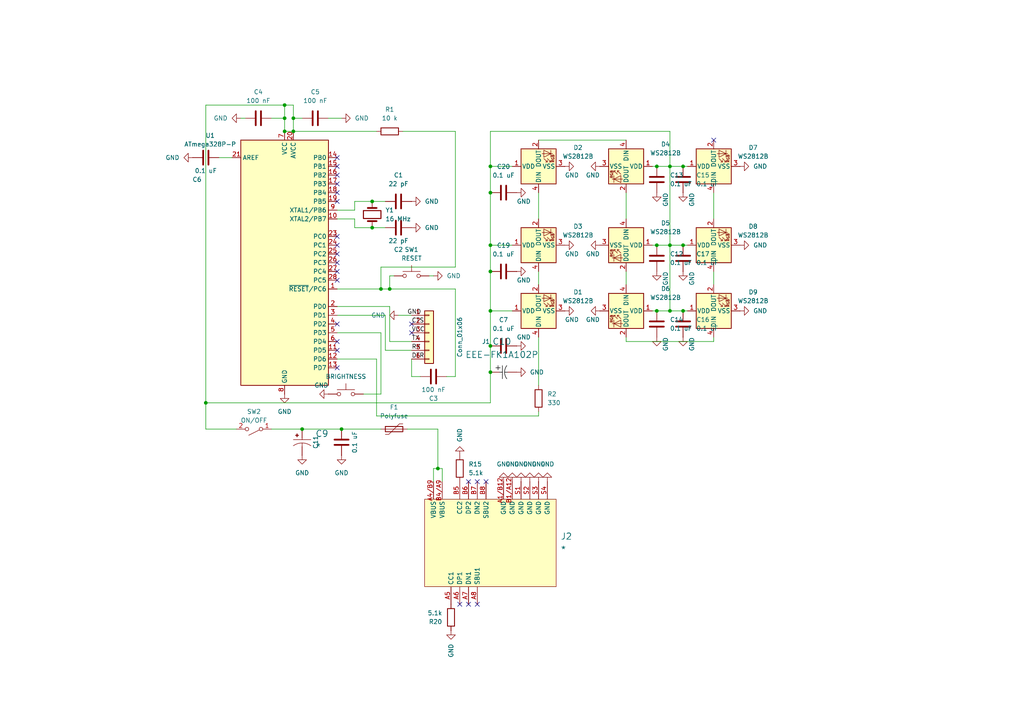
<source format=kicad_sch>
(kicad_sch
	(version 20250114)
	(generator "eeschema")
	(generator_version "9.0")
	(uuid "e29c5958-b309-4a11-b2b8-44e56f4a5312")
	(paper "A4")
	(title_block
		(title "First PCB")
	)
	(lib_symbols
		(symbol "Connector_Generic:Conn_01x06"
			(pin_names
				(offset 1.016)
				(hide yes)
			)
			(exclude_from_sim no)
			(in_bom yes)
			(on_board yes)
			(property "Reference" "J"
				(at 0 7.62 0)
				(effects
					(font
						(size 1.27 1.27)
					)
				)
			)
			(property "Value" "Conn_01x06"
				(at 0 -10.16 0)
				(effects
					(font
						(size 1.27 1.27)
					)
				)
			)
			(property "Footprint" ""
				(at 0 0 0)
				(effects
					(font
						(size 1.27 1.27)
					)
					(hide yes)
				)
			)
			(property "Datasheet" "~"
				(at 0 0 0)
				(effects
					(font
						(size 1.27 1.27)
					)
					(hide yes)
				)
			)
			(property "Description" "Generic connector, single row, 01x06, script generated (kicad-library-utils/schlib/autogen/connector/)"
				(at 0 0 0)
				(effects
					(font
						(size 1.27 1.27)
					)
					(hide yes)
				)
			)
			(property "ki_keywords" "connector"
				(at 0 0 0)
				(effects
					(font
						(size 1.27 1.27)
					)
					(hide yes)
				)
			)
			(property "ki_fp_filters" "Connector*:*_1x??_*"
				(at 0 0 0)
				(effects
					(font
						(size 1.27 1.27)
					)
					(hide yes)
				)
			)
			(symbol "Conn_01x06_1_1"
				(rectangle
					(start -1.27 6.35)
					(end 1.27 -8.89)
					(stroke
						(width 0.254)
						(type default)
					)
					(fill
						(type background)
					)
				)
				(rectangle
					(start -1.27 5.207)
					(end 0 4.953)
					(stroke
						(width 0.1524)
						(type default)
					)
					(fill
						(type none)
					)
				)
				(rectangle
					(start -1.27 2.667)
					(end 0 2.413)
					(stroke
						(width 0.1524)
						(type default)
					)
					(fill
						(type none)
					)
				)
				(rectangle
					(start -1.27 0.127)
					(end 0 -0.127)
					(stroke
						(width 0.1524)
						(type default)
					)
					(fill
						(type none)
					)
				)
				(rectangle
					(start -1.27 -2.413)
					(end 0 -2.667)
					(stroke
						(width 0.1524)
						(type default)
					)
					(fill
						(type none)
					)
				)
				(rectangle
					(start -1.27 -4.953)
					(end 0 -5.207)
					(stroke
						(width 0.1524)
						(type default)
					)
					(fill
						(type none)
					)
				)
				(rectangle
					(start -1.27 -7.493)
					(end 0 -7.747)
					(stroke
						(width 0.1524)
						(type default)
					)
					(fill
						(type none)
					)
				)
				(pin passive line
					(at -5.08 5.08 0)
					(length 3.81)
					(name "Pin_1"
						(effects
							(font
								(size 1.27 1.27)
							)
						)
					)
					(number "1"
						(effects
							(font
								(size 1.27 1.27)
							)
						)
					)
				)
				(pin passive line
					(at -5.08 2.54 0)
					(length 3.81)
					(name "Pin_2"
						(effects
							(font
								(size 1.27 1.27)
							)
						)
					)
					(number "2"
						(effects
							(font
								(size 1.27 1.27)
							)
						)
					)
				)
				(pin passive line
					(at -5.08 0 0)
					(length 3.81)
					(name "Pin_3"
						(effects
							(font
								(size 1.27 1.27)
							)
						)
					)
					(number "3"
						(effects
							(font
								(size 1.27 1.27)
							)
						)
					)
				)
				(pin passive line
					(at -5.08 -2.54 0)
					(length 3.81)
					(name "Pin_4"
						(effects
							(font
								(size 1.27 1.27)
							)
						)
					)
					(number "4"
						(effects
							(font
								(size 1.27 1.27)
							)
						)
					)
				)
				(pin passive line
					(at -5.08 -5.08 0)
					(length 3.81)
					(name "Pin_5"
						(effects
							(font
								(size 1.27 1.27)
							)
						)
					)
					(number "5"
						(effects
							(font
								(size 1.27 1.27)
							)
						)
					)
				)
				(pin passive line
					(at -5.08 -7.62 0)
					(length 3.81)
					(name "Pin_6"
						(effects
							(font
								(size 1.27 1.27)
							)
						)
					)
					(number "6"
						(effects
							(font
								(size 1.27 1.27)
							)
						)
					)
				)
			)
			(embedded_fonts no)
		)
		(symbol "Device:C"
			(pin_numbers
				(hide yes)
			)
			(pin_names
				(offset 0.254)
			)
			(exclude_from_sim no)
			(in_bom yes)
			(on_board yes)
			(property "Reference" "C"
				(at 0.635 2.54 0)
				(effects
					(font
						(size 1.27 1.27)
					)
					(justify left)
				)
			)
			(property "Value" "C"
				(at 0.635 -2.54 0)
				(effects
					(font
						(size 1.27 1.27)
					)
					(justify left)
				)
			)
			(property "Footprint" ""
				(at 0.9652 -3.81 0)
				(effects
					(font
						(size 1.27 1.27)
					)
					(hide yes)
				)
			)
			(property "Datasheet" "~"
				(at 0 0 0)
				(effects
					(font
						(size 1.27 1.27)
					)
					(hide yes)
				)
			)
			(property "Description" "Unpolarized capacitor"
				(at 0 0 0)
				(effects
					(font
						(size 1.27 1.27)
					)
					(hide yes)
				)
			)
			(property "ki_keywords" "cap capacitor"
				(at 0 0 0)
				(effects
					(font
						(size 1.27 1.27)
					)
					(hide yes)
				)
			)
			(property "ki_fp_filters" "C_*"
				(at 0 0 0)
				(effects
					(font
						(size 1.27 1.27)
					)
					(hide yes)
				)
			)
			(symbol "C_0_1"
				(polyline
					(pts
						(xy -2.032 0.762) (xy 2.032 0.762)
					)
					(stroke
						(width 0.508)
						(type default)
					)
					(fill
						(type none)
					)
				)
				(polyline
					(pts
						(xy -2.032 -0.762) (xy 2.032 -0.762)
					)
					(stroke
						(width 0.508)
						(type default)
					)
					(fill
						(type none)
					)
				)
			)
			(symbol "C_1_1"
				(pin passive line
					(at 0 3.81 270)
					(length 2.794)
					(name "~"
						(effects
							(font
								(size 1.27 1.27)
							)
						)
					)
					(number "1"
						(effects
							(font
								(size 1.27 1.27)
							)
						)
					)
				)
				(pin passive line
					(at 0 -3.81 90)
					(length 2.794)
					(name "~"
						(effects
							(font
								(size 1.27 1.27)
							)
						)
					)
					(number "2"
						(effects
							(font
								(size 1.27 1.27)
							)
						)
					)
				)
			)
			(embedded_fonts no)
		)
		(symbol "Device:Crystal"
			(pin_numbers
				(hide yes)
			)
			(pin_names
				(offset 1.016)
				(hide yes)
			)
			(exclude_from_sim no)
			(in_bom yes)
			(on_board yes)
			(property "Reference" "Y"
				(at 0 3.81 0)
				(effects
					(font
						(size 1.27 1.27)
					)
				)
			)
			(property "Value" "Crystal"
				(at 0 -3.81 0)
				(effects
					(font
						(size 1.27 1.27)
					)
				)
			)
			(property "Footprint" ""
				(at 0 0 0)
				(effects
					(font
						(size 1.27 1.27)
					)
					(hide yes)
				)
			)
			(property "Datasheet" "~"
				(at 0 0 0)
				(effects
					(font
						(size 1.27 1.27)
					)
					(hide yes)
				)
			)
			(property "Description" "Two pin crystal"
				(at 0 0 0)
				(effects
					(font
						(size 1.27 1.27)
					)
					(hide yes)
				)
			)
			(property "ki_keywords" "quartz ceramic resonator oscillator"
				(at 0 0 0)
				(effects
					(font
						(size 1.27 1.27)
					)
					(hide yes)
				)
			)
			(property "ki_fp_filters" "Crystal*"
				(at 0 0 0)
				(effects
					(font
						(size 1.27 1.27)
					)
					(hide yes)
				)
			)
			(symbol "Crystal_0_1"
				(polyline
					(pts
						(xy -2.54 0) (xy -1.905 0)
					)
					(stroke
						(width 0)
						(type default)
					)
					(fill
						(type none)
					)
				)
				(polyline
					(pts
						(xy -1.905 -1.27) (xy -1.905 1.27)
					)
					(stroke
						(width 0.508)
						(type default)
					)
					(fill
						(type none)
					)
				)
				(rectangle
					(start -1.143 2.54)
					(end 1.143 -2.54)
					(stroke
						(width 0.3048)
						(type default)
					)
					(fill
						(type none)
					)
				)
				(polyline
					(pts
						(xy 1.905 -1.27) (xy 1.905 1.27)
					)
					(stroke
						(width 0.508)
						(type default)
					)
					(fill
						(type none)
					)
				)
				(polyline
					(pts
						(xy 2.54 0) (xy 1.905 0)
					)
					(stroke
						(width 0)
						(type default)
					)
					(fill
						(type none)
					)
				)
			)
			(symbol "Crystal_1_1"
				(pin passive line
					(at -3.81 0 0)
					(length 1.27)
					(name "1"
						(effects
							(font
								(size 1.27 1.27)
							)
						)
					)
					(number "1"
						(effects
							(font
								(size 1.27 1.27)
							)
						)
					)
				)
				(pin passive line
					(at 3.81 0 180)
					(length 1.27)
					(name "2"
						(effects
							(font
								(size 1.27 1.27)
							)
						)
					)
					(number "2"
						(effects
							(font
								(size 1.27 1.27)
							)
						)
					)
				)
			)
			(embedded_fonts no)
		)
		(symbol "Device:Polyfuse"
			(pin_numbers
				(hide yes)
			)
			(pin_names
				(offset 0)
			)
			(exclude_from_sim no)
			(in_bom yes)
			(on_board yes)
			(property "Reference" "F"
				(at -2.54 0 90)
				(effects
					(font
						(size 1.27 1.27)
					)
				)
			)
			(property "Value" "Polyfuse"
				(at 2.54 0 90)
				(effects
					(font
						(size 1.27 1.27)
					)
				)
			)
			(property "Footprint" ""
				(at 1.27 -5.08 0)
				(effects
					(font
						(size 1.27 1.27)
					)
					(justify left)
					(hide yes)
				)
			)
			(property "Datasheet" "~"
				(at 0 0 0)
				(effects
					(font
						(size 1.27 1.27)
					)
					(hide yes)
				)
			)
			(property "Description" "Resettable fuse, polymeric positive temperature coefficient"
				(at 0 0 0)
				(effects
					(font
						(size 1.27 1.27)
					)
					(hide yes)
				)
			)
			(property "ki_keywords" "resettable fuse PTC PPTC polyfuse polyswitch"
				(at 0 0 0)
				(effects
					(font
						(size 1.27 1.27)
					)
					(hide yes)
				)
			)
			(property "ki_fp_filters" "*polyfuse* *PTC*"
				(at 0 0 0)
				(effects
					(font
						(size 1.27 1.27)
					)
					(hide yes)
				)
			)
			(symbol "Polyfuse_0_1"
				(polyline
					(pts
						(xy -1.524 2.54) (xy -1.524 1.524) (xy 1.524 -1.524) (xy 1.524 -2.54)
					)
					(stroke
						(width 0)
						(type default)
					)
					(fill
						(type none)
					)
				)
				(rectangle
					(start -0.762 2.54)
					(end 0.762 -2.54)
					(stroke
						(width 0.254)
						(type default)
					)
					(fill
						(type none)
					)
				)
				(polyline
					(pts
						(xy 0 2.54) (xy 0 -2.54)
					)
					(stroke
						(width 0)
						(type default)
					)
					(fill
						(type none)
					)
				)
			)
			(symbol "Polyfuse_1_1"
				(pin passive line
					(at 0 3.81 270)
					(length 1.27)
					(name "~"
						(effects
							(font
								(size 1.27 1.27)
							)
						)
					)
					(number "1"
						(effects
							(font
								(size 1.27 1.27)
							)
						)
					)
				)
				(pin passive line
					(at 0 -3.81 90)
					(length 1.27)
					(name "~"
						(effects
							(font
								(size 1.27 1.27)
							)
						)
					)
					(number "2"
						(effects
							(font
								(size 1.27 1.27)
							)
						)
					)
				)
			)
			(embedded_fonts no)
		)
		(symbol "Device:R"
			(pin_numbers
				(hide yes)
			)
			(pin_names
				(offset 0)
			)
			(exclude_from_sim no)
			(in_bom yes)
			(on_board yes)
			(property "Reference" "R"
				(at 2.032 0 90)
				(effects
					(font
						(size 1.27 1.27)
					)
				)
			)
			(property "Value" "R"
				(at 0 0 90)
				(effects
					(font
						(size 1.27 1.27)
					)
				)
			)
			(property "Footprint" ""
				(at -1.778 0 90)
				(effects
					(font
						(size 1.27 1.27)
					)
					(hide yes)
				)
			)
			(property "Datasheet" "~"
				(at 0 0 0)
				(effects
					(font
						(size 1.27 1.27)
					)
					(hide yes)
				)
			)
			(property "Description" "Resistor"
				(at 0 0 0)
				(effects
					(font
						(size 1.27 1.27)
					)
					(hide yes)
				)
			)
			(property "ki_keywords" "R res resistor"
				(at 0 0 0)
				(effects
					(font
						(size 1.27 1.27)
					)
					(hide yes)
				)
			)
			(property "ki_fp_filters" "R_*"
				(at 0 0 0)
				(effects
					(font
						(size 1.27 1.27)
					)
					(hide yes)
				)
			)
			(symbol "R_0_1"
				(rectangle
					(start -1.016 -2.54)
					(end 1.016 2.54)
					(stroke
						(width 0.254)
						(type default)
					)
					(fill
						(type none)
					)
				)
			)
			(symbol "R_1_1"
				(pin passive line
					(at 0 3.81 270)
					(length 1.27)
					(name "~"
						(effects
							(font
								(size 1.27 1.27)
							)
						)
					)
					(number "1"
						(effects
							(font
								(size 1.27 1.27)
							)
						)
					)
				)
				(pin passive line
					(at 0 -3.81 90)
					(length 1.27)
					(name "~"
						(effects
							(font
								(size 1.27 1.27)
							)
						)
					)
					(number "2"
						(effects
							(font
								(size 1.27 1.27)
							)
						)
					)
				)
			)
			(embedded_fonts no)
		)
		(symbol "ECA1HM101:ECA1HM101"
			(pin_numbers
				(hide yes)
			)
			(pin_names
				(hide yes)
			)
			(exclude_from_sim no)
			(in_bom yes)
			(on_board yes)
			(property "Reference" "C"
				(at -1.27 1.27 0)
				(effects
					(font
						(size 1.8288 1.8288)
					)
				)
			)
			(property "Value" "*"
				(at -1.27 -3.81 0)
				(effects
					(font
						(size 1.8288 1.8288)
					)
					(justify left bottom)
				)
			)
			(property "Footprint" "ECA1HM101:CAPPRD350W60D800H1150"
				(at 0 0 0)
				(effects
					(font
						(size 1.27 1.27)
					)
					(hide yes)
				)
			)
			(property "Datasheet" ""
				(at 0 0 0)
				(effects
					(font
						(size 1.27 1.27)
					)
					(hide yes)
				)
			)
			(property "Description" "100ÂµF 50V Aluminum Electrolytic Capacitors Radial, Can 2000 Hrs @ 85Â°C"
				(at 0 0 0)
				(effects
					(font
						(size 1.27 1.27)
					)
					(hide yes)
				)
			)
			(property "MF" "Panasonic"
				(at 0 0 0)
				(effects
					(font
						(size 1.8288 1.8288)
					)
					(justify left)
					(hide yes)
				)
			)
			(property "Check_prices" "https://www.snapeda.com/parts/ECA1HM101/Panasonic/view-part/4478734/?ref=eda"
				(at 0 0 0)
				(effects
					(font
						(size 1.8288 1.8288)
					)
					(justify left)
					(hide yes)
				)
			)
			(property "SnapEDA_Link" "https://www.snapeda.com/parts/ECA1HM101/Panasonic/view-part/4478734/?ref=snap"
				(at 0 0 0)
				(effects
					(font
						(size 1.8288 1.8288)
					)
					(justify left)
					(hide yes)
				)
			)
			(property "Price" "None"
				(at 0 0 0)
				(effects
					(font
						(size 1.8288 1.8288)
					)
					(justify left)
					(hide yes)
				)
			)
			(property "Availability" "No availability data"
				(at 0 0 0)
				(effects
					(font
						(size 1.8288 1.8288)
					)
					(justify left)
					(hide yes)
				)
			)
			(property "Package" "RADIAL-2 Panasonic"
				(at 0 0 0)
				(effects
					(font
						(size 1.8288 1.8288)
					)
					(justify left)
					(hide yes)
				)
			)
			(property "MP" "ECA1HM101"
				(at 0 0 0)
				(effects
					(font
						(size 1.8288 1.8288)
					)
					(justify left)
					(hide yes)
				)
			)
			(property "ALTIUM_VALUE" "*"
				(at 0 0 0)
				(effects
					(font
						(size 1.8288 1.8288)
					)
					(justify left)
					(hide yes)
				)
			)
			(property "ki_fp_filters" "*CAPPRD350W60D800H1150*"
				(at 0 0 0)
				(effects
					(font
						(size 1.27 1.27)
					)
					(hide yes)
				)
			)
			(symbol "ECA1HM101_1_0"
				(rectangle
					(start -0.665 -1.024)
					(end -0.792 -1.913)
					(stroke
						(width 0)
						(type solid)
					)
					(fill
						(type outline)
					)
				)
				(rectangle
					(start -0.284 -1.405)
					(end -1.173 -1.532)
					(stroke
						(width 0)
						(type solid)
					)
					(fill
						(type outline)
					)
				)
				(polyline
					(pts
						(xy 0 0) (xy 0.508 0)
					)
					(stroke
						(width 0)
						(type solid)
					)
					(fill
						(type none)
					)
				)
				(polyline
					(pts
						(xy 0.508 2.54) (xy 0.508 0)
					)
					(stroke
						(width 0)
						(type solid)
					)
					(fill
						(type none)
					)
				)
				(polyline
					(pts
						(xy 0.508 0) (xy 0.508 -2.54)
					)
					(stroke
						(width 0)
						(type solid)
					)
					(fill
						(type none)
					)
				)
				(polyline
					(pts
						(xy 2.54 0) (xy 1.524 0)
					)
					(stroke
						(width 0)
						(type solid)
					)
					(fill
						(type none)
					)
				)
				(arc
					(start 2.2858 -2.5398)
					(mid 1.485 0)
					(end 2.2858 2.5398)
					(stroke
						(width 0)
						(type solid)
					)
					(fill
						(type none)
					)
				)
				(pin passive line
					(at -2.54 0 0)
					(length 2.54)
					(name "P"
						(effects
							(font
								(size 1.27 1.27)
							)
						)
					)
					(number "P"
						(effects
							(font
								(size 1.27 1.27)
							)
						)
					)
				)
				(pin passive line
					(at 5.08 0 180)
					(length 2.54)
					(name "N"
						(effects
							(font
								(size 1.27 1.27)
							)
						)
					)
					(number "N"
						(effects
							(font
								(size 1.27 1.27)
							)
						)
					)
				)
			)
			(embedded_fonts no)
		)
		(symbol "EEE-FK1A102P:EEE-FK1A102P"
			(pin_numbers
				(hide yes)
			)
			(pin_names
				(hide yes)
			)
			(exclude_from_sim no)
			(in_bom yes)
			(on_board yes)
			(property "Reference" "C"
				(at -1.27 1.27 0)
				(effects
					(font
						(size 1.8288 1.8288)
					)
				)
			)
			(property "Value" "EEE-FK1A102P"
				(at -1.27 -3.81 0)
				(effects
					(font
						(size 1.8288 1.8288)
					)
					(justify left bottom)
				)
			)
			(property "Footprint" "CAP_EEFK_G_PAN"
				(at 0 0 0)
				(effects
					(font
						(size 1.27 1.27)
					)
					(hide yes)
				)
			)
			(property "Datasheet" ""
				(at 0 0 0)
				(effects
					(font
						(size 1.27 1.27)
					)
					(hide yes)
				)
			)
			(property "Description" "No Description Available"
				(at 0 0 0)
				(effects
					(font
						(size 1.27 1.27)
					)
					(hide yes)
				)
			)
			(property "Copyright" "Copyright (C) 2025 Ultra Librarian. All rights reserved."
				(at 0 0 0)
				(effects
					(font
						(size 0.9144 0.9144)
					)
					(hide yes)
				)
			)
			(property "Manufacturer_Name" "Panasonic"
				(at 0 0 0)
				(effects
					(font
						(size 0.9144 0.9144)
					)
					(hide yes)
				)
			)
			(property "Manufacturer_Part_Number" "EEE-FK1A102P"
				(at 0 0 0)
				(effects
					(font
						(size 0.9144 0.9144)
					)
					(hide yes)
				)
			)
			(property "RefDes" ""
				(at 3.81 3.81 0)
				(effects
					(font
						(size 2.54 2.54)
					)
					(hide yes)
				)
			)
			(property "Type" ""
				(at 3.81 -7.62 0)
				(effects
					(font
						(size 2.54 2.54)
					)
					(hide yes)
				)
			)
			(property "ki_fp_filters" "*CAP_EEFK_G_PAN*"
				(at 0 0 0)
				(effects
					(font
						(size 1.27 1.27)
					)
					(hide yes)
				)
			)
			(symbol "EEE-FK1A102P_1_0"
				(polyline
					(pts
						(xy 1.575 1.27) (xy 2.845 1.27)
					)
					(stroke
						(width 0)
						(type solid)
						(color 0 0 0 1)
					)
					(fill
						(type none)
					)
				)
				(polyline
					(pts
						(xy 2.21 0.635) (xy 2.21 1.905)
					)
					(stroke
						(width 0)
						(type solid)
						(color 0 0 0 1)
					)
					(fill
						(type none)
					)
				)
				(polyline
					(pts
						(xy 2.54 0) (xy 3.48 0)
					)
					(stroke
						(width 0)
						(type solid)
						(color 0 0 0 1)
					)
					(fill
						(type none)
					)
				)
				(polyline
					(pts
						(xy 3.48 -1.905) (xy 3.48 1.905)
					)
					(stroke
						(width 0)
						(type solid)
						(color 0 0 0 1)
					)
					(fill
						(type none)
					)
				)
				(polyline
					(pts
						(xy 4.115 0) (xy 5.08 0)
					)
					(stroke
						(width 0)
						(type solid)
						(color 0 0 0 1)
					)
					(fill
						(type none)
					)
				)
				(arc
					(start 4.7543 -1.9108)
					(mid 4.115 0)
					(end 4.7543 1.9108)
					(stroke
						(width 0)
						(type solid)
						(color 0 0 0 1)
					)
					(fill
						(type none)
					)
				)
				(pin passive line
					(at 0 0 0)
					(length 2.54)
					(name "1"
						(effects
							(font
								(size 1.27 1.27)
							)
						)
					)
					(number "1"
						(effects
							(font
								(size 1.27 1.27)
							)
						)
					)
				)
				(pin passive line
					(at 7.62 0 180)
					(length 2.54)
					(name "2"
						(effects
							(font
								(size 1.27 1.27)
							)
						)
					)
					(number "2"
						(effects
							(font
								(size 1.27 1.27)
							)
						)
					)
				)
			)
			(embedded_fonts no)
		)
		(symbol "LED:WS2812B"
			(pin_names
				(offset 0.254)
			)
			(exclude_from_sim no)
			(in_bom yes)
			(on_board yes)
			(property "Reference" "D"
				(at 5.08 5.715 0)
				(effects
					(font
						(size 1.27 1.27)
					)
					(justify right bottom)
				)
			)
			(property "Value" "WS2812B"
				(at 1.27 -5.715 0)
				(effects
					(font
						(size 1.27 1.27)
					)
					(justify left top)
				)
			)
			(property "Footprint" "LED_SMD:LED_WS2812B_PLCC4_5.0x5.0mm_P3.2mm"
				(at 1.27 -7.62 0)
				(effects
					(font
						(size 1.27 1.27)
					)
					(justify left top)
					(hide yes)
				)
			)
			(property "Datasheet" "https://cdn-shop.adafruit.com/datasheets/WS2812B.pdf"
				(at 2.54 -9.525 0)
				(effects
					(font
						(size 1.27 1.27)
					)
					(justify left top)
					(hide yes)
				)
			)
			(property "Description" "RGB LED with integrated controller"
				(at 0 0 0)
				(effects
					(font
						(size 1.27 1.27)
					)
					(hide yes)
				)
			)
			(property "ki_keywords" "RGB LED NeoPixel addressable"
				(at 0 0 0)
				(effects
					(font
						(size 1.27 1.27)
					)
					(hide yes)
				)
			)
			(property "ki_fp_filters" "LED*WS2812*PLCC*5.0x5.0mm*P3.2mm*"
				(at 0 0 0)
				(effects
					(font
						(size 1.27 1.27)
					)
					(hide yes)
				)
			)
			(symbol "WS2812B_0_0"
				(text "RGB"
					(at 2.286 -4.191 0)
					(effects
						(font
							(size 0.762 0.762)
						)
					)
				)
			)
			(symbol "WS2812B_0_1"
				(polyline
					(pts
						(xy 1.27 -2.54) (xy 1.778 -2.54)
					)
					(stroke
						(width 0)
						(type default)
					)
					(fill
						(type none)
					)
				)
				(polyline
					(pts
						(xy 1.27 -3.556) (xy 1.778 -3.556)
					)
					(stroke
						(width 0)
						(type default)
					)
					(fill
						(type none)
					)
				)
				(polyline
					(pts
						(xy 2.286 -1.524) (xy 1.27 -2.54) (xy 1.27 -2.032)
					)
					(stroke
						(width 0)
						(type default)
					)
					(fill
						(type none)
					)
				)
				(polyline
					(pts
						(xy 2.286 -2.54) (xy 1.27 -3.556) (xy 1.27 -3.048)
					)
					(stroke
						(width 0)
						(type default)
					)
					(fill
						(type none)
					)
				)
				(polyline
					(pts
						(xy 3.683 -1.016) (xy 3.683 -3.556) (xy 3.683 -4.064)
					)
					(stroke
						(width 0)
						(type default)
					)
					(fill
						(type none)
					)
				)
				(polyline
					(pts
						(xy 4.699 -1.524) (xy 2.667 -1.524) (xy 3.683 -3.556) (xy 4.699 -1.524)
					)
					(stroke
						(width 0)
						(type default)
					)
					(fill
						(type none)
					)
				)
				(polyline
					(pts
						(xy 4.699 -3.556) (xy 2.667 -3.556)
					)
					(stroke
						(width 0)
						(type default)
					)
					(fill
						(type none)
					)
				)
				(rectangle
					(start 5.08 5.08)
					(end -5.08 -5.08)
					(stroke
						(width 0.254)
						(type default)
					)
					(fill
						(type background)
					)
				)
			)
			(symbol "WS2812B_1_1"
				(pin input line
					(at -7.62 0 0)
					(length 2.54)
					(name "DIN"
						(effects
							(font
								(size 1.27 1.27)
							)
						)
					)
					(number "4"
						(effects
							(font
								(size 1.27 1.27)
							)
						)
					)
				)
				(pin power_in line
					(at 0 7.62 270)
					(length 2.54)
					(name "VDD"
						(effects
							(font
								(size 1.27 1.27)
							)
						)
					)
					(number "1"
						(effects
							(font
								(size 1.27 1.27)
							)
						)
					)
				)
				(pin power_in line
					(at 0 -7.62 90)
					(length 2.54)
					(name "VSS"
						(effects
							(font
								(size 1.27 1.27)
							)
						)
					)
					(number "3"
						(effects
							(font
								(size 1.27 1.27)
							)
						)
					)
				)
				(pin output line
					(at 7.62 0 180)
					(length 2.54)
					(name "DOUT"
						(effects
							(font
								(size 1.27 1.27)
							)
						)
					)
					(number "2"
						(effects
							(font
								(size 1.27 1.27)
							)
						)
					)
				)
			)
			(embedded_fonts no)
		)
		(symbol "MCU_Microchip_ATmega:ATmega328P-P"
			(exclude_from_sim no)
			(in_bom yes)
			(on_board yes)
			(property "Reference" "U"
				(at -12.7 36.83 0)
				(effects
					(font
						(size 1.27 1.27)
					)
					(justify left bottom)
				)
			)
			(property "Value" "ATmega328P-P"
				(at 2.54 -36.83 0)
				(effects
					(font
						(size 1.27 1.27)
					)
					(justify left top)
				)
			)
			(property "Footprint" "Package_DIP:DIP-28_W7.62mm"
				(at 0 0 0)
				(effects
					(font
						(size 1.27 1.27)
						(italic yes)
					)
					(hide yes)
				)
			)
			(property "Datasheet" "http://ww1.microchip.com/downloads/en/DeviceDoc/ATmega328_P%20AVR%20MCU%20with%20picoPower%20Technology%20Data%20Sheet%2040001984A.pdf"
				(at 0 0 0)
				(effects
					(font
						(size 1.27 1.27)
					)
					(hide yes)
				)
			)
			(property "Description" "20MHz, 32kB Flash, 2kB SRAM, 1kB EEPROM, DIP-28"
				(at 0 0 0)
				(effects
					(font
						(size 1.27 1.27)
					)
					(hide yes)
				)
			)
			(property "ki_keywords" "AVR 8bit Microcontroller MegaAVR PicoPower"
				(at 0 0 0)
				(effects
					(font
						(size 1.27 1.27)
					)
					(hide yes)
				)
			)
			(property "ki_fp_filters" "DIP*W7.62mm*"
				(at 0 0 0)
				(effects
					(font
						(size 1.27 1.27)
					)
					(hide yes)
				)
			)
			(symbol "ATmega328P-P_0_1"
				(rectangle
					(start -12.7 -35.56)
					(end 12.7 35.56)
					(stroke
						(width 0.254)
						(type default)
					)
					(fill
						(type background)
					)
				)
			)
			(symbol "ATmega328P-P_1_1"
				(pin passive line
					(at -15.24 30.48 0)
					(length 2.54)
					(name "AREF"
						(effects
							(font
								(size 1.27 1.27)
							)
						)
					)
					(number "21"
						(effects
							(font
								(size 1.27 1.27)
							)
						)
					)
				)
				(pin power_in line
					(at 0 38.1 270)
					(length 2.54)
					(name "VCC"
						(effects
							(font
								(size 1.27 1.27)
							)
						)
					)
					(number "7"
						(effects
							(font
								(size 1.27 1.27)
							)
						)
					)
				)
				(pin passive line
					(at 0 -38.1 90)
					(length 2.54)
					(hide yes)
					(name "GND"
						(effects
							(font
								(size 1.27 1.27)
							)
						)
					)
					(number "22"
						(effects
							(font
								(size 1.27 1.27)
							)
						)
					)
				)
				(pin power_in line
					(at 0 -38.1 90)
					(length 2.54)
					(name "GND"
						(effects
							(font
								(size 1.27 1.27)
							)
						)
					)
					(number "8"
						(effects
							(font
								(size 1.27 1.27)
							)
						)
					)
				)
				(pin power_in line
					(at 2.54 38.1 270)
					(length 2.54)
					(name "AVCC"
						(effects
							(font
								(size 1.27 1.27)
							)
						)
					)
					(number "20"
						(effects
							(font
								(size 1.27 1.27)
							)
						)
					)
				)
				(pin bidirectional line
					(at 15.24 30.48 180)
					(length 2.54)
					(name "PB0"
						(effects
							(font
								(size 1.27 1.27)
							)
						)
					)
					(number "14"
						(effects
							(font
								(size 1.27 1.27)
							)
						)
					)
				)
				(pin bidirectional line
					(at 15.24 27.94 180)
					(length 2.54)
					(name "PB1"
						(effects
							(font
								(size 1.27 1.27)
							)
						)
					)
					(number "15"
						(effects
							(font
								(size 1.27 1.27)
							)
						)
					)
				)
				(pin bidirectional line
					(at 15.24 25.4 180)
					(length 2.54)
					(name "PB2"
						(effects
							(font
								(size 1.27 1.27)
							)
						)
					)
					(number "16"
						(effects
							(font
								(size 1.27 1.27)
							)
						)
					)
				)
				(pin bidirectional line
					(at 15.24 22.86 180)
					(length 2.54)
					(name "PB3"
						(effects
							(font
								(size 1.27 1.27)
							)
						)
					)
					(number "17"
						(effects
							(font
								(size 1.27 1.27)
							)
						)
					)
				)
				(pin bidirectional line
					(at 15.24 20.32 180)
					(length 2.54)
					(name "PB4"
						(effects
							(font
								(size 1.27 1.27)
							)
						)
					)
					(number "18"
						(effects
							(font
								(size 1.27 1.27)
							)
						)
					)
				)
				(pin bidirectional line
					(at 15.24 17.78 180)
					(length 2.54)
					(name "PB5"
						(effects
							(font
								(size 1.27 1.27)
							)
						)
					)
					(number "19"
						(effects
							(font
								(size 1.27 1.27)
							)
						)
					)
				)
				(pin bidirectional line
					(at 15.24 15.24 180)
					(length 2.54)
					(name "XTAL1/PB6"
						(effects
							(font
								(size 1.27 1.27)
							)
						)
					)
					(number "9"
						(effects
							(font
								(size 1.27 1.27)
							)
						)
					)
				)
				(pin bidirectional line
					(at 15.24 12.7 180)
					(length 2.54)
					(name "XTAL2/PB7"
						(effects
							(font
								(size 1.27 1.27)
							)
						)
					)
					(number "10"
						(effects
							(font
								(size 1.27 1.27)
							)
						)
					)
				)
				(pin bidirectional line
					(at 15.24 7.62 180)
					(length 2.54)
					(name "PC0"
						(effects
							(font
								(size 1.27 1.27)
							)
						)
					)
					(number "23"
						(effects
							(font
								(size 1.27 1.27)
							)
						)
					)
				)
				(pin bidirectional line
					(at 15.24 5.08 180)
					(length 2.54)
					(name "PC1"
						(effects
							(font
								(size 1.27 1.27)
							)
						)
					)
					(number "24"
						(effects
							(font
								(size 1.27 1.27)
							)
						)
					)
				)
				(pin bidirectional line
					(at 15.24 2.54 180)
					(length 2.54)
					(name "PC2"
						(effects
							(font
								(size 1.27 1.27)
							)
						)
					)
					(number "25"
						(effects
							(font
								(size 1.27 1.27)
							)
						)
					)
				)
				(pin bidirectional line
					(at 15.24 0 180)
					(length 2.54)
					(name "PC3"
						(effects
							(font
								(size 1.27 1.27)
							)
						)
					)
					(number "26"
						(effects
							(font
								(size 1.27 1.27)
							)
						)
					)
				)
				(pin bidirectional line
					(at 15.24 -2.54 180)
					(length 2.54)
					(name "PC4"
						(effects
							(font
								(size 1.27 1.27)
							)
						)
					)
					(number "27"
						(effects
							(font
								(size 1.27 1.27)
							)
						)
					)
				)
				(pin bidirectional line
					(at 15.24 -5.08 180)
					(length 2.54)
					(name "PC5"
						(effects
							(font
								(size 1.27 1.27)
							)
						)
					)
					(number "28"
						(effects
							(font
								(size 1.27 1.27)
							)
						)
					)
				)
				(pin bidirectional line
					(at 15.24 -7.62 180)
					(length 2.54)
					(name "~{RESET}/PC6"
						(effects
							(font
								(size 1.27 1.27)
							)
						)
					)
					(number "1"
						(effects
							(font
								(size 1.27 1.27)
							)
						)
					)
				)
				(pin bidirectional line
					(at 15.24 -12.7 180)
					(length 2.54)
					(name "PD0"
						(effects
							(font
								(size 1.27 1.27)
							)
						)
					)
					(number "2"
						(effects
							(font
								(size 1.27 1.27)
							)
						)
					)
				)
				(pin bidirectional line
					(at 15.24 -15.24 180)
					(length 2.54)
					(name "PD1"
						(effects
							(font
								(size 1.27 1.27)
							)
						)
					)
					(number "3"
						(effects
							(font
								(size 1.27 1.27)
							)
						)
					)
				)
				(pin bidirectional line
					(at 15.24 -17.78 180)
					(length 2.54)
					(name "PD2"
						(effects
							(font
								(size 1.27 1.27)
							)
						)
					)
					(number "4"
						(effects
							(font
								(size 1.27 1.27)
							)
						)
					)
				)
				(pin bidirectional line
					(at 15.24 -20.32 180)
					(length 2.54)
					(name "PD3"
						(effects
							(font
								(size 1.27 1.27)
							)
						)
					)
					(number "5"
						(effects
							(font
								(size 1.27 1.27)
							)
						)
					)
				)
				(pin bidirectional line
					(at 15.24 -22.86 180)
					(length 2.54)
					(name "PD4"
						(effects
							(font
								(size 1.27 1.27)
							)
						)
					)
					(number "6"
						(effects
							(font
								(size 1.27 1.27)
							)
						)
					)
				)
				(pin bidirectional line
					(at 15.24 -25.4 180)
					(length 2.54)
					(name "PD5"
						(effects
							(font
								(size 1.27 1.27)
							)
						)
					)
					(number "11"
						(effects
							(font
								(size 1.27 1.27)
							)
						)
					)
				)
				(pin bidirectional line
					(at 15.24 -27.94 180)
					(length 2.54)
					(name "PD6"
						(effects
							(font
								(size 1.27 1.27)
							)
						)
					)
					(number "12"
						(effects
							(font
								(size 1.27 1.27)
							)
						)
					)
				)
				(pin bidirectional line
					(at 15.24 -30.48 180)
					(length 2.54)
					(name "PD7"
						(effects
							(font
								(size 1.27 1.27)
							)
						)
					)
					(number "13"
						(effects
							(font
								(size 1.27 1.27)
							)
						)
					)
				)
			)
			(embedded_fonts no)
		)
		(symbol "Switch:SW_Push"
			(pin_numbers
				(hide yes)
			)
			(pin_names
				(offset 1.016)
				(hide yes)
			)
			(exclude_from_sim no)
			(in_bom yes)
			(on_board yes)
			(property "Reference" "SW"
				(at 1.27 2.54 0)
				(effects
					(font
						(size 1.27 1.27)
					)
					(justify left)
				)
			)
			(property "Value" "SW_Push"
				(at 0 -1.524 0)
				(effects
					(font
						(size 1.27 1.27)
					)
				)
			)
			(property "Footprint" ""
				(at 0 5.08 0)
				(effects
					(font
						(size 1.27 1.27)
					)
					(hide yes)
				)
			)
			(property "Datasheet" "~"
				(at 0 5.08 0)
				(effects
					(font
						(size 1.27 1.27)
					)
					(hide yes)
				)
			)
			(property "Description" "Push button switch, generic, two pins"
				(at 0 0 0)
				(effects
					(font
						(size 1.27 1.27)
					)
					(hide yes)
				)
			)
			(property "ki_keywords" "switch normally-open pushbutton push-button"
				(at 0 0 0)
				(effects
					(font
						(size 1.27 1.27)
					)
					(hide yes)
				)
			)
			(symbol "SW_Push_0_1"
				(circle
					(center -2.032 0)
					(radius 0.508)
					(stroke
						(width 0)
						(type default)
					)
					(fill
						(type none)
					)
				)
				(polyline
					(pts
						(xy 0 1.27) (xy 0 3.048)
					)
					(stroke
						(width 0)
						(type default)
					)
					(fill
						(type none)
					)
				)
				(circle
					(center 2.032 0)
					(radius 0.508)
					(stroke
						(width 0)
						(type default)
					)
					(fill
						(type none)
					)
				)
				(polyline
					(pts
						(xy 2.54 1.27) (xy -2.54 1.27)
					)
					(stroke
						(width 0)
						(type default)
					)
					(fill
						(type none)
					)
				)
				(pin passive line
					(at -5.08 0 0)
					(length 2.54)
					(name "1"
						(effects
							(font
								(size 1.27 1.27)
							)
						)
					)
					(number "1"
						(effects
							(font
								(size 1.27 1.27)
							)
						)
					)
				)
				(pin passive line
					(at 5.08 0 180)
					(length 2.54)
					(name "2"
						(effects
							(font
								(size 1.27 1.27)
							)
						)
					)
					(number "2"
						(effects
							(font
								(size 1.27 1.27)
							)
						)
					)
				)
			)
			(embedded_fonts no)
		)
		(symbol "Switch:SW_SPST"
			(pin_names
				(offset 0)
				(hide yes)
			)
			(exclude_from_sim no)
			(in_bom yes)
			(on_board yes)
			(property "Reference" "SW"
				(at 0 3.175 0)
				(effects
					(font
						(size 1.27 1.27)
					)
				)
			)
			(property "Value" "SW_SPST"
				(at 0 -2.54 0)
				(effects
					(font
						(size 1.27 1.27)
					)
				)
			)
			(property "Footprint" ""
				(at 0 0 0)
				(effects
					(font
						(size 1.27 1.27)
					)
					(hide yes)
				)
			)
			(property "Datasheet" "~"
				(at 0 0 0)
				(effects
					(font
						(size 1.27 1.27)
					)
					(hide yes)
				)
			)
			(property "Description" "Single Pole Single Throw (SPST) switch"
				(at 0 0 0)
				(effects
					(font
						(size 1.27 1.27)
					)
					(hide yes)
				)
			)
			(property "ki_keywords" "switch lever"
				(at 0 0 0)
				(effects
					(font
						(size 1.27 1.27)
					)
					(hide yes)
				)
			)
			(symbol "SW_SPST_0_0"
				(circle
					(center -2.032 0)
					(radius 0.508)
					(stroke
						(width 0)
						(type default)
					)
					(fill
						(type none)
					)
				)
				(polyline
					(pts
						(xy -1.524 0.254) (xy 1.524 1.778)
					)
					(stroke
						(width 0)
						(type default)
					)
					(fill
						(type none)
					)
				)
				(circle
					(center 2.032 0)
					(radius 0.508)
					(stroke
						(width 0)
						(type default)
					)
					(fill
						(type none)
					)
				)
			)
			(symbol "SW_SPST_1_1"
				(pin passive line
					(at -5.08 0 0)
					(length 2.54)
					(name "A"
						(effects
							(font
								(size 1.27 1.27)
							)
						)
					)
					(number "1"
						(effects
							(font
								(size 1.27 1.27)
							)
						)
					)
				)
				(pin passive line
					(at 5.08 0 180)
					(length 2.54)
					(name "B"
						(effects
							(font
								(size 1.27 1.27)
							)
						)
					)
					(number "2"
						(effects
							(font
								(size 1.27 1.27)
							)
						)
					)
				)
			)
			(embedded_fonts no)
		)
		(symbol "USB4110GFA:USB4110GFA"
			(exclude_from_sim no)
			(in_bom yes)
			(on_board yes)
			(property "Reference" "J"
				(at -1.27 1.27 0)
				(effects
					(font
						(size 1.8288 1.8288)
					)
				)
			)
			(property "Value" "*"
				(at -1.27 -3.81 0)
				(effects
					(font
						(size 1.8288 1.8288)
					)
					(justify left bottom)
				)
			)
			(property "Footprint" "USB4110GFA:GCT_USB4110GFA"
				(at 0 0 0)
				(effects
					(font
						(size 1.27 1.27)
					)
					(hide yes)
				)
			)
			(property "Datasheet" ""
				(at 0 0 0)
				(effects
					(font
						(size 1.27 1.27)
					)
					(hide yes)
				)
			)
			(property "Description" "USB-C (USB TYPE-C) USB 2.0 Receptacle Connector 24 (16+8 Dummy) Position Surface Mount, Right Angle"
				(at 0 0 0)
				(effects
					(font
						(size 1.27 1.27)
					)
					(hide yes)
				)
			)
			(property "SnapEDA_Link" "https://www.snapeda.com/parts/USB4110GFA/Global+Connector+Technology/view-part/?ref=snap"
				(at 0 0 0)
				(effects
					(font
						(size 1.8288 1.8288)
					)
					(justify left)
					(hide yes)
				)
			)
			(property "Package" "None"
				(at 0 0 0)
				(effects
					(font
						(size 1.8288 1.8288)
					)
					(justify left)
					(hide yes)
				)
			)
			(property "ALTIUM_VALUE" "*"
				(at 0 0 0)
				(effects
					(font
						(size 1.8288 1.8288)
					)
					(justify left)
					(hide yes)
				)
			)
			(property "MF" "Global Connector Technology"
				(at 0 0 0)
				(effects
					(font
						(size 1.8288 1.8288)
					)
					(justify left)
					(hide yes)
				)
			)
			(property "MP" "USB4110GFA"
				(at 0 0 0)
				(effects
					(font
						(size 1.8288 1.8288)
					)
					(justify left)
					(hide yes)
				)
			)
			(property "Check_prices" "https://www.snapeda.com/parts/USB4110GFA/Global+Connector+Technology/view-part/?ref=eda"
				(at 0 0 0)
				(effects
					(font
						(size 1.8288 1.8288)
					)
					(justify left)
					(hide yes)
				)
			)
			(property "ki_fp_filters" "*GCT_USB4110GFA*"
				(at 0 0 0)
				(effects
					(font
						(size 1.27 1.27)
					)
					(hide yes)
				)
			)
			(symbol "USB4110GFA_1_0"
				(rectangle
					(start 12.7 10.16)
					(end -12.7 -27.94)
					(stroke
						(width 0)
						(type solid)
						(color 128 0 0 1)
					)
					(fill
						(type background)
					)
				)
				(pin bidirectional line
					(at -17.78 2.54 0)
					(length 5.08)
					(name "CC1"
						(effects
							(font
								(size 1.27 1.27)
							)
						)
					)
					(number "A5"
						(effects
							(font
								(size 1.27 1.27)
							)
						)
					)
				)
				(pin bidirectional line
					(at -17.78 0 0)
					(length 5.08)
					(name "DP1"
						(effects
							(font
								(size 1.27 1.27)
							)
						)
					)
					(number "A6"
						(effects
							(font
								(size 1.27 1.27)
							)
						)
					)
				)
				(pin bidirectional line
					(at -17.78 -2.54 0)
					(length 5.08)
					(name "DN1"
						(effects
							(font
								(size 1.27 1.27)
							)
						)
					)
					(number "A7"
						(effects
							(font
								(size 1.27 1.27)
							)
						)
					)
				)
				(pin bidirectional line
					(at -17.78 -5.08 0)
					(length 5.08)
					(name "SBU1"
						(effects
							(font
								(size 1.27 1.27)
							)
						)
					)
					(number "A8"
						(effects
							(font
								(size 1.27 1.27)
							)
						)
					)
				)
				(pin power_in line
					(at 17.78 7.62 180)
					(length 5.08)
					(name "VBUS"
						(effects
							(font
								(size 1.27 1.27)
							)
						)
					)
					(number "A4/B9"
						(effects
							(font
								(size 1.27 1.27)
							)
						)
					)
				)
				(pin power_in line
					(at 17.78 5.08 180)
					(length 5.08)
					(name "VBUS"
						(effects
							(font
								(size 1.27 1.27)
							)
						)
					)
					(number "B4/A9"
						(effects
							(font
								(size 1.27 1.27)
							)
						)
					)
				)
				(pin bidirectional line
					(at 17.78 0 180)
					(length 5.08)
					(name "CC2"
						(effects
							(font
								(size 1.27 1.27)
							)
						)
					)
					(number "B5"
						(effects
							(font
								(size 1.27 1.27)
							)
						)
					)
				)
				(pin bidirectional line
					(at 17.78 -2.54 180)
					(length 5.08)
					(name "DP2"
						(effects
							(font
								(size 1.27 1.27)
							)
						)
					)
					(number "B6"
						(effects
							(font
								(size 1.27 1.27)
							)
						)
					)
				)
				(pin bidirectional line
					(at 17.78 -5.08 180)
					(length 5.08)
					(name "DN2"
						(effects
							(font
								(size 1.27 1.27)
							)
						)
					)
					(number "B7"
						(effects
							(font
								(size 1.27 1.27)
							)
						)
					)
				)
				(pin bidirectional line
					(at 17.78 -7.62 180)
					(length 5.08)
					(name "SBU2"
						(effects
							(font
								(size 1.27 1.27)
							)
						)
					)
					(number "B8"
						(effects
							(font
								(size 1.27 1.27)
							)
						)
					)
				)
				(pin power_in line
					(at 17.78 -12.7 180)
					(length 5.08)
					(name "GND"
						(effects
							(font
								(size 1.27 1.27)
							)
						)
					)
					(number "A1/B12"
						(effects
							(font
								(size 1.27 1.27)
							)
						)
					)
				)
				(pin power_in line
					(at 17.78 -15.24 180)
					(length 5.08)
					(name "GND"
						(effects
							(font
								(size 1.27 1.27)
							)
						)
					)
					(number "B1/A12"
						(effects
							(font
								(size 1.27 1.27)
							)
						)
					)
				)
				(pin power_in line
					(at 17.78 -17.78 180)
					(length 5.08)
					(name "GND"
						(effects
							(font
								(size 1.27 1.27)
							)
						)
					)
					(number "S1"
						(effects
							(font
								(size 1.27 1.27)
							)
						)
					)
				)
				(pin power_in line
					(at 17.78 -20.32 180)
					(length 5.08)
					(name "GND"
						(effects
							(font
								(size 1.27 1.27)
							)
						)
					)
					(number "S2"
						(effects
							(font
								(size 1.27 1.27)
							)
						)
					)
				)
				(pin power_in line
					(at 17.78 -22.86 180)
					(length 5.08)
					(name "GND"
						(effects
							(font
								(size 1.27 1.27)
							)
						)
					)
					(number "S3"
						(effects
							(font
								(size 1.27 1.27)
							)
						)
					)
				)
				(pin power_in line
					(at 17.78 -25.4 180)
					(length 5.08)
					(name "GND"
						(effects
							(font
								(size 1.27 1.27)
							)
						)
					)
					(number "S4"
						(effects
							(font
								(size 1.27 1.27)
							)
						)
					)
				)
			)
			(embedded_fonts no)
		)
		(symbol "power:GND"
			(power)
			(pin_numbers
				(hide yes)
			)
			(pin_names
				(offset 0)
				(hide yes)
			)
			(exclude_from_sim no)
			(in_bom yes)
			(on_board yes)
			(property "Reference" "#PWR"
				(at 0 -6.35 0)
				(effects
					(font
						(size 1.27 1.27)
					)
					(hide yes)
				)
			)
			(property "Value" "GND"
				(at 0 -3.81 0)
				(effects
					(font
						(size 1.27 1.27)
					)
				)
			)
			(property "Footprint" ""
				(at 0 0 0)
				(effects
					(font
						(size 1.27 1.27)
					)
					(hide yes)
				)
			)
			(property "Datasheet" ""
				(at 0 0 0)
				(effects
					(font
						(size 1.27 1.27)
					)
					(hide yes)
				)
			)
			(property "Description" "Power symbol creates a global label with name \"GND\" , ground"
				(at 0 0 0)
				(effects
					(font
						(size 1.27 1.27)
					)
					(hide yes)
				)
			)
			(property "ki_keywords" "global power"
				(at 0 0 0)
				(effects
					(font
						(size 1.27 1.27)
					)
					(hide yes)
				)
			)
			(symbol "GND_0_1"
				(polyline
					(pts
						(xy 0 0) (xy 0 -1.27) (xy 1.27 -1.27) (xy 0 -2.54) (xy -1.27 -1.27) (xy 0 -1.27)
					)
					(stroke
						(width 0)
						(type default)
					)
					(fill
						(type none)
					)
				)
			)
			(symbol "GND_1_1"
				(pin power_in line
					(at 0 0 270)
					(length 0)
					(name "~"
						(effects
							(font
								(size 1.27 1.27)
							)
						)
					)
					(number "1"
						(effects
							(font
								(size 1.27 1.27)
							)
						)
					)
				)
			)
			(embedded_fonts no)
		)
	)
	(junction
		(at 82.55 34.29)
		(diameter 0)
		(color 0 0 0 0)
		(uuid "00973672-5b83-47aa-865a-0b23287fffe3")
	)
	(junction
		(at 142.24 48.26)
		(diameter 0)
		(color 0 0 0 0)
		(uuid "02ebe0b2-ed98-4e15-bedd-a0299b65ce37")
	)
	(junction
		(at 59.69 116.84)
		(diameter 0)
		(color 0 0 0 0)
		(uuid "0e0c7c0f-ead3-4b3e-a68d-ea52dff5217c")
	)
	(junction
		(at 142.24 90.17)
		(diameter 0)
		(color 0 0 0 0)
		(uuid "177aef24-467f-4e54-ab6c-c1f2fdcf1015")
	)
	(junction
		(at 113.03 83.82)
		(diameter 0)
		(color 0 0 0 0)
		(uuid "188881f9-1598-482d-acde-62440f3a6ae7")
	)
	(junction
		(at 194.31 71.12)
		(diameter 0)
		(color 0 0 0 0)
		(uuid "1ab89652-0527-43ff-a9ea-61ae1930aa56")
	)
	(junction
		(at 198.12 90.17)
		(diameter 0)
		(color 0 0 0 0)
		(uuid "2baa2d03-d104-4c42-90fd-2fb26914b685")
	)
	(junction
		(at 142.24 55.88)
		(diameter 0)
		(color 0 0 0 0)
		(uuid "3f76cd1a-e824-4cf9-a207-7a8d27541f26")
	)
	(junction
		(at 142.24 107.95)
		(diameter 0)
		(color 0 0 0 0)
		(uuid "4a432407-2153-4ca1-9517-6d86c8212040")
	)
	(junction
		(at 127 135.89)
		(diameter 0)
		(color 0 0 0 0)
		(uuid "4cbc7ef9-b09e-4528-9173-03846cb1a48c")
	)
	(junction
		(at 190.5 48.26)
		(diameter 0)
		(color 0 0 0 0)
		(uuid "572a9d6a-b6b1-45bb-8212-9b6ea45a549e")
	)
	(junction
		(at 85.09 34.29)
		(diameter 0)
		(color 0 0 0 0)
		(uuid "57a5c2ce-06e8-41cf-ba9a-c9be27a50d8a")
	)
	(junction
		(at 190.5 71.12)
		(diameter 0)
		(color 0 0 0 0)
		(uuid "5ddd6ab2-f01a-46b5-b862-4457389c58b9")
	)
	(junction
		(at 142.24 71.12)
		(diameter 0)
		(color 0 0 0 0)
		(uuid "60786b87-7de7-4410-81cb-54ddcdc32261")
	)
	(junction
		(at 190.5 90.17)
		(diameter 0)
		(color 0 0 0 0)
		(uuid "63f38524-2ddc-4c2f-a6d1-c6352adf5b80")
	)
	(junction
		(at 107.95 58.42)
		(diameter 0)
		(color 0 0 0 0)
		(uuid "6778fb9a-7e07-49be-9738-74ceb14f97cb")
	)
	(junction
		(at 107.95 66.04)
		(diameter 0)
		(color 0 0 0 0)
		(uuid "775382b3-290e-49ee-b087-fdefca5a5017")
	)
	(junction
		(at 142.24 100.33)
		(diameter 0)
		(color 0 0 0 0)
		(uuid "78263374-fd97-493d-9b04-976e56214472")
	)
	(junction
		(at 110.49 83.82)
		(diameter 0)
		(color 0 0 0 0)
		(uuid "986f5a6b-4ce4-44c9-832d-a691d1ee9876")
	)
	(junction
		(at 87.63 124.46)
		(diameter 0)
		(color 0 0 0 0)
		(uuid "b01d4077-060c-494b-8695-313b5accf0e5")
	)
	(junction
		(at 198.12 48.26)
		(diameter 0)
		(color 0 0 0 0)
		(uuid "bb794626-deff-4fed-8a1a-6631e30805d8")
	)
	(junction
		(at 99.06 124.46)
		(diameter 0)
		(color 0 0 0 0)
		(uuid "bc3090cb-1009-4168-ac7c-c74c1ace06f4")
	)
	(junction
		(at 82.55 38.1)
		(diameter 0)
		(color 0 0 0 0)
		(uuid "bcb4b821-4c7a-4d2a-8ad9-7f61c12f86d6")
	)
	(junction
		(at 194.31 90.17)
		(diameter 0)
		(color 0 0 0 0)
		(uuid "cdc6b9fc-0b82-4b3f-b8e4-25d1bb75793a")
	)
	(junction
		(at 142.24 78.74)
		(diameter 0)
		(color 0 0 0 0)
		(uuid "e1ec8b78-648e-4f13-a6c4-09d9801a17b8")
	)
	(junction
		(at 194.31 48.26)
		(diameter 0)
		(color 0 0 0 0)
		(uuid "eb88d4a3-74ef-4840-a0b1-92ddceb5f6f7")
	)
	(junction
		(at 82.55 30.48)
		(diameter 0)
		(color 0 0 0 0)
		(uuid "fe7eeb2f-f700-41a2-96cf-64b02105c4c7")
	)
	(junction
		(at 198.12 71.12)
		(diameter 0)
		(color 0 0 0 0)
		(uuid "fecd6e08-8e4a-409f-a3f4-c76fbf4e3a8f")
	)
	(junction
		(at 85.09 38.1)
		(diameter 0)
		(color 0 0 0 0)
		(uuid "ff9fbd9d-cebf-48cf-9b45-3c8ff90bf879")
	)
	(no_connect
		(at 97.79 99.06)
		(uuid "00304961-0d9a-44ef-8d73-a643203aebbe")
	)
	(no_connect
		(at 119.38 93.98)
		(uuid "04a3fc9d-9c71-4342-893d-0161dc09394a")
	)
	(no_connect
		(at 97.79 58.42)
		(uuid "04e9ded7-dcf5-44ab-8a3c-167a1b9e76c3")
	)
	(no_connect
		(at 97.79 68.58)
		(uuid "080808ae-1340-4de4-899b-23cd27e0cdaf")
	)
	(no_connect
		(at 97.79 48.26)
		(uuid "101966a4-a1aa-4009-a3bd-32d0ca601abc")
	)
	(no_connect
		(at 135.89 139.7)
		(uuid "12d13932-2d4c-40fe-979e-df19f3ea94d4")
	)
	(no_connect
		(at 97.79 78.74)
		(uuid "15f84e1b-6cca-45c4-8300-8c790f557ed0")
	)
	(no_connect
		(at 97.79 81.28)
		(uuid "1f31df8f-a501-49af-9ac6-32795500865a")
	)
	(no_connect
		(at 135.89 175.26)
		(uuid "3089fb78-8964-4775-af2a-ecb271390ffb")
	)
	(no_connect
		(at 97.79 50.8)
		(uuid "3c155b58-5d5a-4103-844a-c86d6be7fd5a")
	)
	(no_connect
		(at 97.79 101.6)
		(uuid "3c9f0dbb-8799-492d-8fb3-d58991599046")
	)
	(no_connect
		(at 97.79 76.2)
		(uuid "603139e9-7e9b-4954-a80e-369d8a5cd5d2")
	)
	(no_connect
		(at 97.79 45.72)
		(uuid "61debc52-27a0-4c72-8178-42fdbfe42858")
	)
	(no_connect
		(at 119.38 96.52)
		(uuid "76fd2e7d-7c2e-4501-b6bf-820f393a63ea")
	)
	(no_connect
		(at 97.79 73.66)
		(uuid "921117ae-8b0b-4a68-a1e8-71a63fd411ca")
	)
	(no_connect
		(at 138.43 175.26)
		(uuid "a3a4f150-637e-4e00-a2bb-cdaf5c2bb274")
	)
	(no_connect
		(at 97.79 53.34)
		(uuid "b45a3f60-aec2-4d88-84d4-4ac5589fd60f")
	)
	(no_connect
		(at 97.79 71.12)
		(uuid "be66b137-dbae-4b71-817a-32f54d40c870")
	)
	(no_connect
		(at 140.97 139.7)
		(uuid "cb79575f-40b8-4dcb-9069-6684925be217")
	)
	(no_connect
		(at 97.79 106.68)
		(uuid "d03ccbed-f8b6-44d7-b4a5-8991a238bfda")
	)
	(no_connect
		(at 133.35 175.26)
		(uuid "d41f3f89-b781-4152-8eeb-0de268b8022a")
	)
	(no_connect
		(at 138.43 139.7)
		(uuid "d72b47a4-dd15-489d-9929-de6501e6901c")
	)
	(no_connect
		(at 207.01 40.64)
		(uuid "eb4c21ec-6a3d-43c7-b5b9-8e5a0c875293")
	)
	(no_connect
		(at 97.79 93.98)
		(uuid "f18f0907-15a2-4860-9882-2dc3e5d688d0")
	)
	(no_connect
		(at 97.79 55.88)
		(uuid "f3a4ec2c-c134-4e86-b4ec-af711f70dbb8")
	)
	(wire
		(pts
			(xy 128.27 139.7) (xy 128.27 135.89)
		)
		(stroke
			(width 0)
			(type default)
		)
		(uuid "019c0d8e-e275-44a1-ac76-3db415248e50")
	)
	(wire
		(pts
			(xy 102.87 66.04) (xy 107.95 66.04)
		)
		(stroke
			(width 0)
			(type default)
		)
		(uuid "04ec13e5-4c02-4b37-9707-6a83a24a1193")
	)
	(wire
		(pts
			(xy 132.08 83.82) (xy 113.03 83.82)
		)
		(stroke
			(width 0)
			(type default)
		)
		(uuid "08c941a3-8526-472f-9e23-b998a18e330f")
	)
	(wire
		(pts
			(xy 97.79 88.9) (xy 113.03 88.9)
		)
		(stroke
			(width 0)
			(type default)
		)
		(uuid "0a5abbd0-93db-4ee4-beef-e089d37b291d")
	)
	(wire
		(pts
			(xy 111.76 101.6) (xy 119.38 101.6)
		)
		(stroke
			(width 0)
			(type default)
		)
		(uuid "0ea5b870-82cc-4457-940a-c51c88de826b")
	)
	(wire
		(pts
			(xy 207.01 97.79) (xy 207.01 99.06)
		)
		(stroke
			(width 0)
			(type default)
		)
		(uuid "101f1613-f419-4073-bc2a-c976810fb8d6")
	)
	(wire
		(pts
			(xy 142.24 48.26) (xy 148.59 48.26)
		)
		(stroke
			(width 0)
			(type default)
		)
		(uuid "12d5d49c-00a0-4540-8db6-d8c02d5abe30")
	)
	(wire
		(pts
			(xy 85.09 34.29) (xy 87.63 34.29)
		)
		(stroke
			(width 0)
			(type default)
		)
		(uuid "131c0829-2cb2-494f-b245-9a3eb1a62ae5")
	)
	(wire
		(pts
			(xy 190.5 71.12) (xy 194.31 71.12)
		)
		(stroke
			(width 0)
			(type default)
		)
		(uuid "16fd0ed6-14ff-4179-93de-6557139f1d6b")
	)
	(wire
		(pts
			(xy 119.38 104.14) (xy 119.38 109.22)
		)
		(stroke
			(width 0)
			(type default)
		)
		(uuid "1fafc30f-d9f2-42ab-a20c-236fcd70d590")
	)
	(wire
		(pts
			(xy 110.49 96.52) (xy 110.49 114.3)
		)
		(stroke
			(width 0)
			(type default)
		)
		(uuid "22d1bac9-4abc-4023-9b78-99bdaa23a506")
	)
	(wire
		(pts
			(xy 132.08 83.82) (xy 132.08 109.22)
		)
		(stroke
			(width 0)
			(type default)
		)
		(uuid "2a233623-8869-4c53-93bc-692ff9ef627c")
	)
	(wire
		(pts
			(xy 181.61 78.74) (xy 181.61 82.55)
		)
		(stroke
			(width 0)
			(type default)
		)
		(uuid "2acad9c8-1b8c-47bd-9f97-18398734d676")
	)
	(wire
		(pts
			(xy 109.22 120.65) (xy 156.21 120.65)
		)
		(stroke
			(width 0)
			(type default)
		)
		(uuid "2d3edc71-a5fb-417d-9aac-b180934af10e")
	)
	(wire
		(pts
			(xy 82.55 30.48) (xy 82.55 34.29)
		)
		(stroke
			(width 0)
			(type default)
		)
		(uuid "2dd707f5-8ec1-4db4-a886-35b28f48af07")
	)
	(wire
		(pts
			(xy 132.08 109.22) (xy 129.54 109.22)
		)
		(stroke
			(width 0)
			(type default)
		)
		(uuid "307003d5-306b-434e-82cb-58ea968391bf")
	)
	(wire
		(pts
			(xy 142.24 71.12) (xy 142.24 78.74)
		)
		(stroke
			(width 0)
			(type default)
		)
		(uuid "30d833f7-7745-46ab-8acd-f454cba60efa")
	)
	(wire
		(pts
			(xy 194.31 71.12) (xy 198.12 71.12)
		)
		(stroke
			(width 0)
			(type default)
		)
		(uuid "3121977a-b5cc-46c6-ae2a-804c9e88479e")
	)
	(wire
		(pts
			(xy 207.01 78.74) (xy 207.01 82.55)
		)
		(stroke
			(width 0)
			(type default)
		)
		(uuid "3148733a-c78c-4859-8fd9-0e9d593239c4")
	)
	(wire
		(pts
			(xy 113.03 83.82) (xy 110.49 83.82)
		)
		(stroke
			(width 0)
			(type default)
		)
		(uuid "3346fc6f-7f8d-411c-8941-eec1eba7fb27")
	)
	(wire
		(pts
			(xy 113.03 80.01) (xy 114.3 80.01)
		)
		(stroke
			(width 0)
			(type default)
		)
		(uuid "34543610-231f-4027-9a32-66d5ec106682")
	)
	(wire
		(pts
			(xy 59.69 124.46) (xy 59.69 116.84)
		)
		(stroke
			(width 0)
			(type default)
		)
		(uuid "35aff790-94a5-40c9-83a8-f28211924253")
	)
	(wire
		(pts
			(xy 113.03 83.82) (xy 113.03 80.01)
		)
		(stroke
			(width 0)
			(type default)
		)
		(uuid "377b77cc-2a55-47ae-abc6-7b889110ed1b")
	)
	(wire
		(pts
			(xy 190.5 90.17) (xy 194.31 90.17)
		)
		(stroke
			(width 0)
			(type default)
		)
		(uuid "3a0b9f6e-dc65-4b0e-871b-c37908f81c88")
	)
	(wire
		(pts
			(xy 198.12 48.26) (xy 199.39 48.26)
		)
		(stroke
			(width 0)
			(type default)
		)
		(uuid "3a2baea5-2078-4ddf-97e6-0dbd3eb11e2d")
	)
	(wire
		(pts
			(xy 142.24 48.26) (xy 142.24 38.1)
		)
		(stroke
			(width 0)
			(type default)
		)
		(uuid "3c0acdd4-7024-417a-b430-25c95d8216e1")
	)
	(wire
		(pts
			(xy 181.61 97.79) (xy 181.61 99.06)
		)
		(stroke
			(width 0)
			(type default)
		)
		(uuid "40a8f8c2-a8d5-4c42-84ed-b4cb4b9b742f")
	)
	(wire
		(pts
			(xy 87.63 124.46) (xy 99.06 124.46)
		)
		(stroke
			(width 0)
			(type default)
		)
		(uuid "42c67dc6-a19a-4942-83a2-f519205a672e")
	)
	(wire
		(pts
			(xy 142.24 100.33) (xy 142.24 107.95)
		)
		(stroke
			(width 0)
			(type default)
		)
		(uuid "466bd2a7-d070-4275-ba1c-6be05e7daefe")
	)
	(wire
		(pts
			(xy 59.69 30.48) (xy 59.69 116.84)
		)
		(stroke
			(width 0)
			(type default)
		)
		(uuid "4ac3ca3c-148f-40ea-a25f-cb44b286a1f6")
	)
	(wire
		(pts
			(xy 85.09 38.1) (xy 85.09 34.29)
		)
		(stroke
			(width 0)
			(type default)
		)
		(uuid "4c9c6b7b-f39a-43cb-bd5e-44983b683381")
	)
	(wire
		(pts
			(xy 102.87 60.96) (xy 102.87 58.42)
		)
		(stroke
			(width 0)
			(type default)
		)
		(uuid "4e911efc-faff-422e-ac5b-c962e096463e")
	)
	(wire
		(pts
			(xy 156.21 40.64) (xy 181.61 40.64)
		)
		(stroke
			(width 0)
			(type default)
		)
		(uuid "513b428a-f075-4db3-b3b5-994d4de7dd25")
	)
	(wire
		(pts
			(xy 97.79 91.44) (xy 111.76 91.44)
		)
		(stroke
			(width 0)
			(type default)
		)
		(uuid "51818c2e-7112-4432-b8db-f180c01e8b9f")
	)
	(wire
		(pts
			(xy 82.55 30.48) (xy 85.09 30.48)
		)
		(stroke
			(width 0)
			(type default)
		)
		(uuid "525190ee-e6dd-470d-9c8e-9615b72dc7a7")
	)
	(wire
		(pts
			(xy 194.31 90.17) (xy 198.12 90.17)
		)
		(stroke
			(width 0)
			(type default)
		)
		(uuid "549e1bfd-8754-4b8c-bf34-4726fae12e7d")
	)
	(wire
		(pts
			(xy 194.31 48.26) (xy 194.31 71.12)
		)
		(stroke
			(width 0)
			(type default)
		)
		(uuid "54df4726-f418-4194-b868-5ce94a402f3d")
	)
	(wire
		(pts
			(xy 118.11 124.46) (xy 127 124.46)
		)
		(stroke
			(width 0)
			(type default)
		)
		(uuid "58d9e866-3f3c-49ec-b365-4e041ca011c8")
	)
	(wire
		(pts
			(xy 115.57 91.44) (xy 119.38 91.44)
		)
		(stroke
			(width 0)
			(type default)
		)
		(uuid "58f14291-7243-4df2-b967-e5014d2169cf")
	)
	(wire
		(pts
			(xy 85.09 30.48) (xy 85.09 34.29)
		)
		(stroke
			(width 0)
			(type default)
		)
		(uuid "5c31aa5d-4ead-43a2-9ba1-ded06384bc33")
	)
	(wire
		(pts
			(xy 142.24 90.17) (xy 148.59 90.17)
		)
		(stroke
			(width 0)
			(type default)
		)
		(uuid "5d203a4e-88c4-4dd1-a526-f3a13b3da879")
	)
	(wire
		(pts
			(xy 97.79 104.14) (xy 109.22 104.14)
		)
		(stroke
			(width 0)
			(type default)
		)
		(uuid "5f6893e2-37d0-4a8b-a1e6-275dabe1ee2f")
	)
	(wire
		(pts
			(xy 97.79 60.96) (xy 102.87 60.96)
		)
		(stroke
			(width 0)
			(type default)
		)
		(uuid "6189f72d-db30-4e44-a757-f2417b7e54cd")
	)
	(wire
		(pts
			(xy 142.24 90.17) (xy 142.24 100.33)
		)
		(stroke
			(width 0)
			(type default)
		)
		(uuid "61f4c729-7ff6-41b2-9734-30f71e43dfb4")
	)
	(wire
		(pts
			(xy 142.24 55.88) (xy 142.24 71.12)
		)
		(stroke
			(width 0)
			(type default)
		)
		(uuid "62499302-90e3-41b3-8b3b-a3e4e67f1d7e")
	)
	(wire
		(pts
			(xy 97.79 63.5) (xy 102.87 63.5)
		)
		(stroke
			(width 0)
			(type default)
		)
		(uuid "65bc420b-4ff6-4f27-94a3-d193b61f8c69")
	)
	(wire
		(pts
			(xy 207.01 55.88) (xy 207.01 63.5)
		)
		(stroke
			(width 0)
			(type default)
		)
		(uuid "675bdbcd-1bc4-4e36-8826-8e6fb24b23e2")
	)
	(wire
		(pts
			(xy 125.73 139.7) (xy 125.73 135.89)
		)
		(stroke
			(width 0)
			(type default)
		)
		(uuid "6b268b29-5ea2-4050-8eae-d58e662779d7")
	)
	(wire
		(pts
			(xy 142.24 71.12) (xy 148.59 71.12)
		)
		(stroke
			(width 0)
			(type default)
		)
		(uuid "7264b021-7b50-483c-afb3-7221ad92ac29")
	)
	(wire
		(pts
			(xy 99.06 124.46) (xy 110.49 124.46)
		)
		(stroke
			(width 0)
			(type default)
		)
		(uuid "79d29b8f-b6a3-4921-9caf-44a518a754bd")
	)
	(wire
		(pts
			(xy 194.31 48.26) (xy 198.12 48.26)
		)
		(stroke
			(width 0)
			(type default)
		)
		(uuid "7b6ed2d2-56c0-469c-8232-c741b91dd908")
	)
	(wire
		(pts
			(xy 110.49 114.3) (xy 105.41 114.3)
		)
		(stroke
			(width 0)
			(type default)
		)
		(uuid "7c6308a1-6598-49a0-9cc2-8a7e704eb101")
	)
	(wire
		(pts
			(xy 59.69 124.46) (xy 68.58 124.46)
		)
		(stroke
			(width 0)
			(type default)
		)
		(uuid "818cb549-061c-4083-b75b-ac169956fc44")
	)
	(wire
		(pts
			(xy 124.46 80.01) (xy 125.73 80.01)
		)
		(stroke
			(width 0)
			(type default)
		)
		(uuid "8280c7a9-f8d3-417a-acf8-798b9af08ae1")
	)
	(wire
		(pts
			(xy 59.69 30.48) (xy 82.55 30.48)
		)
		(stroke
			(width 0)
			(type default)
		)
		(uuid "8399352f-5719-42f8-8374-e89312f5efec")
	)
	(wire
		(pts
			(xy 111.76 91.44) (xy 111.76 101.6)
		)
		(stroke
			(width 0)
			(type default)
		)
		(uuid "84517d16-3837-4641-9662-92dde4a0aba3")
	)
	(wire
		(pts
			(xy 156.21 55.88) (xy 156.21 63.5)
		)
		(stroke
			(width 0)
			(type default)
		)
		(uuid "84c112ac-4e83-44fd-9ebe-454d0ce8dc01")
	)
	(wire
		(pts
			(xy 142.24 48.26) (xy 142.24 55.88)
		)
		(stroke
			(width 0)
			(type default)
		)
		(uuid "8885aa1c-3406-4bad-bfd0-21762d6c5cd6")
	)
	(wire
		(pts
			(xy 189.23 71.12) (xy 190.5 71.12)
		)
		(stroke
			(width 0)
			(type default)
		)
		(uuid "8cead365-3ce6-4195-a1f0-e1c9b033f417")
	)
	(wire
		(pts
			(xy 132.08 77.47) (xy 110.49 77.47)
		)
		(stroke
			(width 0)
			(type default)
		)
		(uuid "90319ba6-58cf-4816-9bcb-144133a1fce7")
	)
	(wire
		(pts
			(xy 119.38 109.22) (xy 121.92 109.22)
		)
		(stroke
			(width 0)
			(type default)
		)
		(uuid "93daf7af-463a-4025-915c-48a091e7f5e7")
	)
	(wire
		(pts
			(xy 102.87 63.5) (xy 102.87 66.04)
		)
		(stroke
			(width 0)
			(type default)
		)
		(uuid "968cb7dd-930e-4d4f-8e0c-547c1b140001")
	)
	(wire
		(pts
			(xy 189.23 90.17) (xy 190.5 90.17)
		)
		(stroke
			(width 0)
			(type default)
		)
		(uuid "97a1111b-5f28-4479-b809-69debaa704d9")
	)
	(wire
		(pts
			(xy 110.49 77.47) (xy 110.49 83.82)
		)
		(stroke
			(width 0)
			(type default)
		)
		(uuid "97a359f6-84f4-4da9-9e1f-2d70777ff844")
	)
	(wire
		(pts
			(xy 142.24 107.95) (xy 142.24 116.84)
		)
		(stroke
			(width 0)
			(type default)
		)
		(uuid "98ae2efc-4178-4c11-b4df-133170d12aa2")
	)
	(wire
		(pts
			(xy 128.27 135.89) (xy 127 135.89)
		)
		(stroke
			(width 0)
			(type default)
		)
		(uuid "98e2df65-dc04-4bda-a485-efa5e7c66b07")
	)
	(wire
		(pts
			(xy 189.23 48.26) (xy 190.5 48.26)
		)
		(stroke
			(width 0)
			(type default)
		)
		(uuid "9a187b1d-20c9-41e9-9286-9e836f36beda")
	)
	(wire
		(pts
			(xy 107.95 66.04) (xy 111.76 66.04)
		)
		(stroke
			(width 0)
			(type default)
		)
		(uuid "9aaf7628-5d68-480c-8723-51040f1d1eb0")
	)
	(wire
		(pts
			(xy 181.61 99.06) (xy 207.01 99.06)
		)
		(stroke
			(width 0)
			(type default)
		)
		(uuid "a2c5ead4-f1e2-4dcf-b64e-1d2a80a8a6dd")
	)
	(wire
		(pts
			(xy 82.55 38.1) (xy 82.55 34.29)
		)
		(stroke
			(width 0)
			(type default)
		)
		(uuid "a3d5d2b5-a4f7-414a-8db8-f66e54975f30")
	)
	(wire
		(pts
			(xy 190.5 48.26) (xy 194.31 48.26)
		)
		(stroke
			(width 0)
			(type default)
		)
		(uuid "a78570e1-c04e-4f47-94e8-59c56d410605")
	)
	(wire
		(pts
			(xy 113.03 99.06) (xy 113.03 88.9)
		)
		(stroke
			(width 0)
			(type default)
		)
		(uuid "a89c30d1-8c9f-4e60-a2bb-521b6b6e3f61")
	)
	(wire
		(pts
			(xy 107.95 58.42) (xy 111.76 58.42)
		)
		(stroke
			(width 0)
			(type default)
		)
		(uuid "acca8fef-e196-4247-8fa1-ca123af1392e")
	)
	(wire
		(pts
			(xy 194.31 38.1) (xy 194.31 48.26)
		)
		(stroke
			(width 0)
			(type default)
		)
		(uuid "b6a0df13-516f-4321-985c-6d4c6f741333")
	)
	(wire
		(pts
			(xy 198.12 71.12) (xy 199.39 71.12)
		)
		(stroke
			(width 0)
			(type default)
		)
		(uuid "bc0717bb-75c0-44af-a3a5-d835f58dd215")
	)
	(wire
		(pts
			(xy 78.74 124.46) (xy 87.63 124.46)
		)
		(stroke
			(width 0)
			(type default)
		)
		(uuid "bf5c0eb6-6b68-43b9-86ba-668f2046fb6e")
	)
	(wire
		(pts
			(xy 97.79 83.82) (xy 110.49 83.82)
		)
		(stroke
			(width 0)
			(type default)
		)
		(uuid "c16ca111-616d-4ae5-b5a5-ce41aaf95f0a")
	)
	(wire
		(pts
			(xy 59.69 116.84) (xy 142.24 116.84)
		)
		(stroke
			(width 0)
			(type default)
		)
		(uuid "c22257d4-fc60-49bb-ab59-0526c2c41e63")
	)
	(wire
		(pts
			(xy 85.09 38.1) (xy 109.22 38.1)
		)
		(stroke
			(width 0)
			(type default)
		)
		(uuid "c5d8d615-4e13-4822-9de0-d4cc546c22aa")
	)
	(wire
		(pts
			(xy 181.61 55.88) (xy 181.61 63.5)
		)
		(stroke
			(width 0)
			(type default)
		)
		(uuid "c7350ff7-e03c-4e04-bdaf-b42491742baa")
	)
	(wire
		(pts
			(xy 156.21 82.55) (xy 156.21 78.74)
		)
		(stroke
			(width 0)
			(type default)
		)
		(uuid "c867e9b6-30bb-4040-a9e9-814f386b3d02")
	)
	(wire
		(pts
			(xy 127 124.46) (xy 127 135.89)
		)
		(stroke
			(width 0)
			(type default)
		)
		(uuid "cb148662-a6e5-4805-a780-4a8a9dc2e2df")
	)
	(wire
		(pts
			(xy 97.79 96.52) (xy 110.49 96.52)
		)
		(stroke
			(width 0)
			(type default)
		)
		(uuid "cdc496a6-74d7-48e4-ad0f-5b3f95e6652e")
	)
	(wire
		(pts
			(xy 125.73 135.89) (xy 127 135.89)
		)
		(stroke
			(width 0)
			(type default)
		)
		(uuid "cf6e212f-6654-488b-ae80-187dfcaafcb7")
	)
	(wire
		(pts
			(xy 119.38 99.06) (xy 113.03 99.06)
		)
		(stroke
			(width 0)
			(type default)
		)
		(uuid "cf933160-a4ab-40f4-a6d0-2c357a387f95")
	)
	(wire
		(pts
			(xy 63.5 45.72) (xy 67.31 45.72)
		)
		(stroke
			(width 0)
			(type default)
		)
		(uuid "d4e79544-5cdc-4b03-9b11-59071edede69")
	)
	(wire
		(pts
			(xy 156.21 120.65) (xy 156.21 119.38)
		)
		(stroke
			(width 0)
			(type default)
		)
		(uuid "d92458d7-8fbe-429a-b123-eade410ff56c")
	)
	(wire
		(pts
			(xy 142.24 78.74) (xy 142.24 90.17)
		)
		(stroke
			(width 0)
			(type default)
		)
		(uuid "db164b25-e2ac-474e-9733-81fc6e928d9e")
	)
	(wire
		(pts
			(xy 142.24 38.1) (xy 194.31 38.1)
		)
		(stroke
			(width 0)
			(type default)
		)
		(uuid "dcc7b18c-c6ce-46a4-9e69-94c69bf1e22d")
	)
	(wire
		(pts
			(xy 156.21 97.79) (xy 156.21 111.76)
		)
		(stroke
			(width 0)
			(type default)
		)
		(uuid "ddb39792-68fe-4afd-8cee-fe8c97db2d8c")
	)
	(wire
		(pts
			(xy 194.31 71.12) (xy 194.31 90.17)
		)
		(stroke
			(width 0)
			(type default)
		)
		(uuid "de5e6061-2332-42ec-85f2-d407ab9a6d5a")
	)
	(wire
		(pts
			(xy 102.87 58.42) (xy 107.95 58.42)
		)
		(stroke
			(width 0)
			(type default)
		)
		(uuid "de748a09-5f96-46d7-9ff6-b8fcff80afdc")
	)
	(wire
		(pts
			(xy 109.22 104.14) (xy 109.22 120.65)
		)
		(stroke
			(width 0)
			(type default)
		)
		(uuid "e207788b-74ac-423f-b1dc-22191239bb45")
	)
	(wire
		(pts
			(xy 69.85 34.29) (xy 71.12 34.29)
		)
		(stroke
			(width 0)
			(type default)
		)
		(uuid "e348c47d-21d0-4d04-a352-8f729911fe4c")
	)
	(wire
		(pts
			(xy 132.08 38.1) (xy 132.08 77.47)
		)
		(stroke
			(width 0)
			(type default)
		)
		(uuid "e6968157-7b70-4796-88f3-d61a155b10c3")
	)
	(wire
		(pts
			(xy 198.12 90.17) (xy 199.39 90.17)
		)
		(stroke
			(width 0)
			(type default)
		)
		(uuid "e937bfd9-6bbe-4417-a61c-971c9645de5d")
	)
	(wire
		(pts
			(xy 82.55 38.1) (xy 85.09 38.1)
		)
		(stroke
			(width 0)
			(type default)
		)
		(uuid "ea519225-af68-4da9-814b-318aa2d6a5b4")
	)
	(wire
		(pts
			(xy 82.55 34.29) (xy 78.74 34.29)
		)
		(stroke
			(width 0)
			(type default)
		)
		(uuid "ebaadbb7-00c7-43e6-b3f8-56e6966e9078")
	)
	(wire
		(pts
			(xy 116.84 38.1) (xy 132.08 38.1)
		)
		(stroke
			(width 0)
			(type default)
		)
		(uuid "f4af15c7-4e20-40fa-95df-cb1ae3220af1")
	)
	(wire
		(pts
			(xy 95.25 34.29) (xy 99.06 34.29)
		)
		(stroke
			(width 0)
			(type default)
		)
		(uuid "ff7cf6ff-7775-4349-9faa-36168ef85bde")
	)
	(label "VCC"
		(at 119.38 96.52 0)
		(effects
			(font
				(size 1.27 1.27)
			)
			(justify left bottom)
		)
		(uuid "0adf3916-5475-4ebd-bfa4-047b3f46af1f")
	)
	(label "DTR"
		(at 119.38 104.14 0)
		(effects
			(font
				(size 1.27 1.27)
			)
			(justify left bottom)
		)
		(uuid "47a3e2d3-9312-414e-8d60-4f8dc4e83d60")
	)
	(label "TX"
		(at 119.38 99.06 0)
		(effects
			(font
				(size 1.27 1.27)
			)
			(justify left bottom)
		)
		(uuid "87368e62-da4c-4a23-a3a4-b448f3a12329")
	)
	(label "CTS"
		(at 119.38 93.98 0)
		(effects
			(font
				(size 1.27 1.27)
			)
			(justify left bottom)
		)
		(uuid "efdf596d-b7d2-4fd5-a03b-d199f4806ef0")
	)
	(label "RX"
		(at 119.38 101.6 0)
		(effects
			(font
				(size 1.27 1.27)
			)
			(justify left bottom)
		)
		(uuid "fb0f51d3-d664-4e5f-89eb-f26a3990975f")
	)
	(label "GND"
		(at 118.11 91.44 0)
		(effects
			(font
				(size 1.27 1.27)
			)
			(justify left bottom)
		)
		(uuid "fed26656-22aa-4556-8536-5a3818166c13")
	)
	(symbol
		(lib_id "Device:R")
		(at 113.03 38.1 90)
		(unit 1)
		(exclude_from_sim no)
		(in_bom yes)
		(on_board yes)
		(dnp no)
		(fields_autoplaced yes)
		(uuid "0094d16e-e7b8-4f00-ba93-be5fe3c82365")
		(property "Reference" "R1"
			(at 113.03 31.75 90)
			(effects
				(font
					(size 1.27 1.27)
				)
			)
		)
		(property "Value" "10 k"
			(at 113.03 34.29 90)
			(effects
				(font
					(size 1.27 1.27)
				)
			)
		)
		(property "Footprint" "RMCF0805FT10K0:STA_RMCF0805_STP"
			(at 113.03 39.878 90)
			(effects
				(font
					(size 1.27 1.27)
				)
				(hide yes)
			)
		)
		(property "Datasheet" "~"
			(at 113.03 38.1 0)
			(effects
				(font
					(size 1.27 1.27)
				)
				(hide yes)
			)
		)
		(property "Description" "Resistor"
			(at 113.03 38.1 0)
			(effects
				(font
					(size 1.27 1.27)
				)
				(hide yes)
			)
		)
		(pin "2"
			(uuid "113390c2-07ab-4df0-9e70-a4f7364380d0")
		)
		(pin "1"
			(uuid "77a6e01e-d0b4-4135-9aac-bddc4fd3958d")
		)
		(instances
			(project ""
				(path "/e29c5958-b309-4a11-b2b8-44e56f4a5312"
					(reference "R1")
					(unit 1)
				)
			)
		)
	)
	(symbol
		(lib_id "LED:WS2812B")
		(at 181.61 48.26 270)
		(unit 1)
		(exclude_from_sim no)
		(in_bom yes)
		(on_board yes)
		(dnp no)
		(fields_autoplaced yes)
		(uuid "02793f4c-8f04-4ec0-b2ae-7248be8f955c")
		(property "Reference" "D4"
			(at 193.04 41.8398 90)
			(effects
				(font
					(size 1.27 1.27)
				)
			)
		)
		(property "Value" "WS2812B"
			(at 193.04 44.3798 90)
			(effects
				(font
					(size 1.27 1.27)
				)
			)
		)
		(property "Footprint" "COM-16347:COM-16347_SPK"
			(at 173.99 49.53 0)
			(effects
				(font
					(size 1.27 1.27)
				)
				(justify left top)
				(hide yes)
			)
		)
		(property "Datasheet" "https://cdn-shop.adafruit.com/datasheets/WS2812B.pdf"
			(at 172.085 50.8 0)
			(effects
				(font
					(size 1.27 1.27)
				)
				(justify left top)
				(hide yes)
			)
		)
		(property "Description" "RGB LED with integrated controller"
			(at 181.61 48.26 0)
			(effects
				(font
					(size 1.27 1.27)
				)
				(hide yes)
			)
		)
		(pin "4"
			(uuid "3e332cfd-23c2-4c14-bfb3-cfa35477f455")
		)
		(pin "3"
			(uuid "33a5d4ce-2903-486a-a218-ebe2c84f4236")
		)
		(pin "2"
			(uuid "ca086fd8-bf34-4344-9520-553e58475189")
		)
		(pin "1"
			(uuid "7c9f099e-b5b8-4cb1-b12d-3756b95c6a98")
		)
		(instances
			(project "First_PCB"
				(path "/e29c5958-b309-4a11-b2b8-44e56f4a5312"
					(reference "D4")
					(unit 1)
				)
			)
		)
	)
	(symbol
		(lib_id "LED:WS2812B")
		(at 156.21 71.12 90)
		(unit 1)
		(exclude_from_sim no)
		(in_bom yes)
		(on_board yes)
		(dnp no)
		(fields_autoplaced yes)
		(uuid "0454deba-cac1-4c14-a3ea-13723567d8fb")
		(property "Reference" "D3"
			(at 167.64 65.6746 90)
			(effects
				(font
					(size 1.27 1.27)
				)
			)
		)
		(property "Value" "WS2812B"
			(at 167.64 68.2146 90)
			(effects
				(font
					(size 1.27 1.27)
				)
			)
		)
		(property "Footprint" "COM-16347:COM-16347_SPK"
			(at 163.83 69.85 0)
			(effects
				(font
					(size 1.27 1.27)
				)
				(justify left top)
				(hide yes)
			)
		)
		(property "Datasheet" "https://cdn-shop.adafruit.com/datasheets/WS2812B.pdf"
			(at 165.735 68.58 0)
			(effects
				(font
					(size 1.27 1.27)
				)
				(justify left top)
				(hide yes)
			)
		)
		(property "Description" "RGB LED with integrated controller"
			(at 156.21 71.12 0)
			(effects
				(font
					(size 1.27 1.27)
				)
				(hide yes)
			)
		)
		(pin "4"
			(uuid "062d7d05-7459-4eaa-b3a9-e82f0202f9ed")
		)
		(pin "3"
			(uuid "eb21f2ad-b75a-4678-80f5-465f50b3b566")
		)
		(pin "2"
			(uuid "7cc3819b-afb0-4135-800b-9b38b87f7620")
		)
		(pin "1"
			(uuid "ef45fb0e-bfb0-4089-b6ba-31d0250fcd2e")
		)
		(instances
			(project "First_PCB"
				(path "/e29c5958-b309-4a11-b2b8-44e56f4a5312"
					(reference "D3")
					(unit 1)
				)
			)
		)
	)
	(symbol
		(lib_id "Device:C")
		(at 125.73 109.22 90)
		(unit 1)
		(exclude_from_sim no)
		(in_bom yes)
		(on_board yes)
		(dnp no)
		(uuid "07fc924b-7cb3-4957-926e-1cbdd88f9833")
		(property "Reference" "C3"
			(at 125.73 115.57 90)
			(effects
				(font
					(size 1.27 1.27)
				)
			)
		)
		(property "Value" "100 nF"
			(at 125.73 113.03 90)
			(effects
				(font
					(size 1.27 1.27)
				)
			)
		)
		(property "Footprint" "C0805C104K5RACTU:CAPC220145_88N_KEM"
			(at 129.54 108.2548 0)
			(effects
				(font
					(size 1.27 1.27)
				)
				(hide yes)
			)
		)
		(property "Datasheet" "~"
			(at 125.73 109.22 0)
			(effects
				(font
					(size 1.27 1.27)
				)
				(hide yes)
			)
		)
		(property "Description" "Unpolarized capacitor"
			(at 125.73 109.22 0)
			(effects
				(font
					(size 1.27 1.27)
				)
				(hide yes)
			)
		)
		(pin "1"
			(uuid "abbb8d61-d52a-4210-a693-8e6839e28e7b")
		)
		(pin "2"
			(uuid "0d57d074-1559-4f01-9ef2-56b01794712f")
		)
		(instances
			(project "First_PCB"
				(path "/e29c5958-b309-4a11-b2b8-44e56f4a5312"
					(reference "C3")
					(unit 1)
				)
			)
		)
	)
	(symbol
		(lib_id "Device:C")
		(at 190.5 74.93 180)
		(unit 1)
		(exclude_from_sim no)
		(in_bom yes)
		(on_board yes)
		(dnp no)
		(fields_autoplaced yes)
		(uuid "0888683e-c310-45e6-a30d-8b06a00570ef")
		(property "Reference" "C12"
			(at 194.31 73.6599 0)
			(effects
				(font
					(size 1.27 1.27)
				)
				(justify right)
			)
		)
		(property "Value" "0.1 uF"
			(at 194.31 76.1999 0)
			(effects
				(font
					(size 1.27 1.27)
				)
				(justify right)
			)
		)
		(property "Footprint" "C0805C104K5RACTU:CAPC220145_88N_KEM"
			(at 189.5348 71.12 0)
			(effects
				(font
					(size 1.27 1.27)
				)
				(hide yes)
			)
		)
		(property "Datasheet" "~"
			(at 190.5 74.93 0)
			(effects
				(font
					(size 1.27 1.27)
				)
				(hide yes)
			)
		)
		(property "Description" "Unpolarized capacitor"
			(at 190.5 74.93 0)
			(effects
				(font
					(size 1.27 1.27)
				)
				(hide yes)
			)
		)
		(pin "1"
			(uuid "29806145-1d1f-4d98-bea5-93548a1d5efe")
		)
		(pin "2"
			(uuid "a8f71a14-a0cf-412f-b9dc-eb22cedc00d9")
		)
		(instances
			(project "First_PCB"
				(path "/e29c5958-b309-4a11-b2b8-44e56f4a5312"
					(reference "C12")
					(unit 1)
				)
			)
		)
	)
	(symbol
		(lib_id "Switch:SW_Push")
		(at 119.38 80.01 0)
		(unit 1)
		(exclude_from_sim no)
		(in_bom yes)
		(on_board yes)
		(dnp no)
		(fields_autoplaced yes)
		(uuid "09550aac-7ff8-4776-9dca-cd8effa2fea7")
		(property "Reference" "SW1"
			(at 119.38 72.39 0)
			(effects
				(font
					(size 1.27 1.27)
				)
			)
		)
		(property "Value" "RESET"
			(at 119.38 74.93 0)
			(effects
				(font
					(size 1.27 1.27)
				)
			)
		)
		(property "Footprint" "PTS526SM15SMTR2LFS:SON4_PTS526 SM15 SMTR2 LFS_CNK"
			(at 119.38 74.93 0)
			(effects
				(font
					(size 1.27 1.27)
				)
				(hide yes)
			)
		)
		(property "Datasheet" "~"
			(at 119.38 74.93 0)
			(effects
				(font
					(size 1.27 1.27)
				)
				(hide yes)
			)
		)
		(property "Description" "Push button switch, generic, two pins"
			(at 119.38 80.01 0)
			(effects
				(font
					(size 1.27 1.27)
				)
				(hide yes)
			)
		)
		(pin "1"
			(uuid "9427a771-5ae3-4b0b-bf14-ca0e7d7c5c55")
		)
		(pin "2"
			(uuid "110a5e1d-5aed-4880-b30a-7a2f9a671bdb")
		)
		(instances
			(project ""
				(path "/e29c5958-b309-4a11-b2b8-44e56f4a5312"
					(reference "SW1")
					(unit 1)
				)
			)
		)
	)
	(symbol
		(lib_id "power:GND")
		(at 99.06 34.29 90)
		(unit 1)
		(exclude_from_sim no)
		(in_bom yes)
		(on_board yes)
		(dnp no)
		(fields_autoplaced yes)
		(uuid "0c3f4426-fb04-4eea-b645-e7929ee1ce20")
		(property "Reference" "#PWR06"
			(at 105.41 34.29 0)
			(effects
				(font
					(size 1.27 1.27)
				)
				(hide yes)
			)
		)
		(property "Value" "GND"
			(at 102.87 34.2899 90)
			(effects
				(font
					(size 1.27 1.27)
				)
				(justify right)
			)
		)
		(property "Footprint" ""
			(at 99.06 34.29 0)
			(effects
				(font
					(size 1.27 1.27)
				)
				(hide yes)
			)
		)
		(property "Datasheet" ""
			(at 99.06 34.29 0)
			(effects
				(font
					(size 1.27 1.27)
				)
				(hide yes)
			)
		)
		(property "Description" "Power symbol creates a global label with name \"GND\" , ground"
			(at 99.06 34.29 0)
			(effects
				(font
					(size 1.27 1.27)
				)
				(hide yes)
			)
		)
		(pin "1"
			(uuid "2a1e97d4-83c4-4cbe-9101-48cfcbb6b1a1")
		)
		(instances
			(project ""
				(path "/e29c5958-b309-4a11-b2b8-44e56f4a5312"
					(reference "#PWR06")
					(unit 1)
				)
			)
		)
	)
	(symbol
		(lib_id "Device:C")
		(at 198.12 93.98 180)
		(unit 1)
		(exclude_from_sim no)
		(in_bom yes)
		(on_board yes)
		(dnp no)
		(fields_autoplaced yes)
		(uuid "0cb70155-dd65-4a0c-8761-7b8e87cd275b")
		(property "Reference" "C16"
			(at 201.93 92.7099 0)
			(effects
				(font
					(size 1.27 1.27)
				)
				(justify right)
			)
		)
		(property "Value" "0.1 uF"
			(at 201.93 95.2499 0)
			(effects
				(font
					(size 1.27 1.27)
				)
				(justify right)
			)
		)
		(property "Footprint" "C0805C104K5RACTU:CAPC220145_88N_KEM"
			(at 197.1548 90.17 0)
			(effects
				(font
					(size 1.27 1.27)
				)
				(hide yes)
			)
		)
		(property "Datasheet" "~"
			(at 198.12 93.98 0)
			(effects
				(font
					(size 1.27 1.27)
				)
				(hide yes)
			)
		)
		(property "Description" "Unpolarized capacitor"
			(at 198.12 93.98 0)
			(effects
				(font
					(size 1.27 1.27)
				)
				(hide yes)
			)
		)
		(pin "1"
			(uuid "f5de9b4c-1a6d-46cf-a006-6191524f091a")
		)
		(pin "2"
			(uuid "df6fc7e6-a0c9-4611-9967-c313fe0a7d4e")
		)
		(instances
			(project "First_PCB"
				(path "/e29c5958-b309-4a11-b2b8-44e56f4a5312"
					(reference "C16")
					(unit 1)
				)
			)
		)
	)
	(symbol
		(lib_id "power:GND")
		(at 148.59 139.7 180)
		(unit 1)
		(exclude_from_sim no)
		(in_bom yes)
		(on_board yes)
		(dnp no)
		(fields_autoplaced yes)
		(uuid "0dc2c3e8-36e8-4351-bc6f-e9fde3084f3b")
		(property "Reference" "#PWR013"
			(at 148.59 133.35 0)
			(effects
				(font
					(size 1.27 1.27)
				)
				(hide yes)
			)
		)
		(property "Value" "GND"
			(at 148.59 134.62 0)
			(effects
				(font
					(size 1.27 1.27)
				)
			)
		)
		(property "Footprint" ""
			(at 148.59 139.7 0)
			(effects
				(font
					(size 1.27 1.27)
				)
				(hide yes)
			)
		)
		(property "Datasheet" ""
			(at 148.59 139.7 0)
			(effects
				(font
					(size 1.27 1.27)
				)
				(hide yes)
			)
		)
		(property "Description" "Power symbol creates a global label with name \"GND\" , ground"
			(at 148.59 139.7 0)
			(effects
				(font
					(size 1.27 1.27)
				)
				(hide yes)
			)
		)
		(pin "1"
			(uuid "3cc3eda2-e98a-4617-aeda-a00217170006")
		)
		(instances
			(project ""
				(path "/e29c5958-b309-4a11-b2b8-44e56f4a5312"
					(reference "#PWR013")
					(unit 1)
				)
			)
		)
	)
	(symbol
		(lib_id "power:GND")
		(at 115.57 91.44 270)
		(unit 1)
		(exclude_from_sim no)
		(in_bom yes)
		(on_board yes)
		(dnp no)
		(fields_autoplaced yes)
		(uuid "17d91f04-ad5a-4274-ba9e-6c6721c1d4cf")
		(property "Reference" "#PWR03"
			(at 109.22 91.44 0)
			(effects
				(font
					(size 1.27 1.27)
				)
				(hide yes)
			)
		)
		(property "Value" "GND"
			(at 111.76 91.4399 90)
			(effects
				(font
					(size 1.27 1.27)
				)
				(justify right)
			)
		)
		(property "Footprint" ""
			(at 115.57 91.44 0)
			(effects
				(font
					(size 1.27 1.27)
				)
				(hide yes)
			)
		)
		(property "Datasheet" ""
			(at 115.57 91.44 0)
			(effects
				(font
					(size 1.27 1.27)
				)
				(hide yes)
			)
		)
		(property "Description" "Power symbol creates a global label with name \"GND\" , ground"
			(at 115.57 91.44 0)
			(effects
				(font
					(size 1.27 1.27)
				)
				(hide yes)
			)
		)
		(pin "1"
			(uuid "94ada9b4-10c4-4afa-be1a-93a281b3b57c")
		)
		(instances
			(project ""
				(path "/e29c5958-b309-4a11-b2b8-44e56f4a5312"
					(reference "#PWR03")
					(unit 1)
				)
			)
		)
	)
	(symbol
		(lib_id "power:GND")
		(at 95.25 114.3 270)
		(unit 1)
		(exclude_from_sim no)
		(in_bom yes)
		(on_board yes)
		(dnp no)
		(uuid "1a72877d-09f8-4ff7-8de2-7a524f6ec144")
		(property "Reference" "#PWR046"
			(at 88.9 114.3 0)
			(effects
				(font
					(size 1.27 1.27)
				)
				(hide yes)
			)
		)
		(property "Value" "GND"
			(at 95.25 111.76 90)
			(effects
				(font
					(size 1.27 1.27)
				)
				(justify right)
			)
		)
		(property "Footprint" ""
			(at 95.25 114.3 0)
			(effects
				(font
					(size 1.27 1.27)
				)
				(hide yes)
			)
		)
		(property "Datasheet" ""
			(at 95.25 114.3 0)
			(effects
				(font
					(size 1.27 1.27)
				)
				(hide yes)
			)
		)
		(property "Description" "Power symbol creates a global label with name \"GND\" , ground"
			(at 95.25 114.3 0)
			(effects
				(font
					(size 1.27 1.27)
				)
				(hide yes)
			)
		)
		(pin "1"
			(uuid "47cac4c4-4d8f-4490-95c2-23f6e4cf8e6c")
		)
		(instances
			(project "First_PCB"
				(path "/e29c5958-b309-4a11-b2b8-44e56f4a5312"
					(reference "#PWR046")
					(unit 1)
				)
			)
		)
	)
	(symbol
		(lib_id "power:GND")
		(at 119.38 66.04 90)
		(unit 1)
		(exclude_from_sim no)
		(in_bom yes)
		(on_board yes)
		(dnp no)
		(fields_autoplaced yes)
		(uuid "1bbabbb3-b640-40d5-8787-2b7d4c5a8810")
		(property "Reference" "#PWR02"
			(at 125.73 66.04 0)
			(effects
				(font
					(size 1.27 1.27)
				)
				(hide yes)
			)
		)
		(property "Value" "GND"
			(at 123.19 66.0399 90)
			(effects
				(font
					(size 1.27 1.27)
				)
				(justify right)
			)
		)
		(property "Footprint" ""
			(at 119.38 66.04 0)
			(effects
				(font
					(size 1.27 1.27)
				)
				(hide yes)
			)
		)
		(property "Datasheet" ""
			(at 119.38 66.04 0)
			(effects
				(font
					(size 1.27 1.27)
				)
				(hide yes)
			)
		)
		(property "Description" "Power symbol creates a global label with name \"GND\" , ground"
			(at 119.38 66.04 0)
			(effects
				(font
					(size 1.27 1.27)
				)
				(hide yes)
			)
		)
		(pin "1"
			(uuid "f3107dc1-4ac6-453f-8e79-d0c7b7671f79")
		)
		(instances
			(project ""
				(path "/e29c5958-b309-4a11-b2b8-44e56f4a5312"
					(reference "#PWR02")
					(unit 1)
				)
			)
		)
	)
	(symbol
		(lib_id "power:GND")
		(at 130.81 182.88 0)
		(unit 1)
		(exclude_from_sim no)
		(in_bom yes)
		(on_board yes)
		(dnp no)
		(fields_autoplaced yes)
		(uuid "1c779489-49f8-4e76-b394-aa1a4b4ae7d7")
		(property "Reference" "#PWR014"
			(at 130.81 189.23 0)
			(effects
				(font
					(size 1.27 1.27)
				)
				(hide yes)
			)
		)
		(property "Value" "GND"
			(at 130.8099 186.69 90)
			(effects
				(font
					(size 1.27 1.27)
				)
				(justify right)
			)
		)
		(property "Footprint" ""
			(at 130.81 182.88 0)
			(effects
				(font
					(size 1.27 1.27)
				)
				(hide yes)
			)
		)
		(property "Datasheet" ""
			(at 130.81 182.88 0)
			(effects
				(font
					(size 1.27 1.27)
				)
				(hide yes)
			)
		)
		(property "Description" "Power symbol creates a global label with name \"GND\" , ground"
			(at 130.81 182.88 0)
			(effects
				(font
					(size 1.27 1.27)
				)
				(hide yes)
			)
		)
		(pin "1"
			(uuid "c738415a-3e05-417f-9bb1-7852f3d4fca8")
		)
		(instances
			(project "First_PCB"
				(path "/e29c5958-b309-4a11-b2b8-44e56f4a5312"
					(reference "#PWR014")
					(unit 1)
				)
			)
		)
	)
	(symbol
		(lib_id "power:GND")
		(at 87.63 132.08 0)
		(unit 1)
		(exclude_from_sim no)
		(in_bom yes)
		(on_board yes)
		(dnp no)
		(fields_autoplaced yes)
		(uuid "267403df-5c50-4b4b-b180-c5ecd82b4f33")
		(property "Reference" "#PWR016"
			(at 87.63 138.43 0)
			(effects
				(font
					(size 1.27 1.27)
				)
				(hide yes)
			)
		)
		(property "Value" "GND"
			(at 87.63 137.16 0)
			(effects
				(font
					(size 1.27 1.27)
				)
			)
		)
		(property "Footprint" ""
			(at 87.63 132.08 0)
			(effects
				(font
					(size 1.27 1.27)
				)
				(hide yes)
			)
		)
		(property "Datasheet" ""
			(at 87.63 132.08 0)
			(effects
				(font
					(size 1.27 1.27)
				)
				(hide yes)
			)
		)
		(property "Description" "Power symbol creates a global label with name \"GND\" , ground"
			(at 87.63 132.08 0)
			(effects
				(font
					(size 1.27 1.27)
				)
				(hide yes)
			)
		)
		(pin "1"
			(uuid "436da4ae-a078-45c3-b748-c935d2f31545")
		)
		(instances
			(project "First_PCB"
				(path "/e29c5958-b309-4a11-b2b8-44e56f4a5312"
					(reference "#PWR016")
					(unit 1)
				)
			)
		)
	)
	(symbol
		(lib_id "Device:Crystal")
		(at 107.95 62.23 90)
		(unit 1)
		(exclude_from_sim no)
		(in_bom yes)
		(on_board yes)
		(dnp no)
		(fields_autoplaced yes)
		(uuid "2680c195-2e57-4e1f-968a-b9f8de05d0d3")
		(property "Reference" "Y1"
			(at 111.76 60.9599 90)
			(effects
				(font
					(size 1.27 1.27)
				)
				(justify right)
			)
		)
		(property "Value" "16 MHz"
			(at 111.76 63.4999 90)
			(effects
				(font
					(size 1.27 1.27)
				)
				(justify right)
			)
		)
		(property "Footprint" "HCM4916000000ABJT:XTAL_HCM49_CIT"
			(at 107.95 62.23 0)
			(effects
				(font
					(size 1.27 1.27)
				)
				(hide yes)
			)
		)
		(property "Datasheet" "~"
			(at 107.95 62.23 0)
			(effects
				(font
					(size 1.27 1.27)
				)
				(hide yes)
			)
		)
		(property "Description" "Two pin crystal"
			(at 107.95 62.23 0)
			(effects
				(font
					(size 1.27 1.27)
				)
				(hide yes)
			)
		)
		(pin "1"
			(uuid "6c508428-fdbf-458f-87b4-558cfd533a1e")
		)
		(pin "2"
			(uuid "41fa298c-a17f-4151-a9c2-1961b0e8b608")
		)
		(instances
			(project ""
				(path "/e29c5958-b309-4a11-b2b8-44e56f4a5312"
					(reference "Y1")
					(unit 1)
				)
			)
		)
	)
	(symbol
		(lib_id "Device:Polyfuse")
		(at 114.3 124.46 90)
		(unit 1)
		(exclude_from_sim no)
		(in_bom yes)
		(on_board yes)
		(dnp no)
		(fields_autoplaced yes)
		(uuid "2746dff8-c93c-48be-a2c9-405d928a0650")
		(property "Reference" "F1"
			(at 114.3 118.11 90)
			(effects
				(font
					(size 1.27 1.27)
				)
			)
		)
		(property "Value" "Polyfuse"
			(at 114.3 120.65 90)
			(effects
				(font
					(size 1.27 1.27)
				)
			)
		)
		(property "Footprint" "0ZCG0300FF2B:0ZCG_BEL"
			(at 119.38 123.19 0)
			(effects
				(font
					(size 1.27 1.27)
				)
				(justify left)
				(hide yes)
			)
		)
		(property "Datasheet" "~"
			(at 114.3 124.46 0)
			(effects
				(font
					(size 1.27 1.27)
				)
				(hide yes)
			)
		)
		(property "Description" "Resettable fuse, polymeric positive temperature coefficient"
			(at 114.3 124.46 0)
			(effects
				(font
					(size 1.27 1.27)
				)
				(hide yes)
			)
		)
		(pin "1"
			(uuid "d9e1bc6e-1e0f-4e23-91be-f3a9c81e25e8")
		)
		(pin "2"
			(uuid "2553f96e-a945-4b24-9c56-1f4401b03fc6")
		)
		(instances
			(project ""
				(path "/e29c5958-b309-4a11-b2b8-44e56f4a5312"
					(reference "F1")
					(unit 1)
				)
			)
		)
	)
	(symbol
		(lib_id "Device:C")
		(at 190.5 52.07 180)
		(unit 1)
		(exclude_from_sim no)
		(in_bom yes)
		(on_board yes)
		(dnp no)
		(fields_autoplaced yes)
		(uuid "274f7390-d025-4620-ab37-f71b0a5c3c19")
		(property "Reference" "C13"
			(at 194.31 50.7999 0)
			(effects
				(font
					(size 1.27 1.27)
				)
				(justify right)
			)
		)
		(property "Value" "0.1 uF"
			(at 194.31 53.3399 0)
			(effects
				(font
					(size 1.27 1.27)
				)
				(justify right)
			)
		)
		(property "Footprint" "C0805C104K5RACTU:CAPC220145_88N_KEM"
			(at 189.5348 48.26 0)
			(effects
				(font
					(size 1.27 1.27)
				)
				(hide yes)
			)
		)
		(property "Datasheet" "~"
			(at 190.5 52.07 0)
			(effects
				(font
					(size 1.27 1.27)
				)
				(hide yes)
			)
		)
		(property "Description" "Unpolarized capacitor"
			(at 190.5 52.07 0)
			(effects
				(font
					(size 1.27 1.27)
				)
				(hide yes)
			)
		)
		(pin "1"
			(uuid "679c7c69-f575-4829-ad6b-356b39f297a0")
		)
		(pin "2"
			(uuid "c0ea57fd-8378-4359-8ba9-be2c1a7922da")
		)
		(instances
			(project "First_PCB"
				(path "/e29c5958-b309-4a11-b2b8-44e56f4a5312"
					(reference "C13")
					(unit 1)
				)
			)
		)
	)
	(symbol
		(lib_id "Device:R")
		(at 130.81 179.07 0)
		(unit 1)
		(exclude_from_sim no)
		(in_bom yes)
		(on_board yes)
		(dnp no)
		(fields_autoplaced yes)
		(uuid "279a515c-3d97-4bba-a11b-2fdf8da1e04d")
		(property "Reference" "R20"
			(at 128.27 180.3401 0)
			(effects
				(font
					(size 1.27 1.27)
				)
				(justify right)
			)
		)
		(property "Value" "5.1k"
			(at 128.27 177.8001 0)
			(effects
				(font
					(size 1.27 1.27)
				)
				(justify right)
			)
		)
		(property "Footprint" "RC0805FR-075K1L:RESC2012X60N"
			(at 129.032 179.07 90)
			(effects
				(font
					(size 1.27 1.27)
				)
				(hide yes)
			)
		)
		(property "Datasheet" "~"
			(at 130.81 179.07 0)
			(effects
				(font
					(size 1.27 1.27)
				)
				(hide yes)
			)
		)
		(property "Description" "Resistor"
			(at 130.81 179.07 0)
			(effects
				(font
					(size 1.27 1.27)
				)
				(hide yes)
			)
		)
		(pin "2"
			(uuid "37133fa9-5d5e-4976-8012-21e443189202")
		)
		(pin "1"
			(uuid "96ddcc86-8a91-42bf-9b84-4c56581377ff")
		)
		(instances
			(project "First_PCB"
				(path "/e29c5958-b309-4a11-b2b8-44e56f4a5312"
					(reference "R20")
					(unit 1)
				)
			)
		)
	)
	(symbol
		(lib_id "Switch:SW_SPST")
		(at 73.66 124.46 180)
		(unit 1)
		(exclude_from_sim no)
		(in_bom yes)
		(on_board yes)
		(dnp no)
		(fields_autoplaced yes)
		(uuid "29a2397f-1466-492f-be24-8608da6fb53a")
		(property "Reference" "SW2"
			(at 73.66 119.38 0)
			(effects
				(font
					(size 1.27 1.27)
				)
			)
		)
		(property "Value" "ON/OFF"
			(at 73.66 121.92 0)
			(effects
				(font
					(size 1.27 1.27)
				)
			)
		)
		(property "Footprint" "S101031MS02Q:SW_S101031MS02Q"
			(at 73.66 124.46 0)
			(effects
				(font
					(size 1.27 1.27)
				)
				(hide yes)
			)
		)
		(property "Datasheet" "~"
			(at 73.66 124.46 0)
			(effects
				(font
					(size 1.27 1.27)
				)
				(hide yes)
			)
		)
		(property "Description" "Single Pole Single Throw (SPST) switch"
			(at 73.66 124.46 0)
			(effects
				(font
					(size 1.27 1.27)
				)
				(hide yes)
			)
		)
		(pin "1"
			(uuid "9e6e7fd4-12a1-465c-9b5d-f2c8c785ec09")
		)
		(pin "2"
			(uuid "968572af-33c1-426f-82a8-4e7e64abe40f")
		)
		(instances
			(project ""
				(path "/e29c5958-b309-4a11-b2b8-44e56f4a5312"
					(reference "SW2")
					(unit 1)
				)
			)
		)
	)
	(symbol
		(lib_id "power:GND")
		(at 153.67 139.7 180)
		(unit 1)
		(exclude_from_sim no)
		(in_bom yes)
		(on_board yes)
		(dnp no)
		(fields_autoplaced yes)
		(uuid "2f353fbd-c7b8-408a-a731-7f5ba346b17d")
		(property "Reference" "#PWR035"
			(at 153.67 133.35 0)
			(effects
				(font
					(size 1.27 1.27)
				)
				(hide yes)
			)
		)
		(property "Value" "GND"
			(at 153.67 134.62 0)
			(effects
				(font
					(size 1.27 1.27)
				)
			)
		)
		(property "Footprint" ""
			(at 153.67 139.7 0)
			(effects
				(font
					(size 1.27 1.27)
				)
				(hide yes)
			)
		)
		(property "Datasheet" ""
			(at 153.67 139.7 0)
			(effects
				(font
					(size 1.27 1.27)
				)
				(hide yes)
			)
		)
		(property "Description" "Power symbol creates a global label with name \"GND\" , ground"
			(at 153.67 139.7 0)
			(effects
				(font
					(size 1.27 1.27)
				)
				(hide yes)
			)
		)
		(pin "1"
			(uuid "2416098b-3479-4f06-a191-2d3d2e5133db")
		)
		(instances
			(project "First_PCB"
				(path "/e29c5958-b309-4a11-b2b8-44e56f4a5312"
					(reference "#PWR035")
					(unit 1)
				)
			)
		)
	)
	(symbol
		(lib_id "power:GND")
		(at 149.86 107.95 90)
		(unit 1)
		(exclude_from_sim no)
		(in_bom yes)
		(on_board yes)
		(dnp no)
		(fields_autoplaced yes)
		(uuid "321b3a03-8db9-4663-b014-59c2512735ce")
		(property "Reference" "#PWR012"
			(at 156.21 107.95 0)
			(effects
				(font
					(size 1.27 1.27)
				)
				(hide yes)
			)
		)
		(property "Value" "GND"
			(at 153.67 107.9499 90)
			(effects
				(font
					(size 1.27 1.27)
				)
				(justify right)
			)
		)
		(property "Footprint" ""
			(at 149.86 107.95 0)
			(effects
				(font
					(size 1.27 1.27)
				)
				(hide yes)
			)
		)
		(property "Datasheet" ""
			(at 149.86 107.95 0)
			(effects
				(font
					(size 1.27 1.27)
				)
				(hide yes)
			)
		)
		(property "Description" "Power symbol creates a global label with name \"GND\" , ground"
			(at 149.86 107.95 0)
			(effects
				(font
					(size 1.27 1.27)
				)
				(hide yes)
			)
		)
		(pin "1"
			(uuid "a5bd243b-55ae-4081-a9fa-3b9976b05325")
		)
		(instances
			(project ""
				(path "/e29c5958-b309-4a11-b2b8-44e56f4a5312"
					(reference "#PWR012")
					(unit 1)
				)
			)
		)
	)
	(symbol
		(lib_id "power:GND")
		(at 158.75 139.7 180)
		(unit 1)
		(exclude_from_sim no)
		(in_bom yes)
		(on_board yes)
		(dnp no)
		(fields_autoplaced yes)
		(uuid "464df6ca-c664-4c78-88f7-f3fbdf48e46d")
		(property "Reference" "#PWR037"
			(at 158.75 133.35 0)
			(effects
				(font
					(size 1.27 1.27)
				)
				(hide yes)
			)
		)
		(property "Value" "GND"
			(at 158.75 134.62 0)
			(effects
				(font
					(size 1.27 1.27)
				)
			)
		)
		(property "Footprint" ""
			(at 158.75 139.7 0)
			(effects
				(font
					(size 1.27 1.27)
				)
				(hide yes)
			)
		)
		(property "Datasheet" ""
			(at 158.75 139.7 0)
			(effects
				(font
					(size 1.27 1.27)
				)
				(hide yes)
			)
		)
		(property "Description" "Power symbol creates a global label with name \"GND\" , ground"
			(at 158.75 139.7 0)
			(effects
				(font
					(size 1.27 1.27)
				)
				(hide yes)
			)
		)
		(pin "1"
			(uuid "6a92bf46-ebfa-465d-ae47-8bf62834ab45")
		)
		(instances
			(project "First_PCB"
				(path "/e29c5958-b309-4a11-b2b8-44e56f4a5312"
					(reference "#PWR037")
					(unit 1)
				)
			)
		)
	)
	(symbol
		(lib_id "USB4110GFA:USB4110GFA")
		(at 133.35 157.48 90)
		(unit 1)
		(exclude_from_sim no)
		(in_bom yes)
		(on_board yes)
		(dnp no)
		(fields_autoplaced yes)
		(uuid "48430390-f028-4502-9d44-c087fac94958")
		(property "Reference" "J2"
			(at 162.56 155.5749 90)
			(effects
				(font
					(size 1.8288 1.8288)
				)
				(justify right)
			)
		)
		(property "Value" "*"
			(at 162.56 159.3849 90)
			(effects
				(font
					(size 1.8288 1.8288)
				)
				(justify right)
			)
		)
		(property "Footprint" "USB4110GFA:GCT_USB4110GFA"
			(at 133.35 157.48 0)
			(effects
				(font
					(size 1.27 1.27)
				)
				(hide yes)
			)
		)
		(property "Datasheet" ""
			(at 133.35 157.48 0)
			(effects
				(font
					(size 1.27 1.27)
				)
				(hide yes)
			)
		)
		(property "Description" "USB-C (USB TYPE-C) USB 2.0 Receptacle Connector 24 (16+8 Dummy) Position Surface Mount, Right Angle"
			(at 133.35 157.48 0)
			(effects
				(font
					(size 1.27 1.27)
				)
				(hide yes)
			)
		)
		(property "SnapEDA_Link" "https://www.snapeda.com/parts/USB4110GFA/Global+Connector+Technology/view-part/?ref=snap"
			(at 133.35 157.48 0)
			(effects
				(font
					(size 1.8288 1.8288)
				)
				(justify left)
				(hide yes)
			)
		)
		(property "Package" "None"
			(at 133.35 157.48 0)
			(effects
				(font
					(size 1.8288 1.8288)
				)
				(justify left)
				(hide yes)
			)
		)
		(property "ALTIUM_VALUE" "*"
			(at 133.35 157.48 0)
			(effects
				(font
					(size 1.8288 1.8288)
				)
				(justify left)
				(hide yes)
			)
		)
		(property "MF" "Global Connector Technology"
			(at 133.35 157.48 0)
			(effects
				(font
					(size 1.8288 1.8288)
				)
				(justify left)
				(hide yes)
			)
		)
		(property "MP" "USB4110GFA"
			(at 133.35 157.48 0)
			(effects
				(font
					(size 1.8288 1.8288)
				)
				(justify left)
				(hide yes)
			)
		)
		(property "Check_prices" "https://www.snapeda.com/parts/USB4110GFA/Global+Connector+Technology/view-part/?ref=eda"
			(at 133.35 157.48 0)
			(effects
				(font
					(size 1.8288 1.8288)
				)
				(justify left)
				(hide yes)
			)
		)
		(pin "S2"
			(uuid "819767d1-78cd-43de-8ec6-75b39daddaf2")
		)
		(pin "S1"
			(uuid "a44a55f2-d901-469d-8753-7b46eeceb54b")
		)
		(pin "S3"
			(uuid "5a1c1f0b-8070-4e1d-b747-d688e85783a1")
		)
		(pin "A8"
			(uuid "09216f2f-9239-4ebd-a85e-cbd992cb6210")
		)
		(pin "B1/A12"
			(uuid "5bbfa427-beda-409d-bd2d-adaf219214d4")
		)
		(pin "A5"
			(uuid "3908c8ca-a336-47ca-b02a-02ecb037caf7")
		)
		(pin "B7"
			(uuid "875a28a7-27ea-4b71-b6fa-66a1e408274c")
		)
		(pin "A6"
			(uuid "800cfdf7-cadc-4dc7-a6b9-a8c0d5b26874")
		)
		(pin "B6"
			(uuid "caf422da-6111-49c9-9b58-cfb53c7fe74e")
		)
		(pin "A4/B9"
			(uuid "680db69b-9468-4deb-af6b-d994e87f3df0")
		)
		(pin "B4/A9"
			(uuid "3d530c59-1f83-45a8-872e-60ff0e136368")
		)
		(pin "B8"
			(uuid "0248cd1f-0ae8-44f6-b3bf-be0bd3b7d563")
		)
		(pin "A1/B12"
			(uuid "6c131364-89b7-458c-ba6e-bd3825c13c2d")
		)
		(pin "B5"
			(uuid "30be34c6-53fb-402c-8884-366fb7e007d1")
		)
		(pin "A7"
			(uuid "f8b1de34-0118-416c-9f31-9d6116d63118")
		)
		(pin "S4"
			(uuid "0ef905e4-23c3-4289-b6e0-241ba7f38ff6")
		)
		(instances
			(project ""
				(path "/e29c5958-b309-4a11-b2b8-44e56f4a5312"
					(reference "J2")
					(unit 1)
				)
			)
		)
	)
	(symbol
		(lib_id "power:GND")
		(at 125.73 80.01 90)
		(unit 1)
		(exclude_from_sim no)
		(in_bom yes)
		(on_board yes)
		(dnp no)
		(fields_autoplaced yes)
		(uuid "50bcff9f-e72b-44ac-9422-27ffb8e01eb3")
		(property "Reference" "#PWR04"
			(at 132.08 80.01 0)
			(effects
				(font
					(size 1.27 1.27)
				)
				(hide yes)
			)
		)
		(property "Value" "GND"
			(at 129.54 80.0099 90)
			(effects
				(font
					(size 1.27 1.27)
				)
				(justify right)
			)
		)
		(property "Footprint" ""
			(at 125.73 80.01 0)
			(effects
				(font
					(size 1.27 1.27)
				)
				(hide yes)
			)
		)
		(property "Datasheet" ""
			(at 125.73 80.01 0)
			(effects
				(font
					(size 1.27 1.27)
				)
				(hide yes)
			)
		)
		(property "Description" "Power symbol creates a global label with name \"GND\" , ground"
			(at 125.73 80.01 0)
			(effects
				(font
					(size 1.27 1.27)
				)
				(hide yes)
			)
		)
		(pin "1"
			(uuid "23b9467a-2728-4d16-8a5a-df27cb8f6d91")
		)
		(instances
			(project "First_PCB"
				(path "/e29c5958-b309-4a11-b2b8-44e56f4a5312"
					(reference "#PWR04")
					(unit 1)
				)
			)
		)
	)
	(symbol
		(lib_id "LED:WS2812B")
		(at 181.61 71.12 270)
		(unit 1)
		(exclude_from_sim no)
		(in_bom yes)
		(on_board yes)
		(dnp no)
		(fields_autoplaced yes)
		(uuid "51bb66de-479f-4a07-897d-ee3ce66fdb13")
		(property "Reference" "D5"
			(at 193.04 64.6998 90)
			(effects
				(font
					(size 1.27 1.27)
				)
			)
		)
		(property "Value" "WS2812B"
			(at 193.04 67.2398 90)
			(effects
				(font
					(size 1.27 1.27)
				)
			)
		)
		(property "Footprint" "COM-16347:COM-16347_SPK"
			(at 173.99 72.39 0)
			(effects
				(font
					(size 1.27 1.27)
				)
				(justify left top)
				(hide yes)
			)
		)
		(property "Datasheet" "https://cdn-shop.adafruit.com/datasheets/WS2812B.pdf"
			(at 172.085 73.66 0)
			(effects
				(font
					(size 1.27 1.27)
				)
				(justify left top)
				(hide yes)
			)
		)
		(property "Description" "RGB LED with integrated controller"
			(at 181.61 71.12 0)
			(effects
				(font
					(size 1.27 1.27)
				)
				(hide yes)
			)
		)
		(pin "4"
			(uuid "fe3fd70a-6a53-4560-a6ab-97c83cb1182a")
		)
		(pin "3"
			(uuid "59c91bf9-980e-4fd4-aa82-7e6223e5fc94")
		)
		(pin "2"
			(uuid "0629c747-55f3-41c9-afce-08b28de2946b")
		)
		(pin "1"
			(uuid "46bf8fbc-3a90-42a8-8cc5-d65ecd6d0e25")
		)
		(instances
			(project "First_PCB"
				(path "/e29c5958-b309-4a11-b2b8-44e56f4a5312"
					(reference "D5")
					(unit 1)
				)
			)
		)
	)
	(symbol
		(lib_id "EEE-FK1A102P:EEE-FK1A102P")
		(at 142.24 107.95 0)
		(unit 1)
		(exclude_from_sim no)
		(in_bom yes)
		(on_board yes)
		(dnp no)
		(fields_autoplaced yes)
		(uuid "594c479e-2cc8-4944-bcf2-ca9156587d34")
		(property "Reference" "C10"
			(at 145.5675 99.06 0)
			(effects
				(font
					(size 1.8288 1.8288)
				)
			)
		)
		(property "Value" "EEE-FK1A102P"
			(at 145.5675 102.87 0)
			(effects
				(font
					(size 1.8288 1.8288)
				)
			)
		)
		(property "Footprint" "EEE-FK1A102P:CAP_EEFK_G_PAN"
			(at 142.24 107.95 0)
			(effects
				(font
					(size 1.27 1.27)
				)
				(hide yes)
			)
		)
		(property "Datasheet" ""
			(at 142.24 107.95 0)
			(effects
				(font
					(size 1.27 1.27)
				)
				(hide yes)
			)
		)
		(property "Description" "No Description Available"
			(at 142.24 107.95 0)
			(effects
				(font
					(size 1.27 1.27)
				)
				(hide yes)
			)
		)
		(property "Copyright" "Copyright (C) 2025 Ultra Librarian. All rights reserved."
			(at 142.24 107.95 0)
			(effects
				(font
					(size 0.9144 0.9144)
				)
				(hide yes)
			)
		)
		(property "Manufacturer_Name" "Panasonic"
			(at 142.24 107.95 0)
			(effects
				(font
					(size 0.9144 0.9144)
				)
				(hide yes)
			)
		)
		(property "Manufacturer_Part_Number" "EEE-FK1A102P"
			(at 142.24 107.95 0)
			(effects
				(font
					(size 0.9144 0.9144)
				)
				(hide yes)
			)
		)
		(property "RefDes" ""
			(at 146.05 104.14 0)
			(effects
				(font
					(size 2.54 2.54)
				)
				(hide yes)
			)
		)
		(property "Type" ""
			(at 146.05 115.57 0)
			(effects
				(font
					(size 2.54 2.54)
				)
				(hide yes)
			)
		)
		(pin "2"
			(uuid "182f4ad8-f6df-4da8-9749-a8d4f3e9358f")
		)
		(pin "1"
			(uuid "40db56de-8d44-4643-8e84-daa48d4b6bd9")
		)
		(instances
			(project ""
				(path "/e29c5958-b309-4a11-b2b8-44e56f4a5312"
					(reference "C10")
					(unit 1)
				)
			)
		)
	)
	(symbol
		(lib_id "Device:C")
		(at 99.06 128.27 180)
		(unit 1)
		(exclude_from_sim no)
		(in_bom yes)
		(on_board yes)
		(dnp no)
		(uuid "5b9e2d8b-ab94-4f54-aaac-bfd0eb8a63c1")
		(property "Reference" "C11"
			(at 91.5502 128.27 90)
			(effects
				(font
					(size 1.27 1.27)
				)
			)
		)
		(property "Value" "0.1 uF"
			(at 102.87 128.27 90)
			(effects
				(font
					(size 1.27 1.27)
				)
			)
		)
		(property "Footprint" "C0805C104K5RACTU:CAPC220145_88N_KEM"
			(at 98.0948 124.46 0)
			(effects
				(font
					(size 1.27 1.27)
				)
				(hide yes)
			)
		)
		(property "Datasheet" "~"
			(at 99.06 128.27 0)
			(effects
				(font
					(size 1.27 1.27)
				)
				(hide yes)
			)
		)
		(property "Description" "Unpolarized capacitor"
			(at 99.06 128.27 0)
			(effects
				(font
					(size 1.27 1.27)
				)
				(hide yes)
			)
		)
		(pin "1"
			(uuid "6d4a2ad1-5c05-4abe-a617-801da87fde99")
		)
		(pin "2"
			(uuid "93c9490d-cc01-40ba-a05b-c5c6cf35ff65")
		)
		(instances
			(project "First_PCB"
				(path "/e29c5958-b309-4a11-b2b8-44e56f4a5312"
					(reference "C11")
					(unit 1)
				)
			)
		)
	)
	(symbol
		(lib_id "Device:C")
		(at 115.57 66.04 90)
		(unit 1)
		(exclude_from_sim no)
		(in_bom yes)
		(on_board yes)
		(dnp no)
		(uuid "5f7f1ef3-16ea-46ce-8f11-e5e9d81cb545")
		(property "Reference" "C2"
			(at 115.57 72.39 90)
			(effects
				(font
					(size 1.27 1.27)
				)
			)
		)
		(property "Value" "22 pF"
			(at 115.57 69.85 90)
			(effects
				(font
					(size 1.27 1.27)
				)
			)
		)
		(property "Footprint" "CL21C220JBANFNC:CAP_CL21_SAM"
			(at 119.38 65.0748 0)
			(effects
				(font
					(size 1.27 1.27)
				)
				(hide yes)
			)
		)
		(property "Datasheet" "~"
			(at 115.57 66.04 0)
			(effects
				(font
					(size 1.27 1.27)
				)
				(hide yes)
			)
		)
		(property "Description" "Unpolarized capacitor"
			(at 115.57 66.04 0)
			(effects
				(font
					(size 1.27 1.27)
				)
				(hide yes)
			)
		)
		(pin "1"
			(uuid "268ccc02-701a-47b7-9175-113eeb194718")
		)
		(pin "2"
			(uuid "c6f7b5a9-40c2-464f-92ff-2c7384d3f422")
		)
		(instances
			(project ""
				(path "/e29c5958-b309-4a11-b2b8-44e56f4a5312"
					(reference "C2")
					(unit 1)
				)
			)
		)
	)
	(symbol
		(lib_id "Device:C")
		(at 74.93 34.29 90)
		(unit 1)
		(exclude_from_sim no)
		(in_bom yes)
		(on_board yes)
		(dnp no)
		(fields_autoplaced yes)
		(uuid "5fbf6071-df09-4b6c-898f-6585e6714d00")
		(property "Reference" "C4"
			(at 74.93 26.67 90)
			(effects
				(font
					(size 1.27 1.27)
				)
			)
		)
		(property "Value" "100 nF"
			(at 74.93 29.21 90)
			(effects
				(font
					(size 1.27 1.27)
				)
			)
		)
		(property "Footprint" "C0805C104K5RACTU:CAPC220145_88N_KEM"
			(at 78.74 33.3248 0)
			(effects
				(font
					(size 1.27 1.27)
				)
				(hide yes)
			)
		)
		(property "Datasheet" "~"
			(at 74.93 34.29 0)
			(effects
				(font
					(size 1.27 1.27)
				)
				(hide yes)
			)
		)
		(property "Description" "Unpolarized capacitor"
			(at 74.93 34.29 0)
			(effects
				(font
					(size 1.27 1.27)
				)
				(hide yes)
			)
		)
		(pin "1"
			(uuid "9d3e7f15-33b1-477c-a7c2-315ceedcb728")
		)
		(pin "2"
			(uuid "6eb9f24a-882d-48fd-9bd0-840442a5d648")
		)
		(instances
			(project "First_PCB"
				(path "/e29c5958-b309-4a11-b2b8-44e56f4a5312"
					(reference "C4")
					(unit 1)
				)
			)
		)
	)
	(symbol
		(lib_id "Device:C")
		(at 146.05 100.33 270)
		(unit 1)
		(exclude_from_sim no)
		(in_bom yes)
		(on_board yes)
		(dnp no)
		(fields_autoplaced yes)
		(uuid "607bb9f9-20f5-4ca4-b880-173fd9055751")
		(property "Reference" "C7"
			(at 146.05 92.7658 90)
			(effects
				(font
					(size 1.27 1.27)
				)
			)
		)
		(property "Value" "0.1 uF"
			(at 146.05 95.3058 90)
			(effects
				(font
					(size 1.27 1.27)
				)
			)
		)
		(property "Footprint" "C0805C104K5RACTU:CAPC220145_88N_KEM"
			(at 142.24 101.2952 0)
			(effects
				(font
					(size 1.27 1.27)
				)
				(hide yes)
			)
		)
		(property "Datasheet" "~"
			(at 146.05 100.33 0)
			(effects
				(font
					(size 1.27 1.27)
				)
				(hide yes)
			)
		)
		(property "Description" "Unpolarized capacitor"
			(at 146.05 100.33 0)
			(effects
				(font
					(size 1.27 1.27)
				)
				(hide yes)
			)
		)
		(pin "1"
			(uuid "7650d217-5d69-47cb-b69e-6410f2fc74b1")
		)
		(pin "2"
			(uuid "213cd0d4-1358-4898-a425-94097172b744")
		)
		(instances
			(project "First_PCB"
				(path "/e29c5958-b309-4a11-b2b8-44e56f4a5312"
					(reference "C7")
					(unit 1)
				)
			)
		)
	)
	(symbol
		(lib_id "power:GND")
		(at 163.83 48.26 90)
		(unit 1)
		(exclude_from_sim no)
		(in_bom yes)
		(on_board yes)
		(dnp no)
		(uuid "6096b05a-bbc0-4cc4-9236-3e0432df689e")
		(property "Reference" "#PWR09"
			(at 170.18 48.26 0)
			(effects
				(font
					(size 1.27 1.27)
				)
				(hide yes)
			)
		)
		(property "Value" "GND"
			(at 163.83 50.8 90)
			(effects
				(font
					(size 1.27 1.27)
				)
				(justify right)
			)
		)
		(property "Footprint" ""
			(at 163.83 48.26 0)
			(effects
				(font
					(size 1.27 1.27)
				)
				(hide yes)
			)
		)
		(property "Datasheet" ""
			(at 163.83 48.26 0)
			(effects
				(font
					(size 1.27 1.27)
				)
				(hide yes)
			)
		)
		(property "Description" "Power symbol creates a global label with name \"GND\" , ground"
			(at 163.83 48.26 0)
			(effects
				(font
					(size 1.27 1.27)
				)
				(hide yes)
			)
		)
		(pin "1"
			(uuid "b3de2211-adaf-427e-a9b4-f8ae5f545a60")
		)
		(instances
			(project "First_PCB"
				(path "/e29c5958-b309-4a11-b2b8-44e56f4a5312"
					(reference "#PWR09")
					(unit 1)
				)
			)
		)
	)
	(symbol
		(lib_id "Connector_Generic:Conn_01x06")
		(at 124.46 96.52 0)
		(unit 1)
		(exclude_from_sim no)
		(in_bom yes)
		(on_board yes)
		(dnp no)
		(uuid "6552f969-dda0-4428-a3ca-21b82b55c0c2")
		(property "Reference" "J1"
			(at 140.97 99.06 0)
			(effects
				(font
					(size 1.27 1.27)
				)
			)
		)
		(property "Value" "Conn_01x06"
			(at 133.35 97.79 90)
			(effects
				(font
					(size 1.27 1.27)
				)
			)
		)
		(property "Footprint" "PPTC061LFBN-RC:SULLINS_PPTC061LFBN-RC"
			(at 124.46 96.52 0)
			(effects
				(font
					(size 1.27 1.27)
				)
				(hide yes)
			)
		)
		(property "Datasheet" "~"
			(at 124.46 96.52 0)
			(effects
				(font
					(size 1.27 1.27)
				)
				(hide yes)
			)
		)
		(property "Description" "Generic connector, single row, 01x06, script generated (kicad-library-utils/schlib/autogen/connector/)"
			(at 124.46 96.52 0)
			(effects
				(font
					(size 1.27 1.27)
				)
				(hide yes)
			)
		)
		(pin "3"
			(uuid "67c155fb-8cf0-430b-bf91-a12e110626fc")
		)
		(pin "1"
			(uuid "76aa0d75-206e-4afe-b9b6-e914e9d9089b")
		)
		(pin "5"
			(uuid "c59c8ee0-aedf-4b7a-8140-9878edbaf17c")
		)
		(pin "2"
			(uuid "88906f0e-9765-478f-907b-1d37824acf7b")
		)
		(pin "4"
			(uuid "3d903af3-004e-4aa3-bd8e-07ce7f3a2df2")
		)
		(pin "6"
			(uuid "20654c67-b994-47f8-a793-441c247e4388")
		)
		(instances
			(project ""
				(path "/e29c5958-b309-4a11-b2b8-44e56f4a5312"
					(reference "J1")
					(unit 1)
				)
			)
		)
	)
	(symbol
		(lib_id "Device:C")
		(at 146.05 55.88 270)
		(unit 1)
		(exclude_from_sim no)
		(in_bom yes)
		(on_board yes)
		(dnp no)
		(fields_autoplaced yes)
		(uuid "687d0991-e1f1-4d1e-a7f1-5cc4626983aa")
		(property "Reference" "C20"
			(at 146.05 48.3158 90)
			(effects
				(font
					(size 1.27 1.27)
				)
			)
		)
		(property "Value" "0.1 uF"
			(at 146.05 50.8558 90)
			(effects
				(font
					(size 1.27 1.27)
				)
			)
		)
		(property "Footprint" "C0805C104K5RACTU:CAPC220145_88N_KEM"
			(at 142.24 56.8452 0)
			(effects
				(font
					(size 1.27 1.27)
				)
				(hide yes)
			)
		)
		(property "Datasheet" "~"
			(at 146.05 55.88 0)
			(effects
				(font
					(size 1.27 1.27)
				)
				(hide yes)
			)
		)
		(property "Description" "Unpolarized capacitor"
			(at 146.05 55.88 0)
			(effects
				(font
					(size 1.27 1.27)
				)
				(hide yes)
			)
		)
		(pin "1"
			(uuid "6b6eafe2-e8ee-4628-9493-80819840cc9e")
		)
		(pin "2"
			(uuid "c32c1b59-922b-4e52-b384-bc918d7a343c")
		)
		(instances
			(project "First_PCB"
				(path "/e29c5958-b309-4a11-b2b8-44e56f4a5312"
					(reference "C20")
					(unit 1)
				)
			)
		)
	)
	(symbol
		(lib_id "power:GND")
		(at 133.35 132.08 180)
		(unit 1)
		(exclude_from_sim no)
		(in_bom yes)
		(on_board yes)
		(dnp no)
		(fields_autoplaced yes)
		(uuid "6c04d754-9b15-4006-9e86-2e586c7da1d6")
		(property "Reference" "#PWR015"
			(at 133.35 125.73 0)
			(effects
				(font
					(size 1.27 1.27)
				)
				(hide yes)
			)
		)
		(property "Value" "GND"
			(at 133.3501 128.27 90)
			(effects
				(font
					(size 1.27 1.27)
				)
				(justify right)
			)
		)
		(property "Footprint" ""
			(at 133.35 132.08 0)
			(effects
				(font
					(size 1.27 1.27)
				)
				(hide yes)
			)
		)
		(property "Datasheet" ""
			(at 133.35 132.08 0)
			(effects
				(font
					(size 1.27 1.27)
				)
				(hide yes)
			)
		)
		(property "Description" "Power symbol creates a global label with name \"GND\" , ground"
			(at 133.35 132.08 0)
			(effects
				(font
					(size 1.27 1.27)
				)
				(hide yes)
			)
		)
		(pin "1"
			(uuid "15c9cc03-cdae-4af7-842e-4c6cb57b5033")
		)
		(instances
			(project "First_PCB"
				(path "/e29c5958-b309-4a11-b2b8-44e56f4a5312"
					(reference "#PWR015")
					(unit 1)
				)
			)
		)
	)
	(symbol
		(lib_id "power:GND")
		(at 198.12 78.74 0)
		(unit 1)
		(exclude_from_sim no)
		(in_bom yes)
		(on_board yes)
		(dnp no)
		(uuid "6c5b57f9-205d-4ddc-bbf0-de812ca98645")
		(property "Reference" "#PWR028"
			(at 198.12 85.09 0)
			(effects
				(font
					(size 1.27 1.27)
				)
				(hide yes)
			)
		)
		(property "Value" "GND"
			(at 200.66 78.74 90)
			(effects
				(font
					(size 1.27 1.27)
				)
				(justify right)
			)
		)
		(property "Footprint" ""
			(at 198.12 78.74 0)
			(effects
				(font
					(size 1.27 1.27)
				)
				(hide yes)
			)
		)
		(property "Datasheet" ""
			(at 198.12 78.74 0)
			(effects
				(font
					(size 1.27 1.27)
				)
				(hide yes)
			)
		)
		(property "Description" "Power symbol creates a global label with name \"GND\" , ground"
			(at 198.12 78.74 0)
			(effects
				(font
					(size 1.27 1.27)
				)
				(hide yes)
			)
		)
		(pin "1"
			(uuid "c008e24c-7a4d-4f26-a02c-6a61c07f48e1")
		)
		(instances
			(project "First_PCB"
				(path "/e29c5958-b309-4a11-b2b8-44e56f4a5312"
					(reference "#PWR028")
					(unit 1)
				)
			)
		)
	)
	(symbol
		(lib_id "power:GND")
		(at 214.63 48.26 90)
		(unit 1)
		(exclude_from_sim no)
		(in_bom yes)
		(on_board yes)
		(dnp no)
		(fields_autoplaced yes)
		(uuid "7ff60101-fbf9-4f2a-9dbb-71316b26f272")
		(property "Reference" "#PWR021"
			(at 220.98 48.26 0)
			(effects
				(font
					(size 1.27 1.27)
				)
				(hide yes)
			)
		)
		(property "Value" "GND"
			(at 218.44 48.2599 90)
			(effects
				(font
					(size 1.27 1.27)
				)
				(justify right)
			)
		)
		(property "Footprint" ""
			(at 214.63 48.26 0)
			(effects
				(font
					(size 1.27 1.27)
				)
				(hide yes)
			)
		)
		(property "Datasheet" ""
			(at 214.63 48.26 0)
			(effects
				(font
					(size 1.27 1.27)
				)
				(hide yes)
			)
		)
		(property "Description" "Power symbol creates a global label with name \"GND\" , ground"
			(at 214.63 48.26 0)
			(effects
				(font
					(size 1.27 1.27)
				)
				(hide yes)
			)
		)
		(pin "1"
			(uuid "ccdd9d8d-274d-4087-82cb-15c924205655")
		)
		(instances
			(project "First_PCB"
				(path "/e29c5958-b309-4a11-b2b8-44e56f4a5312"
					(reference "#PWR021")
					(unit 1)
				)
			)
		)
	)
	(symbol
		(lib_id "power:GND")
		(at 198.12 97.79 0)
		(unit 1)
		(exclude_from_sim no)
		(in_bom yes)
		(on_board yes)
		(dnp no)
		(uuid "817c7b9a-b32a-4bc8-b6eb-a24902bff44a")
		(property "Reference" "#PWR030"
			(at 198.12 104.14 0)
			(effects
				(font
					(size 1.27 1.27)
				)
				(hide yes)
			)
		)
		(property "Value" "GND"
			(at 200.66 97.79 90)
			(effects
				(font
					(size 1.27 1.27)
				)
				(justify right)
			)
		)
		(property "Footprint" ""
			(at 198.12 97.79 0)
			(effects
				(font
					(size 1.27 1.27)
				)
				(hide yes)
			)
		)
		(property "Datasheet" ""
			(at 198.12 97.79 0)
			(effects
				(font
					(size 1.27 1.27)
				)
				(hide yes)
			)
		)
		(property "Description" "Power symbol creates a global label with name \"GND\" , ground"
			(at 198.12 97.79 0)
			(effects
				(font
					(size 1.27 1.27)
				)
				(hide yes)
			)
		)
		(pin "1"
			(uuid "c1cf7ad4-0a09-42fc-840f-6733dbde7840")
		)
		(instances
			(project "First_PCB"
				(path "/e29c5958-b309-4a11-b2b8-44e56f4a5312"
					(reference "#PWR030")
					(unit 1)
				)
			)
		)
	)
	(symbol
		(lib_id "Device:R")
		(at 133.35 135.89 180)
		(unit 1)
		(exclude_from_sim no)
		(in_bom yes)
		(on_board yes)
		(dnp no)
		(fields_autoplaced yes)
		(uuid "8235b8eb-5520-46f5-84d2-7d2d7c3ea2eb")
		(property "Reference" "R15"
			(at 135.89 134.6199 0)
			(effects
				(font
					(size 1.27 1.27)
				)
				(justify right)
			)
		)
		(property "Value" "5.1k"
			(at 135.89 137.1599 0)
			(effects
				(font
					(size 1.27 1.27)
				)
				(justify right)
			)
		)
		(property "Footprint" "RC0805FR-075K1L:RESC2012X60N"
			(at 135.128 135.89 90)
			(effects
				(font
					(size 1.27 1.27)
				)
				(hide yes)
			)
		)
		(property "Datasheet" "~"
			(at 133.35 135.89 0)
			(effects
				(font
					(size 1.27 1.27)
				)
				(hide yes)
			)
		)
		(property "Description" "Resistor"
			(at 133.35 135.89 0)
			(effects
				(font
					(size 1.27 1.27)
				)
				(hide yes)
			)
		)
		(pin "2"
			(uuid "b284eb64-a41f-4889-9f7f-2a2a47f740b9")
		)
		(pin "1"
			(uuid "eb02b6ec-6415-48d4-8b58-53ef43f3bbc2")
		)
		(instances
			(project "First_PCB"
				(path "/e29c5958-b309-4a11-b2b8-44e56f4a5312"
					(reference "R15")
					(unit 1)
				)
			)
		)
	)
	(symbol
		(lib_id "LED:WS2812B")
		(at 156.21 48.26 90)
		(unit 1)
		(exclude_from_sim no)
		(in_bom yes)
		(on_board yes)
		(dnp no)
		(fields_autoplaced yes)
		(uuid "8919a021-3387-4d4e-b59c-5963e1daa0f7")
		(property "Reference" "D2"
			(at 167.64 42.8146 90)
			(effects
				(font
					(size 1.27 1.27)
				)
			)
		)
		(property "Value" "WS2812B"
			(at 167.64 45.3546 90)
			(effects
				(font
					(size 1.27 1.27)
				)
			)
		)
		(property "Footprint" "COM-16347:COM-16347_SPK"
			(at 163.83 46.99 0)
			(effects
				(font
					(size 1.27 1.27)
				)
				(justify left top)
				(hide yes)
			)
		)
		(property "Datasheet" "https://cdn-shop.adafruit.com/datasheets/WS2812B.pdf"
			(at 165.735 45.72 0)
			(effects
				(font
					(size 1.27 1.27)
				)
				(justify left top)
				(hide yes)
			)
		)
		(property "Description" "RGB LED with integrated controller"
			(at 156.21 48.26 0)
			(effects
				(font
					(size 1.27 1.27)
				)
				(hide yes)
			)
		)
		(pin "4"
			(uuid "fe1fc0e7-f0ad-4305-9140-a58511e62c57")
		)
		(pin "3"
			(uuid "75d828bc-b7ef-48c4-96f1-bdb3e80f4cab")
		)
		(pin "2"
			(uuid "aca6bbdb-94d9-44d4-83f8-2759107f1f89")
		)
		(pin "1"
			(uuid "0a3ec03e-8adc-40b7-b008-a3583af89a42")
		)
		(instances
			(project "First_PCB"
				(path "/e29c5958-b309-4a11-b2b8-44e56f4a5312"
					(reference "D2")
					(unit 1)
				)
			)
		)
	)
	(symbol
		(lib_id "power:GND")
		(at 69.85 34.29 270)
		(unit 1)
		(exclude_from_sim no)
		(in_bom yes)
		(on_board yes)
		(dnp no)
		(fields_autoplaced yes)
		(uuid "8ba5d356-f44f-4dcb-99e1-63e17ec51ee6")
		(property "Reference" "#PWR05"
			(at 63.5 34.29 0)
			(effects
				(font
					(size 1.27 1.27)
				)
				(hide yes)
			)
		)
		(property "Value" "GND"
			(at 66.04 34.2899 90)
			(effects
				(font
					(size 1.27 1.27)
				)
				(justify right)
			)
		)
		(property "Footprint" ""
			(at 69.85 34.29 0)
			(effects
				(font
					(size 1.27 1.27)
				)
				(hide yes)
			)
		)
		(property "Datasheet" ""
			(at 69.85 34.29 0)
			(effects
				(font
					(size 1.27 1.27)
				)
				(hide yes)
			)
		)
		(property "Description" "Power symbol creates a global label with name \"GND\" , ground"
			(at 69.85 34.29 0)
			(effects
				(font
					(size 1.27 1.27)
				)
				(hide yes)
			)
		)
		(pin "1"
			(uuid "032264fc-4581-4fd8-b882-369b01d025dd")
		)
		(instances
			(project ""
				(path "/e29c5958-b309-4a11-b2b8-44e56f4a5312"
					(reference "#PWR05")
					(unit 1)
				)
			)
		)
	)
	(symbol
		(lib_id "power:GND")
		(at 149.86 100.33 90)
		(unit 1)
		(exclude_from_sim no)
		(in_bom yes)
		(on_board yes)
		(dnp no)
		(uuid "8c4bbe70-5afc-4eab-a328-5678318c74f6")
		(property "Reference" "#PWR034"
			(at 156.21 100.33 0)
			(effects
				(font
					(size 1.27 1.27)
				)
				(hide yes)
			)
		)
		(property "Value" "GND"
			(at 149.86 97.79 90)
			(effects
				(font
					(size 1.27 1.27)
				)
				(justify right)
			)
		)
		(property "Footprint" ""
			(at 149.86 100.33 0)
			(effects
				(font
					(size 1.27 1.27)
				)
				(hide yes)
			)
		)
		(property "Datasheet" ""
			(at 149.86 100.33 0)
			(effects
				(font
					(size 1.27 1.27)
				)
				(hide yes)
			)
		)
		(property "Description" "Power symbol creates a global label with name \"GND\" , ground"
			(at 149.86 100.33 0)
			(effects
				(font
					(size 1.27 1.27)
				)
				(hide yes)
			)
		)
		(pin "1"
			(uuid "78b7a68b-5fd1-4557-8b2b-b416388eceee")
		)
		(instances
			(project "First_PCB"
				(path "/e29c5958-b309-4a11-b2b8-44e56f4a5312"
					(reference "#PWR034")
					(unit 1)
				)
			)
		)
	)
	(symbol
		(lib_id "power:GND")
		(at 146.05 139.7 180)
		(unit 1)
		(exclude_from_sim no)
		(in_bom yes)
		(on_board yes)
		(dnp no)
		(fields_autoplaced yes)
		(uuid "92515d62-35f7-4ea3-b667-15a7cc7a18c8")
		(property "Reference" "#PWR018"
			(at 146.05 133.35 0)
			(effects
				(font
					(size 1.27 1.27)
				)
				(hide yes)
			)
		)
		(property "Value" "GND"
			(at 146.05 134.62 0)
			(effects
				(font
					(size 1.27 1.27)
				)
			)
		)
		(property "Footprint" ""
			(at 146.05 139.7 0)
			(effects
				(font
					(size 1.27 1.27)
				)
				(hide yes)
			)
		)
		(property "Datasheet" ""
			(at 146.05 139.7 0)
			(effects
				(font
					(size 1.27 1.27)
				)
				(hide yes)
			)
		)
		(property "Description" "Power symbol creates a global label with name \"GND\" , ground"
			(at 146.05 139.7 0)
			(effects
				(font
					(size 1.27 1.27)
				)
				(hide yes)
			)
		)
		(pin "1"
			(uuid "20bb34d7-ae88-43ff-9ee9-d56da27a2a52")
		)
		(instances
			(project "First_PCB"
				(path "/e29c5958-b309-4a11-b2b8-44e56f4a5312"
					(reference "#PWR018")
					(unit 1)
				)
			)
		)
	)
	(symbol
		(lib_id "power:GND")
		(at 214.63 71.12 90)
		(unit 1)
		(exclude_from_sim no)
		(in_bom yes)
		(on_board yes)
		(dnp no)
		(fields_autoplaced yes)
		(uuid "9455d355-4c2b-475f-974f-a27f59e8b45a")
		(property "Reference" "#PWR020"
			(at 220.98 71.12 0)
			(effects
				(font
					(size 1.27 1.27)
				)
				(hide yes)
			)
		)
		(property "Value" "GND"
			(at 218.44 71.1199 90)
			(effects
				(font
					(size 1.27 1.27)
				)
				(justify right)
			)
		)
		(property "Footprint" ""
			(at 214.63 71.12 0)
			(effects
				(font
					(size 1.27 1.27)
				)
				(hide yes)
			)
		)
		(property "Datasheet" ""
			(at 214.63 71.12 0)
			(effects
				(font
					(size 1.27 1.27)
				)
				(hide yes)
			)
		)
		(property "Description" "Power symbol creates a global label with name \"GND\" , ground"
			(at 214.63 71.12 0)
			(effects
				(font
					(size 1.27 1.27)
				)
				(hide yes)
			)
		)
		(pin "1"
			(uuid "e4f4cc23-3297-48c3-b80c-61122bbc328e")
		)
		(instances
			(project "First_PCB"
				(path "/e29c5958-b309-4a11-b2b8-44e56f4a5312"
					(reference "#PWR020")
					(unit 1)
				)
			)
		)
	)
	(symbol
		(lib_id "LED:WS2812B")
		(at 156.21 90.17 90)
		(unit 1)
		(exclude_from_sim no)
		(in_bom yes)
		(on_board yes)
		(dnp no)
		(fields_autoplaced yes)
		(uuid "95269fac-ddf4-4613-b86f-a975f6061b69")
		(property "Reference" "D1"
			(at 167.64 84.7246 90)
			(effects
				(font
					(size 1.27 1.27)
				)
			)
		)
		(property "Value" "WS2812B"
			(at 167.64 87.2646 90)
			(effects
				(font
					(size 1.27 1.27)
				)
			)
		)
		(property "Footprint" "COM-16347:COM-16347_SPK"
			(at 163.83 88.9 0)
			(effects
				(font
					(size 1.27 1.27)
				)
				(justify left top)
				(hide yes)
			)
		)
		(property "Datasheet" "https://cdn-shop.adafruit.com/datasheets/WS2812B.pdf"
			(at 165.735 87.63 0)
			(effects
				(font
					(size 1.27 1.27)
				)
				(justify left top)
				(hide yes)
			)
		)
		(property "Description" "RGB LED with integrated controller"
			(at 156.21 90.17 0)
			(effects
				(font
					(size 1.27 1.27)
				)
				(hide yes)
			)
		)
		(pin "4"
			(uuid "80345be1-9bf5-49f7-b8a3-4ecea25458be")
		)
		(pin "3"
			(uuid "f43a4500-d1ae-4277-aa4a-7bdf28c62ff1")
		)
		(pin "2"
			(uuid "cc2cf24c-0c2e-4710-bdce-b969b6c80f29")
		)
		(pin "1"
			(uuid "b31453f8-cb9a-4fc6-be6b-7435bdae6b1d")
		)
		(instances
			(project ""
				(path "/e29c5958-b309-4a11-b2b8-44e56f4a5312"
					(reference "D1")
					(unit 1)
				)
			)
		)
	)
	(symbol
		(lib_id "power:GND")
		(at 173.99 71.12 270)
		(unit 1)
		(exclude_from_sim no)
		(in_bom yes)
		(on_board yes)
		(dnp no)
		(uuid "9700e68a-aadc-49c1-95a2-a8d706b77264")
		(property "Reference" "#PWR023"
			(at 167.64 71.12 0)
			(effects
				(font
					(size 1.27 1.27)
				)
				(hide yes)
			)
		)
		(property "Value" "GND"
			(at 173.99 73.66 90)
			(effects
				(font
					(size 1.27 1.27)
				)
				(justify right)
			)
		)
		(property "Footprint" ""
			(at 173.99 71.12 0)
			(effects
				(font
					(size 1.27 1.27)
				)
				(hide yes)
			)
		)
		(property "Datasheet" ""
			(at 173.99 71.12 0)
			(effects
				(font
					(size 1.27 1.27)
				)
				(hide yes)
			)
		)
		(property "Description" "Power symbol creates a global label with name \"GND\" , ground"
			(at 173.99 71.12 0)
			(effects
				(font
					(size 1.27 1.27)
				)
				(hide yes)
			)
		)
		(pin "1"
			(uuid "59a95010-f7e7-430d-bf40-0cc0811f1061")
		)
		(instances
			(project "First_PCB"
				(path "/e29c5958-b309-4a11-b2b8-44e56f4a5312"
					(reference "#PWR023")
					(unit 1)
				)
			)
		)
	)
	(symbol
		(lib_id "power:GND")
		(at 214.63 90.17 90)
		(unit 1)
		(exclude_from_sim no)
		(in_bom yes)
		(on_board yes)
		(dnp no)
		(fields_autoplaced yes)
		(uuid "9ba44b02-2728-4c47-93c6-f16457bcdaa1")
		(property "Reference" "#PWR019"
			(at 220.98 90.17 0)
			(effects
				(font
					(size 1.27 1.27)
				)
				(hide yes)
			)
		)
		(property "Value" "GND"
			(at 218.44 90.1699 90)
			(effects
				(font
					(size 1.27 1.27)
				)
				(justify right)
			)
		)
		(property "Footprint" ""
			(at 214.63 90.17 0)
			(effects
				(font
					(size 1.27 1.27)
				)
				(hide yes)
			)
		)
		(property "Datasheet" ""
			(at 214.63 90.17 0)
			(effects
				(font
					(size 1.27 1.27)
				)
				(hide yes)
			)
		)
		(property "Description" "Power symbol creates a global label with name \"GND\" , ground"
			(at 214.63 90.17 0)
			(effects
				(font
					(size 1.27 1.27)
				)
				(hide yes)
			)
		)
		(pin "1"
			(uuid "101d2c1c-49e6-4259-a746-6b8577513f84")
		)
		(instances
			(project "First_PCB"
				(path "/e29c5958-b309-4a11-b2b8-44e56f4a5312"
					(reference "#PWR019")
					(unit 1)
				)
			)
		)
	)
	(symbol
		(lib_id "power:GND")
		(at 173.99 48.26 270)
		(unit 1)
		(exclude_from_sim no)
		(in_bom yes)
		(on_board yes)
		(dnp no)
		(uuid "9c787332-809e-4f9c-9ea0-00484c2d4ee4")
		(property "Reference" "#PWR022"
			(at 167.64 48.26 0)
			(effects
				(font
					(size 1.27 1.27)
				)
				(hide yes)
			)
		)
		(property "Value" "GND"
			(at 173.99 50.8 90)
			(effects
				(font
					(size 1.27 1.27)
				)
				(justify right)
			)
		)
		(property "Footprint" ""
			(at 173.99 48.26 0)
			(effects
				(font
					(size 1.27 1.27)
				)
				(hide yes)
			)
		)
		(property "Datasheet" ""
			(at 173.99 48.26 0)
			(effects
				(font
					(size 1.27 1.27)
				)
				(hide yes)
			)
		)
		(property "Description" "Power symbol creates a global label with name \"GND\" , ground"
			(at 173.99 48.26 0)
			(effects
				(font
					(size 1.27 1.27)
				)
				(hide yes)
			)
		)
		(pin "1"
			(uuid "af18b7b9-c088-4ed3-b95b-59c7f60e7545")
		)
		(instances
			(project "First_PCB"
				(path "/e29c5958-b309-4a11-b2b8-44e56f4a5312"
					(reference "#PWR022")
					(unit 1)
				)
			)
		)
	)
	(symbol
		(lib_id "power:GND")
		(at 190.5 97.79 0)
		(unit 1)
		(exclude_from_sim no)
		(in_bom yes)
		(on_board yes)
		(dnp no)
		(uuid "9efd8ae6-598b-47c1-8825-ab18a3428078")
		(property "Reference" "#PWR029"
			(at 190.5 104.14 0)
			(effects
				(font
					(size 1.27 1.27)
				)
				(hide yes)
			)
		)
		(property "Value" "GND"
			(at 193.04 97.79 90)
			(effects
				(font
					(size 1.27 1.27)
				)
				(justify right)
			)
		)
		(property "Footprint" ""
			(at 190.5 97.79 0)
			(effects
				(font
					(size 1.27 1.27)
				)
				(hide yes)
			)
		)
		(property "Datasheet" ""
			(at 190.5 97.79 0)
			(effects
				(font
					(size 1.27 1.27)
				)
				(hide yes)
			)
		)
		(property "Description" "Power symbol creates a global label with name \"GND\" , ground"
			(at 190.5 97.79 0)
			(effects
				(font
					(size 1.27 1.27)
				)
				(hide yes)
			)
		)
		(pin "1"
			(uuid "361b6c4c-c88b-488c-93d2-85f7bdd9b613")
		)
		(instances
			(project "First_PCB"
				(path "/e29c5958-b309-4a11-b2b8-44e56f4a5312"
					(reference "#PWR029")
					(unit 1)
				)
			)
		)
	)
	(symbol
		(lib_id "Device:C")
		(at 115.57 58.42 90)
		(unit 1)
		(exclude_from_sim no)
		(in_bom yes)
		(on_board yes)
		(dnp no)
		(fields_autoplaced yes)
		(uuid "a688878d-23cc-4cb1-967c-f1dee6721a03")
		(property "Reference" "C1"
			(at 115.57 50.8 90)
			(effects
				(font
					(size 1.27 1.27)
				)
			)
		)
		(property "Value" "22 pF"
			(at 115.57 53.34 90)
			(effects
				(font
					(size 1.27 1.27)
				)
			)
		)
		(property "Footprint" "CL21C220JBANFNC:CAP_CL21_SAM"
			(at 119.38 57.4548 0)
			(effects
				(font
					(size 1.27 1.27)
				)
				(hide yes)
			)
		)
		(property "Datasheet" "~"
			(at 115.57 58.42 0)
			(effects
				(font
					(size 1.27 1.27)
				)
				(hide yes)
			)
		)
		(property "Description" "Unpolarized capacitor"
			(at 115.57 58.42 0)
			(effects
				(font
					(size 1.27 1.27)
				)
				(hide yes)
			)
		)
		(pin "1"
			(uuid "5c48d980-2215-4362-99bc-163e6ccff009")
		)
		(pin "2"
			(uuid "0fa4ff0e-1f5c-403c-923d-8b1ef66017fb")
		)
		(instances
			(project ""
				(path "/e29c5958-b309-4a11-b2b8-44e56f4a5312"
					(reference "C1")
					(unit 1)
				)
			)
		)
	)
	(symbol
		(lib_id "power:GND")
		(at 82.55 114.3 0)
		(unit 1)
		(exclude_from_sim no)
		(in_bom yes)
		(on_board yes)
		(dnp no)
		(fields_autoplaced yes)
		(uuid "a7facc33-a774-40e4-b0f6-d103392506ad")
		(property "Reference" "#PWR07"
			(at 82.55 120.65 0)
			(effects
				(font
					(size 1.27 1.27)
				)
				(hide yes)
			)
		)
		(property "Value" "GND"
			(at 82.55 119.38 0)
			(effects
				(font
					(size 1.27 1.27)
				)
			)
		)
		(property "Footprint" ""
			(at 82.55 114.3 0)
			(effects
				(font
					(size 1.27 1.27)
				)
				(hide yes)
			)
		)
		(property "Datasheet" ""
			(at 82.55 114.3 0)
			(effects
				(font
					(size 1.27 1.27)
				)
				(hide yes)
			)
		)
		(property "Description" "Power symbol creates a global label with name \"GND\" , ground"
			(at 82.55 114.3 0)
			(effects
				(font
					(size 1.27 1.27)
				)
				(hide yes)
			)
		)
		(pin "1"
			(uuid "6eaec2ab-75c2-42b2-bd5c-90103fbb73c9")
		)
		(instances
			(project ""
				(path "/e29c5958-b309-4a11-b2b8-44e56f4a5312"
					(reference "#PWR07")
					(unit 1)
				)
			)
		)
	)
	(symbol
		(lib_id "Device:C")
		(at 146.05 78.74 270)
		(unit 1)
		(exclude_from_sim no)
		(in_bom yes)
		(on_board yes)
		(dnp no)
		(fields_autoplaced yes)
		(uuid "ad0bf10c-3dd1-4d8d-a615-e8542d57fe69")
		(property "Reference" "C19"
			(at 146.05 71.1758 90)
			(effects
				(font
					(size 1.27 1.27)
				)
			)
		)
		(property "Value" "0.1 uF"
			(at 146.05 73.7158 90)
			(effects
				(font
					(size 1.27 1.27)
				)
			)
		)
		(property "Footprint" "C0805C104K5RACTU:CAPC220145_88N_KEM"
			(at 142.24 79.7052 0)
			(effects
				(font
					(size 1.27 1.27)
				)
				(hide yes)
			)
		)
		(property "Datasheet" "~"
			(at 146.05 78.74 0)
			(effects
				(font
					(size 1.27 1.27)
				)
				(hide yes)
			)
		)
		(property "Description" "Unpolarized capacitor"
			(at 146.05 78.74 0)
			(effects
				(font
					(size 1.27 1.27)
				)
				(hide yes)
			)
		)
		(pin "1"
			(uuid "871dcdc3-c4bb-4041-bddf-f26b2c50f411")
		)
		(pin "2"
			(uuid "23d4807a-b88b-4399-8976-6c5b7225b20e")
		)
		(instances
			(project "First_PCB"
				(path "/e29c5958-b309-4a11-b2b8-44e56f4a5312"
					(reference "C19")
					(unit 1)
				)
			)
		)
	)
	(symbol
		(lib_id "MCU_Microchip_ATmega:ATmega328P-P")
		(at 82.55 76.2 0)
		(unit 1)
		(exclude_from_sim no)
		(in_bom yes)
		(on_board yes)
		(dnp no)
		(fields_autoplaced yes)
		(uuid "b328ba3e-743f-4f47-818d-38c7ea96cf59")
		(property "Reference" "U1"
			(at 60.96 39.2998 0)
			(effects
				(font
					(size 1.27 1.27)
				)
			)
		)
		(property "Value" "ATmega328P-P"
			(at 60.96 41.8398 0)
			(effects
				(font
					(size 1.27 1.27)
				)
			)
		)
		(property "Footprint" "ATMEGA328P-PU:DIP794W46P254L2967H457Q28B"
			(at 82.55 76.2 0)
			(effects
				(font
					(size 1.27 1.27)
					(italic yes)
				)
				(hide yes)
			)
		)
		(property "Datasheet" "http://ww1.microchip.com/downloads/en/DeviceDoc/ATmega328_P%20AVR%20MCU%20with%20picoPower%20Technology%20Data%20Sheet%2040001984A.pdf"
			(at 82.55 76.2 0)
			(effects
				(font
					(size 1.27 1.27)
				)
				(hide yes)
			)
		)
		(property "Description" "20MHz, 32kB Flash, 2kB SRAM, 1kB EEPROM, DIP-28"
			(at 82.55 76.2 0)
			(effects
				(font
					(size 1.27 1.27)
				)
				(hide yes)
			)
		)
		(pin "9"
			(uuid "42c242cf-eaa2-4d98-ae37-f98e6e8dbbbb")
		)
		(pin "4"
			(uuid "c9d290c0-793f-4784-a17f-721379a22286")
		)
		(pin "12"
			(uuid "4b667bb9-7204-4b8c-9a54-061699a4633d")
		)
		(pin "2"
			(uuid "8b63326d-ad56-4aac-aa36-ad4d1aabe9bb")
		)
		(pin "6"
			(uuid "511094f5-b8af-4e9b-831e-5e3e859f3c7c")
		)
		(pin "16"
			(uuid "b5cddc48-6f1b-4015-a7a6-c215e5799d7b")
		)
		(pin "3"
			(uuid "76d3ffb5-c56c-4bbf-bfa4-c5428a9cf98a")
		)
		(pin "19"
			(uuid "40f2b77b-59cd-405f-8ca2-fa62eba95159")
		)
		(pin "21"
			(uuid "675ec0ab-02c1-4e6f-b684-0c501a8fb8a6")
		)
		(pin "25"
			(uuid "aab2adfd-c3db-4c2b-8ae9-d71ed8003930")
		)
		(pin "1"
			(uuid "1f409ff9-f24f-47f2-9f74-f255cb89aaae")
		)
		(pin "22"
			(uuid "1b983987-60cc-4964-8419-1eee4ce81751")
		)
		(pin "10"
			(uuid "f5deed1a-d370-4aae-acba-6ab803f31b3e")
		)
		(pin "24"
			(uuid "772008a0-43d0-41cd-b5b5-83ddb00e9dc9")
		)
		(pin "13"
			(uuid "3c9ec170-510d-4846-84d9-0620f0a0d47c")
		)
		(pin "17"
			(uuid "606eb10e-2126-4fea-bb79-70fdeb86ce52")
		)
		(pin "27"
			(uuid "015dc1a9-202b-4f4d-bb18-b46d9a227753")
		)
		(pin "7"
			(uuid "46ec283c-f3a6-4c26-9961-1b7c05f617a3")
		)
		(pin "15"
			(uuid "409aa68c-4bec-4d7a-b022-d236a26ae5ba")
		)
		(pin "20"
			(uuid "743e8889-a606-4c03-862b-97903038cf97")
		)
		(pin "18"
			(uuid "4c18a91b-910d-4809-a029-e8d4cb060d36")
		)
		(pin "28"
			(uuid "0e2a354d-9c3b-4a8d-aa21-a71c98e62337")
		)
		(pin "8"
			(uuid "677f049f-e40e-4a03-ad66-35b14d7572a2")
		)
		(pin "5"
			(uuid "4723f0b6-b445-49aa-bc41-fbe88a99c96b")
		)
		(pin "14"
			(uuid "379560e6-a318-48e3-8c07-13b3f685b1dc")
		)
		(pin "11"
			(uuid "933cfb6d-ea57-44f7-8f27-449fae4e6cca")
		)
		(pin "23"
			(uuid "82709e67-7333-4284-a788-c91f42bbabc9")
		)
		(pin "26"
			(uuid "fb712317-be04-4dcd-bbec-a92e469b8269")
		)
		(instances
			(project ""
				(path "/e29c5958-b309-4a11-b2b8-44e56f4a5312"
					(reference "U1")
					(unit 1)
				)
			)
		)
	)
	(symbol
		(lib_id "Device:C")
		(at 59.69 45.72 90)
		(unit 1)
		(exclude_from_sim no)
		(in_bom yes)
		(on_board yes)
		(dnp no)
		(uuid "bceae794-526f-4ecc-bfd6-736d3c9eb9ce")
		(property "Reference" "C6"
			(at 57.15 52.07 90)
			(effects
				(font
					(size 1.27 1.27)
				)
			)
		)
		(property "Value" "0.1 uF"
			(at 59.69 49.53 90)
			(effects
				(font
					(size 1.27 1.27)
				)
			)
		)
		(property "Footprint" "C0805C104K5RACTU:CAPC220145_88N_KEM"
			(at 63.5 44.7548 0)
			(effects
				(font
					(size 1.27 1.27)
				)
				(hide yes)
			)
		)
		(property "Datasheet" "~"
			(at 59.69 45.72 0)
			(effects
				(font
					(size 1.27 1.27)
				)
				(hide yes)
			)
		)
		(property "Description" "Unpolarized capacitor"
			(at 59.69 45.72 0)
			(effects
				(font
					(size 1.27 1.27)
				)
				(hide yes)
			)
		)
		(pin "1"
			(uuid "9928a67d-2508-4254-adcb-8aa153e5dd32")
		)
		(pin "2"
			(uuid "f3fdfef5-6869-4fc8-906b-5a59250f8a69")
		)
		(instances
			(project "First_PCB"
				(path "/e29c5958-b309-4a11-b2b8-44e56f4a5312"
					(reference "C6")
					(unit 1)
				)
			)
		)
	)
	(symbol
		(lib_id "LED:WS2812B")
		(at 181.61 90.17 270)
		(unit 1)
		(exclude_from_sim no)
		(in_bom yes)
		(on_board yes)
		(dnp no)
		(fields_autoplaced yes)
		(uuid "bde0b98a-f644-42de-be83-5754399745aa")
		(property "Reference" "D6"
			(at 193.04 83.7498 90)
			(effects
				(font
					(size 1.27 1.27)
				)
			)
		)
		(property "Value" "WS2812B"
			(at 193.04 86.2898 90)
			(effects
				(font
					(size 1.27 1.27)
				)
			)
		)
		(property "Footprint" "COM-16347:COM-16347_SPK"
			(at 173.99 91.44 0)
			(effects
				(font
					(size 1.27 1.27)
				)
				(justify left top)
				(hide yes)
			)
		)
		(property "Datasheet" "https://cdn-shop.adafruit.com/datasheets/WS2812B.pdf"
			(at 172.085 92.71 0)
			(effects
				(font
					(size 1.27 1.27)
				)
				(justify left top)
				(hide yes)
			)
		)
		(property "Description" "RGB LED with integrated controller"
			(at 181.61 90.17 0)
			(effects
				(font
					(size 1.27 1.27)
				)
				(hide yes)
			)
		)
		(pin "4"
			(uuid "5e6ba7cb-56db-400d-87ad-a67182cebd1f")
		)
		(pin "3"
			(uuid "59936b85-15f8-491c-8dfe-ff779598cdf0")
		)
		(pin "2"
			(uuid "a58f4e45-f290-4c5f-9259-60b12a0db0bc")
		)
		(pin "1"
			(uuid "728140c8-117a-49a8-89c2-bd8da4fa6101")
		)
		(instances
			(project "First_PCB"
				(path "/e29c5958-b309-4a11-b2b8-44e56f4a5312"
					(reference "D6")
					(unit 1)
				)
			)
		)
	)
	(symbol
		(lib_id "power:GND")
		(at 163.83 90.17 90)
		(unit 1)
		(exclude_from_sim no)
		(in_bom yes)
		(on_board yes)
		(dnp no)
		(uuid "c090112e-5c0f-448e-ad37-3d7003647223")
		(property "Reference" "#PWR011"
			(at 170.18 90.17 0)
			(effects
				(font
					(size 1.27 1.27)
				)
				(hide yes)
			)
		)
		(property "Value" "GND"
			(at 163.83 92.71 90)
			(effects
				(font
					(size 1.27 1.27)
				)
				(justify right)
			)
		)
		(property "Footprint" ""
			(at 163.83 90.17 0)
			(effects
				(font
					(size 1.27 1.27)
				)
				(hide yes)
			)
		)
		(property "Datasheet" ""
			(at 163.83 90.17 0)
			(effects
				(font
					(size 1.27 1.27)
				)
				(hide yes)
			)
		)
		(property "Description" "Power symbol creates a global label with name \"GND\" , ground"
			(at 163.83 90.17 0)
			(effects
				(font
					(size 1.27 1.27)
				)
				(hide yes)
			)
		)
		(pin "1"
			(uuid "a28501c0-900e-41aa-8745-7e2adffddbc8")
		)
		(instances
			(project "First_PCB"
				(path "/e29c5958-b309-4a11-b2b8-44e56f4a5312"
					(reference "#PWR011")
					(unit 1)
				)
			)
		)
	)
	(symbol
		(lib_id "power:GND")
		(at 173.99 90.17 270)
		(unit 1)
		(exclude_from_sim no)
		(in_bom yes)
		(on_board yes)
		(dnp no)
		(uuid "c267496f-8aa1-4d64-9644-72ab0920e653")
		(property "Reference" "#PWR024"
			(at 167.64 90.17 0)
			(effects
				(font
					(size 1.27 1.27)
				)
				(hide yes)
			)
		)
		(property "Value" "GND"
			(at 173.99 92.71 90)
			(effects
				(font
					(size 1.27 1.27)
				)
				(justify right)
			)
		)
		(property "Footprint" ""
			(at 173.99 90.17 0)
			(effects
				(font
					(size 1.27 1.27)
				)
				(hide yes)
			)
		)
		(property "Datasheet" ""
			(at 173.99 90.17 0)
			(effects
				(font
					(size 1.27 1.27)
				)
				(hide yes)
			)
		)
		(property "Description" "Power symbol creates a global label with name \"GND\" , ground"
			(at 173.99 90.17 0)
			(effects
				(font
					(size 1.27 1.27)
				)
				(hide yes)
			)
		)
		(pin "1"
			(uuid "9f04e3ce-7f9b-40bf-a2da-6c28003cd214")
		)
		(instances
			(project "First_PCB"
				(path "/e29c5958-b309-4a11-b2b8-44e56f4a5312"
					(reference "#PWR024")
					(unit 1)
				)
			)
		)
	)
	(symbol
		(lib_id "ECA1HM101:ECA1HM101")
		(at 87.63 127 270)
		(unit 1)
		(exclude_from_sim no)
		(in_bom yes)
		(on_board yes)
		(dnp no)
		(fields_autoplaced yes)
		(uuid "c2b10d47-7f30-4892-be4e-fb2fb2f1be5b")
		(property "Reference" "C9"
			(at 91.44 125.7784 90)
			(effects
				(font
					(size 1.8288 1.8288)
				)
				(justify left)
			)
		)
		(property "Value" "*"
			(at 91.44 129.5884 90)
			(effects
				(font
					(size 1.8288 1.8288)
				)
				(justify left)
			)
		)
		(property "Footprint" "ECA1HM101:CAPPRD350W60D800H1150"
			(at 87.63 127 0)
			(effects
				(font
					(size 1.27 1.27)
				)
				(hide yes)
			)
		)
		(property "Datasheet" ""
			(at 87.63 127 0)
			(effects
				(font
					(size 1.27 1.27)
				)
				(hide yes)
			)
		)
		(property "Description" "100ÂµF 50V Aluminum Electrolytic Capacitors Radial, Can 2000 Hrs @ 85Â°C"
			(at 87.63 127 0)
			(effects
				(font
					(size 1.27 1.27)
				)
				(hide yes)
			)
		)
		(property "MF" "Panasonic"
			(at 87.63 127 0)
			(effects
				(font
					(size 1.8288 1.8288)
				)
				(justify left)
				(hide yes)
			)
		)
		(property "Check_prices" "https://www.snapeda.com/parts/ECA1HM101/Panasonic/view-part/4478734/?ref=eda"
			(at 87.63 127 0)
			(effects
				(font
					(size 1.8288 1.8288)
				)
				(justify left)
				(hide yes)
			)
		)
		(property "SnapEDA_Link" "https://www.snapeda.com/parts/ECA1HM101/Panasonic/view-part/4478734/?ref=snap"
			(at 87.63 127 0)
			(effects
				(font
					(size 1.8288 1.8288)
				)
				(justify left)
				(hide yes)
			)
		)
		(property "Price" "None"
			(at 87.63 127 0)
			(effects
				(font
					(size 1.8288 1.8288)
				)
				(justify left)
				(hide yes)
			)
		)
		(property "Availability" "No availability data"
			(at 87.63 127 0)
			(effects
				(font
					(size 1.8288 1.8288)
				)
				(justify left)
				(hide yes)
			)
		)
		(property "Package" "RADIAL-2 Panasonic"
			(at 87.63 127 0)
			(effects
				(font
					(size 1.8288 1.8288)
				)
				(justify left)
				(hide yes)
			)
		)
		(property "MP" "ECA1HM101"
			(at 87.63 127 0)
			(effects
				(font
					(size 1.8288 1.8288)
				)
				(justify left)
				(hide yes)
			)
		)
		(property "ALTIUM_VALUE" "*"
			(at 87.63 127 0)
			(effects
				(font
					(size 1.8288 1.8288)
				)
				(justify left)
				(hide yes)
			)
		)
		(pin "P"
			(uuid "5a5d5274-e8dd-49c5-90a7-e235759ee3a6")
		)
		(pin "N"
			(uuid "daddbe7f-4da1-46fe-a2f0-40d00618f7e9")
		)
		(instances
			(project ""
				(path "/e29c5958-b309-4a11-b2b8-44e56f4a5312"
					(reference "C9")
					(unit 1)
				)
			)
		)
	)
	(symbol
		(lib_id "LED:WS2812B")
		(at 207.01 71.12 90)
		(unit 1)
		(exclude_from_sim no)
		(in_bom yes)
		(on_board yes)
		(dnp no)
		(fields_autoplaced yes)
		(uuid "c6c686dd-2930-4071-acf0-ee937f87fde2")
		(property "Reference" "D8"
			(at 218.44 65.6746 90)
			(effects
				(font
					(size 1.27 1.27)
				)
			)
		)
		(property "Value" "WS2812B"
			(at 218.44 68.2146 90)
			(effects
				(font
					(size 1.27 1.27)
				)
			)
		)
		(property "Footprint" "COM-16347:COM-16347_SPK"
			(at 214.63 69.85 0)
			(effects
				(font
					(size 1.27 1.27)
				)
				(justify left top)
				(hide yes)
			)
		)
		(property "Datasheet" "https://cdn-shop.adafruit.com/datasheets/WS2812B.pdf"
			(at 216.535 68.58 0)
			(effects
				(font
					(size 1.27 1.27)
				)
				(justify left top)
				(hide yes)
			)
		)
		(property "Description" "RGB LED with integrated controller"
			(at 207.01 71.12 0)
			(effects
				(font
					(size 1.27 1.27)
				)
				(hide yes)
			)
		)
		(pin "4"
			(uuid "155706ca-252d-40de-b89f-48991864cc1f")
		)
		(pin "3"
			(uuid "9e1ce3e1-e4a5-4fdc-be01-2745a8949720")
		)
		(pin "2"
			(uuid "2a83831a-e2b1-41fe-ace2-3e13a647fd6a")
		)
		(pin "1"
			(uuid "6f73d52f-fbac-4c9a-9cc5-95606ac2462e")
		)
		(instances
			(project "First_PCB"
				(path "/e29c5958-b309-4a11-b2b8-44e56f4a5312"
					(reference "D8")
					(unit 1)
				)
			)
		)
	)
	(symbol
		(lib_id "Device:C")
		(at 198.12 74.93 180)
		(unit 1)
		(exclude_from_sim no)
		(in_bom yes)
		(on_board yes)
		(dnp no)
		(fields_autoplaced yes)
		(uuid "c90b4874-d476-4f74-9467-7faef0a6e5d7")
		(property "Reference" "C17"
			(at 201.93 73.6599 0)
			(effects
				(font
					(size 1.27 1.27)
				)
				(justify right)
			)
		)
		(property "Value" "0.1 uF"
			(at 201.93 76.1999 0)
			(effects
				(font
					(size 1.27 1.27)
				)
				(justify right)
			)
		)
		(property "Footprint" "C0805C104K5RACTU:CAPC220145_88N_KEM"
			(at 197.1548 71.12 0)
			(effects
				(font
					(size 1.27 1.27)
				)
				(hide yes)
			)
		)
		(property "Datasheet" "~"
			(at 198.12 74.93 0)
			(effects
				(font
					(size 1.27 1.27)
				)
				(hide yes)
			)
		)
		(property "Description" "Unpolarized capacitor"
			(at 198.12 74.93 0)
			(effects
				(font
					(size 1.27 1.27)
				)
				(hide yes)
			)
		)
		(pin "1"
			(uuid "3b0cd5ae-34fa-4c8c-87e3-470534aa0bc2")
		)
		(pin "2"
			(uuid "67017de2-faf7-4dbb-9b97-0fd9a3a59cfb")
		)
		(instances
			(project "First_PCB"
				(path "/e29c5958-b309-4a11-b2b8-44e56f4a5312"
					(reference "C17")
					(unit 1)
				)
			)
		)
	)
	(symbol
		(lib_id "power:GND")
		(at 151.13 139.7 180)
		(unit 1)
		(exclude_from_sim no)
		(in_bom yes)
		(on_board yes)
		(dnp no)
		(fields_autoplaced yes)
		(uuid "cf5a0b2b-5424-468c-8072-04db6580e4bb")
		(property "Reference" "#PWR031"
			(at 151.13 133.35 0)
			(effects
				(font
					(size 1.27 1.27)
				)
				(hide yes)
			)
		)
		(property "Value" "GND"
			(at 151.13 134.62 0)
			(effects
				(font
					(size 1.27 1.27)
				)
			)
		)
		(property "Footprint" ""
			(at 151.13 139.7 0)
			(effects
				(font
					(size 1.27 1.27)
				)
				(hide yes)
			)
		)
		(property "Datasheet" ""
			(at 151.13 139.7 0)
			(effects
				(font
					(size 1.27 1.27)
				)
				(hide yes)
			)
		)
		(property "Description" "Power symbol creates a global label with name \"GND\" , ground"
			(at 151.13 139.7 0)
			(effects
				(font
					(size 1.27 1.27)
				)
				(hide yes)
			)
		)
		(pin "1"
			(uuid "ed7df4b8-68cd-4b5b-86f9-fb68380a7932")
		)
		(instances
			(project "First_PCB"
				(path "/e29c5958-b309-4a11-b2b8-44e56f4a5312"
					(reference "#PWR031")
					(unit 1)
				)
			)
		)
	)
	(symbol
		(lib_id "Switch:SW_Push")
		(at 100.33 114.3 0)
		(unit 1)
		(exclude_from_sim no)
		(in_bom yes)
		(on_board yes)
		(dnp no)
		(fields_autoplaced yes)
		(uuid "d347e914-647c-47b6-bc54-d9fa98377102")
		(property "Reference" "SW3"
			(at 100.33 106.68 0)
			(effects
				(font
					(size 1.27 1.27)
				)
				(hide yes)
			)
		)
		(property "Value" "BRIGHTNESS"
			(at 100.33 109.22 0)
			(effects
				(font
					(size 1.27 1.27)
				)
			)
		)
		(property "Footprint" "PTS526SM15SMTR2LFS:SON4_PTS526 SM15 SMTR2 LFS_CNK"
			(at 100.33 109.22 0)
			(effects
				(font
					(size 1.27 1.27)
				)
				(hide yes)
			)
		)
		(property "Datasheet" "~"
			(at 100.33 109.22 0)
			(effects
				(font
					(size 1.27 1.27)
				)
				(hide yes)
			)
		)
		(property "Description" "Push button switch, generic, two pins"
			(at 100.33 114.3 0)
			(effects
				(font
					(size 1.27 1.27)
				)
				(hide yes)
			)
		)
		(pin "1"
			(uuid "00da33b5-0b2d-436f-a88a-7a58e7c57567")
		)
		(pin "2"
			(uuid "a7cb1aab-f130-4225-9aba-c6367a5a0e18")
		)
		(instances
			(project "First_PCB"
				(path "/e29c5958-b309-4a11-b2b8-44e56f4a5312"
					(reference "SW3")
					(unit 1)
				)
			)
		)
	)
	(symbol
		(lib_id "Device:C")
		(at 190.5 93.98 180)
		(unit 1)
		(exclude_from_sim no)
		(in_bom yes)
		(on_board yes)
		(dnp no)
		(fields_autoplaced yes)
		(uuid "dc380a0b-87b9-4487-8670-e9e34d6a5de2")
		(property "Reference" "C14"
			(at 194.31 92.7099 0)
			(effects
				(font
					(size 1.27 1.27)
				)
				(justify right)
			)
		)
		(property "Value" "0.1 uF"
			(at 194.31 95.2499 0)
			(effects
				(font
					(size 1.27 1.27)
				)
				(justify right)
			)
		)
		(property "Footprint" "C0805C104K5RACTU:CAPC220145_88N_KEM"
			(at 189.5348 90.17 0)
			(effects
				(font
					(size 1.27 1.27)
				)
				(hide yes)
			)
		)
		(property "Datasheet" "~"
			(at 190.5 93.98 0)
			(effects
				(font
					(size 1.27 1.27)
				)
				(hide yes)
			)
		)
		(property "Description" "Unpolarized capacitor"
			(at 190.5 93.98 0)
			(effects
				(font
					(size 1.27 1.27)
				)
				(hide yes)
			)
		)
		(pin "1"
			(uuid "4557865a-ce28-4b81-9221-9a8c8ac60358")
		)
		(pin "2"
			(uuid "6abc28e4-34f3-404c-b6c2-6bda9659b08d")
		)
		(instances
			(project "First_PCB"
				(path "/e29c5958-b309-4a11-b2b8-44e56f4a5312"
					(reference "C14")
					(unit 1)
				)
			)
		)
	)
	(symbol
		(lib_id "power:GND")
		(at 190.5 78.74 0)
		(unit 1)
		(exclude_from_sim no)
		(in_bom yes)
		(on_board yes)
		(dnp no)
		(uuid "df842769-e538-46b9-8847-f83abbc2caf6")
		(property "Reference" "#PWR027"
			(at 190.5 85.09 0)
			(effects
				(font
					(size 1.27 1.27)
				)
				(hide yes)
			)
		)
		(property "Value" "GND"
			(at 193.04 78.74 90)
			(effects
				(font
					(size 1.27 1.27)
				)
				(justify right)
			)
		)
		(property "Footprint" ""
			(at 190.5 78.74 0)
			(effects
				(font
					(size 1.27 1.27)
				)
				(hide yes)
			)
		)
		(property "Datasheet" ""
			(at 190.5 78.74 0)
			(effects
				(font
					(size 1.27 1.27)
				)
				(hide yes)
			)
		)
		(property "Description" "Power symbol creates a global label with name \"GND\" , ground"
			(at 190.5 78.74 0)
			(effects
				(font
					(size 1.27 1.27)
				)
				(hide yes)
			)
		)
		(pin "1"
			(uuid "1168d564-a43a-4523-b816-6b858d9d331d")
		)
		(instances
			(project "First_PCB"
				(path "/e29c5958-b309-4a11-b2b8-44e56f4a5312"
					(reference "#PWR027")
					(unit 1)
				)
			)
		)
	)
	(symbol
		(lib_id "power:GND")
		(at 163.83 71.12 90)
		(unit 1)
		(exclude_from_sim no)
		(in_bom yes)
		(on_board yes)
		(dnp no)
		(uuid "e2bce0dc-5d32-4c60-b0c2-9c90f91a4cb4")
		(property "Reference" "#PWR010"
			(at 170.18 71.12 0)
			(effects
				(font
					(size 1.27 1.27)
				)
				(hide yes)
			)
		)
		(property "Value" "GND"
			(at 163.83 73.66 90)
			(effects
				(font
					(size 1.27 1.27)
				)
				(justify right)
			)
		)
		(property "Footprint" ""
			(at 163.83 71.12 0)
			(effects
				(font
					(size 1.27 1.27)
				)
				(hide yes)
			)
		)
		(property "Datasheet" ""
			(at 163.83 71.12 0)
			(effects
				(font
					(size 1.27 1.27)
				)
				(hide yes)
			)
		)
		(property "Description" "Power symbol creates a global label with name \"GND\" , ground"
			(at 163.83 71.12 0)
			(effects
				(font
					(size 1.27 1.27)
				)
				(hide yes)
			)
		)
		(pin "1"
			(uuid "ff727d05-919d-471f-a197-bcaac6b5f2e2")
		)
		(instances
			(project "First_PCB"
				(path "/e29c5958-b309-4a11-b2b8-44e56f4a5312"
					(reference "#PWR010")
					(unit 1)
				)
			)
		)
	)
	(symbol
		(lib_id "power:GND")
		(at 149.86 78.74 90)
		(unit 1)
		(exclude_from_sim no)
		(in_bom yes)
		(on_board yes)
		(dnp no)
		(uuid "e2dd1661-c593-45d9-bd64-f1c1d2e33a22")
		(property "Reference" "#PWR033"
			(at 156.21 78.74 0)
			(effects
				(font
					(size 1.27 1.27)
				)
				(hide yes)
			)
		)
		(property "Value" "GND"
			(at 149.86 81.28 90)
			(effects
				(font
					(size 1.27 1.27)
				)
				(justify right)
			)
		)
		(property "Footprint" ""
			(at 149.86 78.74 0)
			(effects
				(font
					(size 1.27 1.27)
				)
				(hide yes)
			)
		)
		(property "Datasheet" ""
			(at 149.86 78.74 0)
			(effects
				(font
					(size 1.27 1.27)
				)
				(hide yes)
			)
		)
		(property "Description" "Power symbol creates a global label with name \"GND\" , ground"
			(at 149.86 78.74 0)
			(effects
				(font
					(size 1.27 1.27)
				)
				(hide yes)
			)
		)
		(pin "1"
			(uuid "23861841-2162-4f5f-8fa3-0feb64268bce")
		)
		(instances
			(project "First_PCB"
				(path "/e29c5958-b309-4a11-b2b8-44e56f4a5312"
					(reference "#PWR033")
					(unit 1)
				)
			)
		)
	)
	(symbol
		(lib_id "power:GND")
		(at 99.06 132.08 0)
		(unit 1)
		(exclude_from_sim no)
		(in_bom yes)
		(on_board yes)
		(dnp no)
		(fields_autoplaced yes)
		(uuid "e80f6e8f-87e1-422f-b4a7-b6b6b24692d1")
		(property "Reference" "#PWR017"
			(at 99.06 138.43 0)
			(effects
				(font
					(size 1.27 1.27)
				)
				(hide yes)
			)
		)
		(property "Value" "GND"
			(at 99.06 137.16 0)
			(effects
				(font
					(size 1.27 1.27)
				)
			)
		)
		(property "Footprint" ""
			(at 99.06 132.08 0)
			(effects
				(font
					(size 1.27 1.27)
				)
				(hide yes)
			)
		)
		(property "Datasheet" ""
			(at 99.06 132.08 0)
			(effects
				(font
					(size 1.27 1.27)
				)
				(hide yes)
			)
		)
		(property "Description" "Power symbol creates a global label with name \"GND\" , ground"
			(at 99.06 132.08 0)
			(effects
				(font
					(size 1.27 1.27)
				)
				(hide yes)
			)
		)
		(pin "1"
			(uuid "90c75cf0-614d-45c0-88a4-f78767beb2a9")
		)
		(instances
			(project "First_PCB"
				(path "/e29c5958-b309-4a11-b2b8-44e56f4a5312"
					(reference "#PWR017")
					(unit 1)
				)
			)
		)
	)
	(symbol
		(lib_id "LED:WS2812B")
		(at 207.01 48.26 90)
		(unit 1)
		(exclude_from_sim no)
		(in_bom yes)
		(on_board yes)
		(dnp no)
		(fields_autoplaced yes)
		(uuid "ebbe5486-e8c0-4781-970d-fce5bf75e326")
		(property "Reference" "D7"
			(at 218.44 42.8146 90)
			(effects
				(font
					(size 1.27 1.27)
				)
			)
		)
		(property "Value" "WS2812B"
			(at 218.44 45.3546 90)
			(effects
				(font
					(size 1.27 1.27)
				)
			)
		)
		(property "Footprint" "COM-16347:COM-16347_SPK"
			(at 214.63 46.99 0)
			(effects
				(font
					(size 1.27 1.27)
				)
				(justify left top)
				(hide yes)
			)
		)
		(property "Datasheet" "https://cdn-shop.adafruit.com/datasheets/WS2812B.pdf"
			(at 216.535 45.72 0)
			(effects
				(font
					(size 1.27 1.27)
				)
				(justify left top)
				(hide yes)
			)
		)
		(property "Description" "RGB LED with integrated controller"
			(at 207.01 48.26 0)
			(effects
				(font
					(size 1.27 1.27)
				)
				(hide yes)
			)
		)
		(pin "4"
			(uuid "6beda907-4316-422b-a980-b6ddcddb3cfd")
		)
		(pin "3"
			(uuid "a6b8e40f-6e59-4b20-b0c6-90dee984e5d0")
		)
		(pin "2"
			(uuid "0b7cef8c-2f0c-4bf2-8b55-d311a6e8c07c")
		)
		(pin "1"
			(uuid "1629b485-364a-4965-a61c-dc6ad87b2982")
		)
		(instances
			(project "First_PCB"
				(path "/e29c5958-b309-4a11-b2b8-44e56f4a5312"
					(reference "D7")
					(unit 1)
				)
			)
		)
	)
	(symbol
		(lib_id "Device:R")
		(at 156.21 115.57 180)
		(unit 1)
		(exclude_from_sim no)
		(in_bom yes)
		(on_board yes)
		(dnp no)
		(fields_autoplaced yes)
		(uuid "ee242416-79ad-41de-8f64-843d6d2596fa")
		(property "Reference" "R2"
			(at 158.75 114.2999 0)
			(effects
				(font
					(size 1.27 1.27)
				)
				(justify right)
			)
		)
		(property "Value" "330"
			(at 158.75 116.8399 0)
			(effects
				(font
					(size 1.27 1.27)
				)
				(justify right)
			)
		)
		(property "Footprint" "RC0805FR-07330RL:RESC2012X60N"
			(at 157.988 115.57 90)
			(effects
				(font
					(size 1.27 1.27)
				)
				(hide yes)
			)
		)
		(property "Datasheet" "~"
			(at 156.21 115.57 0)
			(effects
				(font
					(size 1.27 1.27)
				)
				(hide yes)
			)
		)
		(property "Description" "Resistor"
			(at 156.21 115.57 0)
			(effects
				(font
					(size 1.27 1.27)
				)
				(hide yes)
			)
		)
		(pin "2"
			(uuid "e35d0e9e-fb38-4655-840a-d6a9960b32cd")
		)
		(pin "1"
			(uuid "a0399e9b-9f2e-4fae-b8a9-1702eaa7bfa3")
		)
		(instances
			(project "First_PCB"
				(path "/e29c5958-b309-4a11-b2b8-44e56f4a5312"
					(reference "R2")
					(unit 1)
				)
			)
		)
	)
	(symbol
		(lib_id "power:GND")
		(at 119.38 58.42 90)
		(unit 1)
		(exclude_from_sim no)
		(in_bom yes)
		(on_board yes)
		(dnp no)
		(uuid "f0404eba-0e14-473d-953b-f4fcdf50b39a")
		(property "Reference" "#PWR01"
			(at 125.73 58.42 0)
			(effects
				(font
					(size 1.27 1.27)
				)
				(hide yes)
			)
		)
		(property "Value" "GND"
			(at 123.19 58.42 90)
			(effects
				(font
					(size 1.27 1.27)
				)
				(justify right)
			)
		)
		(property "Footprint" ""
			(at 119.38 58.42 0)
			(effects
				(font
					(size 1.27 1.27)
				)
				(hide yes)
			)
		)
		(property "Datasheet" ""
			(at 119.38 58.42 0)
			(effects
				(font
					(size 1.27 1.27)
				)
				(hide yes)
			)
		)
		(property "Description" "Power symbol creates a global label with name \"GND\" , ground"
			(at 119.38 58.42 0)
			(effects
				(font
					(size 1.27 1.27)
				)
				(hide yes)
			)
		)
		(pin "1"
			(uuid "17a48a6c-d761-49fd-8e17-2db96e978966")
		)
		(instances
			(project "First_PCB"
				(path "/e29c5958-b309-4a11-b2b8-44e56f4a5312"
					(reference "#PWR01")
					(unit 1)
				)
			)
		)
	)
	(symbol
		(lib_id "LED:WS2812B")
		(at 207.01 90.17 90)
		(unit 1)
		(exclude_from_sim no)
		(in_bom yes)
		(on_board yes)
		(dnp no)
		(fields_autoplaced yes)
		(uuid "f5537c5d-819f-4f25-8cb7-0cd021fd64c9")
		(property "Reference" "D9"
			(at 218.44 84.7246 90)
			(effects
				(font
					(size 1.27 1.27)
				)
			)
		)
		(property "Value" "WS2812B"
			(at 218.44 87.2646 90)
			(effects
				(font
					(size 1.27 1.27)
				)
			)
		)
		(property "Footprint" "COM-16347:COM-16347_SPK"
			(at 214.63 88.9 0)
			(effects
				(font
					(size 1.27 1.27)
				)
				(justify left top)
				(hide yes)
			)
		)
		(property "Datasheet" "https://cdn-shop.adafruit.com/datasheets/WS2812B.pdf"
			(at 216.535 87.63 0)
			(effects
				(font
					(size 1.27 1.27)
				)
				(justify left top)
				(hide yes)
			)
		)
		(property "Description" "RGB LED with integrated controller"
			(at 207.01 90.17 0)
			(effects
				(font
					(size 1.27 1.27)
				)
				(hide yes)
			)
		)
		(pin "4"
			(uuid "42f0215b-5b7a-4d00-bd4f-bc7f238eaf13")
		)
		(pin "3"
			(uuid "64d8f638-82a3-4961-8425-f495acc1f8be")
		)
		(pin "2"
			(uuid "07ef27e7-6d49-4cd8-841f-d652139aa1f2")
		)
		(pin "1"
			(uuid "67980e18-b0ce-4a3a-8600-e6795dc2fbd4")
		)
		(instances
			(project "First_PCB"
				(path "/e29c5958-b309-4a11-b2b8-44e56f4a5312"
					(reference "D9")
					(unit 1)
				)
			)
		)
	)
	(symbol
		(lib_id "power:GND")
		(at 156.21 139.7 180)
		(unit 1)
		(exclude_from_sim no)
		(in_bom yes)
		(on_board yes)
		(dnp no)
		(fields_autoplaced yes)
		(uuid "f64cfc09-dd38-4f34-87ee-a023b0a30cbc")
		(property "Reference" "#PWR036"
			(at 156.21 133.35 0)
			(effects
				(font
					(size 1.27 1.27)
				)
				(hide yes)
			)
		)
		(property "Value" "GND"
			(at 156.21 134.62 0)
			(effects
				(font
					(size 1.27 1.27)
				)
			)
		)
		(property "Footprint" ""
			(at 156.21 139.7 0)
			(effects
				(font
					(size 1.27 1.27)
				)
				(hide yes)
			)
		)
		(property "Datasheet" ""
			(at 156.21 139.7 0)
			(effects
				(font
					(size 1.27 1.27)
				)
				(hide yes)
			)
		)
		(property "Description" "Power symbol creates a global label with name \"GND\" , ground"
			(at 156.21 139.7 0)
			(effects
				(font
					(size 1.27 1.27)
				)
				(hide yes)
			)
		)
		(pin "1"
			(uuid "abcc1aa1-42d7-4dd2-8d65-eeb800ee0783")
		)
		(instances
			(project "First_PCB"
				(path "/e29c5958-b309-4a11-b2b8-44e56f4a5312"
					(reference "#PWR036")
					(unit 1)
				)
			)
		)
	)
	(symbol
		(lib_id "power:GND")
		(at 149.86 55.88 90)
		(unit 1)
		(exclude_from_sim no)
		(in_bom yes)
		(on_board yes)
		(dnp no)
		(uuid "f67e67a8-7fce-4c2d-b66d-0fe01f513fe6")
		(property "Reference" "#PWR032"
			(at 156.21 55.88 0)
			(effects
				(font
					(size 1.27 1.27)
				)
				(hide yes)
			)
		)
		(property "Value" "GND"
			(at 149.86 58.42 90)
			(effects
				(font
					(size 1.27 1.27)
				)
				(justify right)
			)
		)
		(property "Footprint" ""
			(at 149.86 55.88 0)
			(effects
				(font
					(size 1.27 1.27)
				)
				(hide yes)
			)
		)
		(property "Datasheet" ""
			(at 149.86 55.88 0)
			(effects
				(font
					(size 1.27 1.27)
				)
				(hide yes)
			)
		)
		(property "Description" "Power symbol creates a global label with name \"GND\" , ground"
			(at 149.86 55.88 0)
			(effects
				(font
					(size 1.27 1.27)
				)
				(hide yes)
			)
		)
		(pin "1"
			(uuid "c89fd197-e3d1-4851-8e07-c940e374bf9c")
		)
		(instances
			(project "First_PCB"
				(path "/e29c5958-b309-4a11-b2b8-44e56f4a5312"
					(reference "#PWR032")
					(unit 1)
				)
			)
		)
	)
	(symbol
		(lib_id "power:GND")
		(at 190.5 55.88 0)
		(unit 1)
		(exclude_from_sim no)
		(in_bom yes)
		(on_board yes)
		(dnp no)
		(uuid "f6e9c8bb-8928-443e-a418-d9e8ea691d31")
		(property "Reference" "#PWR025"
			(at 190.5 62.23 0)
			(effects
				(font
					(size 1.27 1.27)
				)
				(hide yes)
			)
		)
		(property "Value" "GND"
			(at 193.04 55.88 90)
			(effects
				(font
					(size 1.27 1.27)
				)
				(justify right)
			)
		)
		(property "Footprint" ""
			(at 190.5 55.88 0)
			(effects
				(font
					(size 1.27 1.27)
				)
				(hide yes)
			)
		)
		(property "Datasheet" ""
			(at 190.5 55.88 0)
			(effects
				(font
					(size 1.27 1.27)
				)
				(hide yes)
			)
		)
		(property "Description" "Power symbol creates a global label with name \"GND\" , ground"
			(at 190.5 55.88 0)
			(effects
				(font
					(size 1.27 1.27)
				)
				(hide yes)
			)
		)
		(pin "1"
			(uuid "02b02668-335f-4366-a2f6-33bbcf448c58")
		)
		(instances
			(project "First_PCB"
				(path "/e29c5958-b309-4a11-b2b8-44e56f4a5312"
					(reference "#PWR025")
					(unit 1)
				)
			)
		)
	)
	(symbol
		(lib_id "Device:C")
		(at 198.12 52.07 180)
		(unit 1)
		(exclude_from_sim no)
		(in_bom yes)
		(on_board yes)
		(dnp no)
		(fields_autoplaced yes)
		(uuid "fa2e1bb3-2401-4b1e-867b-2192276b7ed4")
		(property "Reference" "C15"
			(at 201.93 50.7999 0)
			(effects
				(font
					(size 1.27 1.27)
				)
				(justify right)
			)
		)
		(property "Value" "0.1 uF"
			(at 201.93 53.3399 0)
			(effects
				(font
					(size 1.27 1.27)
				)
				(justify right)
			)
		)
		(property "Footprint" "C0805C104K5RACTU:CAPC220145_88N_KEM"
			(at 197.1548 48.26 0)
			(effects
				(font
					(size 1.27 1.27)
				)
				(hide yes)
			)
		)
		(property "Datasheet" "~"
			(at 198.12 52.07 0)
			(effects
				(font
					(size 1.27 1.27)
				)
				(hide yes)
			)
		)
		(property "Description" "Unpolarized capacitor"
			(at 198.12 52.07 0)
			(effects
				(font
					(size 1.27 1.27)
				)
				(hide yes)
			)
		)
		(pin "1"
			(uuid "07639fb7-f6fc-49a4-8dba-c44e85023ee6")
		)
		(pin "2"
			(uuid "77d28031-fc0c-4d57-a5e2-1b0dd48132e6")
		)
		(instances
			(project "First_PCB"
				(path "/e29c5958-b309-4a11-b2b8-44e56f4a5312"
					(reference "C15")
					(unit 1)
				)
			)
		)
	)
	(symbol
		(lib_id "power:GND")
		(at 55.88 45.72 270)
		(unit 1)
		(exclude_from_sim no)
		(in_bom yes)
		(on_board yes)
		(dnp no)
		(fields_autoplaced yes)
		(uuid "fc61b679-3b7a-43b1-8e27-77c695847ac6")
		(property "Reference" "#PWR08"
			(at 49.53 45.72 0)
			(effects
				(font
					(size 1.27 1.27)
				)
				(hide yes)
			)
		)
		(property "Value" "GND"
			(at 52.07 45.7199 90)
			(effects
				(font
					(size 1.27 1.27)
				)
				(justify right)
			)
		)
		(property "Footprint" ""
			(at 55.88 45.72 0)
			(effects
				(font
					(size 1.27 1.27)
				)
				(hide yes)
			)
		)
		(property "Datasheet" ""
			(at 55.88 45.72 0)
			(effects
				(font
					(size 1.27 1.27)
				)
				(hide yes)
			)
		)
		(property "Description" "Power symbol creates a global label with name \"GND\" , ground"
			(at 55.88 45.72 0)
			(effects
				(font
					(size 1.27 1.27)
				)
				(hide yes)
			)
		)
		(pin "1"
			(uuid "c9c94de2-d015-47ce-a6ce-507cc4e33e70")
		)
		(instances
			(project ""
				(path "/e29c5958-b309-4a11-b2b8-44e56f4a5312"
					(reference "#PWR08")
					(unit 1)
				)
			)
		)
	)
	(symbol
		(lib_id "Device:C")
		(at 91.44 34.29 90)
		(unit 1)
		(exclude_from_sim no)
		(in_bom yes)
		(on_board yes)
		(dnp no)
		(fields_autoplaced yes)
		(uuid "fd824131-67d6-4ba5-8093-4ca2d8b475ca")
		(property "Reference" "C5"
			(at 91.44 26.67 90)
			(effects
				(font
					(size 1.27 1.27)
				)
			)
		)
		(property "Value" "100 nF"
			(at 91.44 29.21 90)
			(effects
				(font
					(size 1.27 1.27)
				)
			)
		)
		(property "Footprint" "C0805C104K5RACTU:CAPC220145_88N_KEM"
			(at 95.25 33.3248 0)
			(effects
				(font
					(size 1.27 1.27)
				)
				(hide yes)
			)
		)
		(property "Datasheet" "~"
			(at 91.44 34.29 0)
			(effects
				(font
					(size 1.27 1.27)
				)
				(hide yes)
			)
		)
		(property "Description" "Unpolarized capacitor"
			(at 91.44 34.29 0)
			(effects
				(font
					(size 1.27 1.27)
				)
				(hide yes)
			)
		)
		(pin "1"
			(uuid "a5ad324c-2c65-4e36-b742-75bebd1ff370")
		)
		(pin "2"
			(uuid "20f67f41-52cc-471d-a97f-59955b1c944d")
		)
		(instances
			(project "First_PCB"
				(path "/e29c5958-b309-4a11-b2b8-44e56f4a5312"
					(reference "C5")
					(unit 1)
				)
			)
		)
	)
	(symbol
		(lib_id "power:GND")
		(at 198.12 55.88 0)
		(unit 1)
		(exclude_from_sim no)
		(in_bom yes)
		(on_board yes)
		(dnp no)
		(uuid "fea3f888-e637-4d5a-83a2-b6a86efbd240")
		(property "Reference" "#PWR026"
			(at 198.12 62.23 0)
			(effects
				(font
					(size 1.27 1.27)
				)
				(hide yes)
			)
		)
		(property "Value" "GND"
			(at 200.66 55.88 90)
			(effects
				(font
					(size 1.27 1.27)
				)
				(justify right)
			)
		)
		(property "Footprint" ""
			(at 198.12 55.88 0)
			(effects
				(font
					(size 1.27 1.27)
				)
				(hide yes)
			)
		)
		(property "Datasheet" ""
			(at 198.12 55.88 0)
			(effects
				(font
					(size 1.27 1.27)
				)
				(hide yes)
			)
		)
		(property "Description" "Power symbol creates a global label with name \"GND\" , ground"
			(at 198.12 55.88 0)
			(effects
				(font
					(size 1.27 1.27)
				)
				(hide yes)
			)
		)
		(pin "1"
			(uuid "3b2f32d7-683b-4863-a155-d84b001563be")
		)
		(instances
			(project "First_PCB"
				(path "/e29c5958-b309-4a11-b2b8-44e56f4a5312"
					(reference "#PWR026")
					(unit 1)
				)
			)
		)
	)
	(sheet_instances
		(path "/"
			(page "1")
		)
	)
	(embedded_fonts no)
)

</source>
